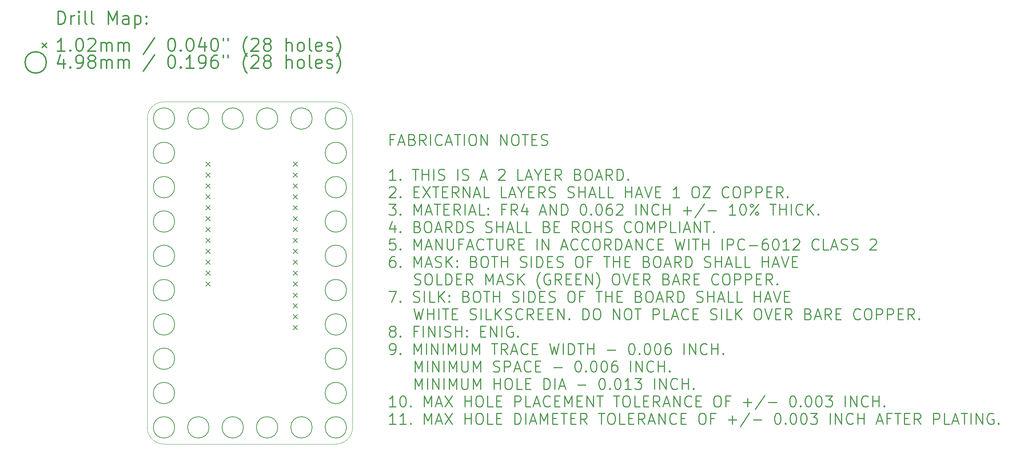
<source format=gbr>
G04 This is an RS-274x file exported by *
G04 gerbv version 2.6.0 *
G04 More information is available about gerbv at *
G04 http://gerbv.gpleda.org/ *
G04 --End of header info--*
%MOIN*%
%FSLAX34Y34*%
%IPPOS*%
G04 --Define apertures--*
%ADD10C,0.0050*%
%ADD11C,0.0079*%
%ADD12C,0.0118*%
%ADD13C,0.0138*%
%ADD14C,0.0016*%
%ADD15C,0.0100*%
G04 --Start main section--*
G54D11*
G01X0014598Y-014481D02*
G01X0014998Y-014881D01*
G01X0014998Y-014481D02*
G01X0014598Y-014881D01*
G01X0014598Y-015481D02*
G01X0014998Y-015881D01*
G01X0014998Y-015481D02*
G01X0014598Y-015881D01*
G01X0014598Y-016481D02*
G01X0014998Y-016881D01*
G01X0014998Y-016481D02*
G01X0014598Y-016881D01*
G01X0014598Y-017481D02*
G01X0014998Y-017881D01*
G01X0014998Y-017481D02*
G01X0014598Y-017881D01*
G01X0014598Y-018481D02*
G01X0014998Y-018881D01*
G01X0014998Y-018481D02*
G01X0014598Y-018881D01*
G01X0014598Y-019481D02*
G01X0014998Y-019881D01*
G01X0014998Y-019481D02*
G01X0014598Y-019881D01*
G01X0014598Y-020481D02*
G01X0014998Y-020881D01*
G01X0014998Y-020481D02*
G01X0014598Y-020881D01*
G01X0014598Y-021481D02*
G01X0014998Y-021881D01*
G01X0014998Y-021481D02*
G01X0014598Y-021881D01*
G01X0014598Y-022481D02*
G01X0014998Y-022881D01*
G01X0014998Y-022481D02*
G01X0014598Y-022881D01*
G01X0014598Y-023481D02*
G01X0014998Y-023881D01*
G01X0014998Y-023481D02*
G01X0014598Y-023881D01*
G01X0014598Y-024481D02*
G01X0014998Y-024881D01*
G01X0014998Y-024481D02*
G01X0014598Y-024881D01*
G01X0014598Y-025481D02*
G01X0014998Y-025881D01*
G01X0014998Y-025481D02*
G01X0014598Y-025881D01*
G01X0022598Y-014481D02*
G01X0022998Y-014881D01*
G01X0022998Y-014481D02*
G01X0022598Y-014881D01*
G01X0022598Y-015481D02*
G01X0022998Y-015881D01*
G01X0022998Y-015481D02*
G01X0022598Y-015881D01*
G01X0022598Y-016481D02*
G01X0022998Y-016881D01*
G01X0022998Y-016481D02*
G01X0022598Y-016881D01*
G01X0022598Y-017481D02*
G01X0022998Y-017881D01*
G01X0022998Y-017481D02*
G01X0022598Y-017881D01*
G01X0022598Y-018481D02*
G01X0022998Y-018881D01*
G01X0022998Y-018481D02*
G01X0022598Y-018881D01*
G01X0022598Y-019481D02*
G01X0022998Y-019881D01*
G01X0022998Y-019481D02*
G01X0022598Y-019881D01*
G01X0022598Y-020481D02*
G01X0022998Y-020881D01*
G01X0022998Y-020481D02*
G01X0022598Y-020881D01*
G01X0022598Y-021481D02*
G01X0022998Y-021881D01*
G01X0022998Y-021481D02*
G01X0022598Y-021881D01*
G01X0022598Y-022481D02*
G01X0022998Y-022881D01*
G01X0022998Y-022481D02*
G01X0022598Y-022881D01*
G01X0022598Y-023481D02*
G01X0022998Y-023881D01*
G01X0022998Y-023481D02*
G01X0022598Y-023881D01*
G01X0022598Y-024481D02*
G01X0022998Y-024881D01*
G01X0022998Y-024481D02*
G01X0022598Y-024881D01*
G01X0022598Y-025481D02*
G01X0022998Y-025881D01*
G01X0022998Y-025481D02*
G01X0022598Y-025881D01*
G01X0022598Y-026506D02*
G01X0022998Y-026906D01*
G01X0022998Y-026506D02*
G01X0022598Y-026906D01*
G01X0022598Y-027481D02*
G01X0022998Y-027881D01*
G01X0022998Y-027481D02*
G01X0022598Y-027881D01*
G01X0022598Y-028481D02*
G01X0022998Y-028881D01*
G01X0022998Y-028481D02*
G01X0022598Y-028881D01*
G01X0022598Y-029481D02*
G01X0022998Y-029881D01*
G01X0022998Y-029481D02*
G01X0022598Y-029881D01*
G01X0011752Y-013643D02*
G75*
G03X0011752Y-013643I-000980J0000000D01*
G01X0011752Y-016793D02*
G75*
G03X0011752Y-016793I-000980J0000000D01*
G01X0011752Y-019942D02*
G75*
G03X0011752Y-019942I-000980J0000000D01*
G01X0011752Y-026242D02*
G75*
G03X0011752Y-026242I-000980J0000000D01*
G01X0011752Y-010494D02*
G75*
G03X0011752Y-010494I-000980J0000000D01*
G01X0011752Y-023092D02*
G75*
G03X0011752Y-023092I-000980J0000000D01*
G01X0011752Y-029391D02*
G75*
G03X0011752Y-029391I-000980J0000000D01*
G01X0011752Y-032541D02*
G75*
G03X0011752Y-032541I-000980J0000000D01*
G01X0011752Y-035690D02*
G75*
G03X0011752Y-035690I-000980J0000000D01*
G01X0011752Y-038840D02*
G75*
G03X0011752Y-038840I-000980J0000000D01*
G01X0014901Y-010494D02*
G75*
G03X0014901Y-010494I-000980J0000000D01*
G01X0014901Y-038840D02*
G75*
G03X0014901Y-038840I-000980J0000000D01*
G01X0018051Y-010494D02*
G75*
G03X0018051Y-010494I-000980J0000000D01*
G01X0018051Y-038840D02*
G75*
G03X0018051Y-038840I-000980J0000000D01*
G01X0021201Y-010494D02*
G75*
G03X0021201Y-010494I-000980J0000000D01*
G01X0021201Y-038840D02*
G75*
G03X0021201Y-038840I-000980J0000000D01*
G01X0024350Y-010494D02*
G75*
G03X0024350Y-010494I-000980J0000000D01*
G01X0024350Y-038840D02*
G75*
G03X0024350Y-038840I-000980J0000000D01*
G01X0027500Y-010494D02*
G75*
G03X0027500Y-010494I-000980J0000000D01*
G01X0027500Y-013643D02*
G75*
G03X0027500Y-013643I-000980J0000000D01*
G01X0027500Y-016793D02*
G75*
G03X0027500Y-016793I-000980J0000000D01*
G01X0027500Y-019942D02*
G75*
G03X0027500Y-019942I-000980J0000000D01*
G01X0027500Y-023092D02*
G75*
G03X0027500Y-023092I-000980J0000000D01*
G01X0027500Y-026242D02*
G75*
G03X0027500Y-026242I-000980J0000000D01*
G01X0027500Y-029391D02*
G75*
G03X0027500Y-029391I-000980J0000000D01*
G01X0027500Y-032541D02*
G75*
G03X0027500Y-032541I-000980J0000000D01*
G01X0027500Y-035690D02*
G75*
G03X0027500Y-035690I-000980J0000000D01*
G01X0027500Y-038840D02*
G75*
G03X0027500Y-038840I-000980J0000000D01*
G54D12*
G01X0001069Y-001834D02*
G01X0001069Y-000652D01*
G01X0001069Y-000652D02*
G01X0001350Y-000652D01*
G01X0001350Y-000652D02*
G01X0001519Y-000709D01*
G01X0001519Y-000709D02*
G01X0001631Y-000821D01*
G01X0001631Y-000821D02*
G01X0001687Y-000934D01*
G01X0001687Y-000934D02*
G01X0001744Y-001159D01*
G01X0001744Y-001159D02*
G01X0001744Y-001327D01*
G01X0001744Y-001327D02*
G01X0001687Y-001552D01*
G01X0001687Y-001552D02*
G01X0001631Y-001665D01*
G01X0001631Y-001665D02*
G01X0001519Y-001777D01*
G01X0001519Y-001777D02*
G01X0001350Y-001834D01*
G01X0001350Y-001834D02*
G01X0001069Y-001834D01*
G01X0002250Y-001834D02*
G01X0002250Y-001046D01*
G01X0002250Y-001271D02*
G01X0002306Y-001159D01*
G01X0002306Y-001159D02*
G01X0002362Y-001102D01*
G01X0002362Y-001102D02*
G01X0002475Y-001046D01*
G01X0002475Y-001046D02*
G01X0002587Y-001046D01*
G01X0002981Y-001834D02*
G01X0002981Y-001046D01*
G01X0002981Y-000652D02*
G01X0002925Y-000709D01*
G01X0002925Y-000709D02*
G01X0002981Y-000765D01*
G01X0002981Y-000765D02*
G01X0003037Y-000709D01*
G01X0003037Y-000709D02*
G01X0002981Y-000652D01*
G01X0002981Y-000652D02*
G01X0002981Y-000765D01*
G01X0003712Y-001834D02*
G01X0003600Y-001777D01*
G01X0003600Y-001777D02*
G01X0003543Y-001665D01*
G01X0003543Y-001665D02*
G01X0003543Y-000652D01*
G01X0004331Y-001834D02*
G01X0004218Y-001777D01*
G01X0004218Y-001777D02*
G01X0004162Y-001665D01*
G01X0004162Y-001665D02*
G01X0004162Y-000652D01*
G01X0005681Y-001834D02*
G01X0005681Y-000652D01*
G01X0005681Y-000652D02*
G01X0006074Y-001496D01*
G01X0006074Y-001496D02*
G01X0006468Y-000652D01*
G01X0006468Y-000652D02*
G01X0006468Y-001834D01*
G01X0007537Y-001834D02*
G01X0007537Y-001215D01*
G01X0007537Y-001215D02*
G01X0007480Y-001102D01*
G01X0007480Y-001102D02*
G01X0007368Y-001046D01*
G01X0007368Y-001046D02*
G01X0007143Y-001046D01*
G01X0007143Y-001046D02*
G01X0007030Y-001102D01*
G01X0007537Y-001777D02*
G01X0007424Y-001834D01*
G01X0007424Y-001834D02*
G01X0007143Y-001834D01*
G01X0007143Y-001834D02*
G01X0007030Y-001777D01*
G01X0007030Y-001777D02*
G01X0006974Y-001665D01*
G01X0006974Y-001665D02*
G01X0006974Y-001552D01*
G01X0006974Y-001552D02*
G01X0007030Y-001440D01*
G01X0007030Y-001440D02*
G01X0007143Y-001384D01*
G01X0007143Y-001384D02*
G01X0007424Y-001384D01*
G01X0007424Y-001384D02*
G01X0007537Y-001327D01*
G01X0008099Y-001046D02*
G01X0008099Y-002227D01*
G01X0008099Y-001102D02*
G01X0008211Y-001046D01*
G01X0008211Y-001046D02*
G01X0008436Y-001046D01*
G01X0008436Y-001046D02*
G01X0008549Y-001102D01*
G01X0008549Y-001102D02*
G01X0008605Y-001159D01*
G01X0008605Y-001159D02*
G01X0008661Y-001271D01*
G01X0008661Y-001271D02*
G01X0008661Y-001609D01*
G01X0008661Y-001609D02*
G01X0008605Y-001721D01*
G01X0008605Y-001721D02*
G01X0008549Y-001777D01*
G01X0008549Y-001777D02*
G01X0008436Y-001834D01*
G01X0008436Y-001834D02*
G01X0008211Y-001834D01*
G01X0008211Y-001834D02*
G01X0008099Y-001777D01*
G01X0009168Y-001721D02*
G01X0009224Y-001777D01*
G01X0009224Y-001777D02*
G01X0009168Y-001834D01*
G01X0009168Y-001834D02*
G01X0009111Y-001777D01*
G01X0009111Y-001777D02*
G01X0009168Y-001721D01*
G01X0009168Y-001721D02*
G01X0009168Y-001834D01*
G01X0009168Y-001102D02*
G01X0009224Y-001159D01*
G01X0009224Y-001159D02*
G01X0009168Y-001215D01*
G01X0009168Y-001215D02*
G01X0009111Y-001159D01*
G01X0009111Y-001159D02*
G01X0009168Y-001102D01*
G01X0009168Y-001102D02*
G01X0009168Y-001215D01*
G01X-000400Y-003580D02*
G01X0000000Y-003980D01*
G01X0000000Y-003580D02*
G01X-000400Y-003980D01*
G01X0001687Y-004314D02*
G01X0001012Y-004314D01*
G01X0001350Y-004314D02*
G01X0001350Y-003133D01*
G01X0001350Y-003133D02*
G01X0001237Y-003301D01*
G01X0001237Y-003301D02*
G01X0001125Y-003414D01*
G01X0001125Y-003414D02*
G01X0001012Y-003470D01*
G01X0002193Y-004201D02*
G01X0002250Y-004258D01*
G01X0002250Y-004258D02*
G01X0002193Y-004314D01*
G01X0002193Y-004314D02*
G01X0002137Y-004258D01*
G01X0002137Y-004258D02*
G01X0002193Y-004201D01*
G01X0002193Y-004201D02*
G01X0002193Y-004314D01*
G01X0002981Y-003133D02*
G01X0003093Y-003133D01*
G01X0003093Y-003133D02*
G01X0003206Y-003189D01*
G01X0003206Y-003189D02*
G01X0003262Y-003245D01*
G01X0003262Y-003245D02*
G01X0003318Y-003358D01*
G01X0003318Y-003358D02*
G01X0003375Y-003583D01*
G01X0003375Y-003583D02*
G01X0003375Y-003864D01*
G01X0003375Y-003864D02*
G01X0003318Y-004089D01*
G01X0003318Y-004089D02*
G01X0003262Y-004201D01*
G01X0003262Y-004201D02*
G01X0003206Y-004258D01*
G01X0003206Y-004258D02*
G01X0003093Y-004314D01*
G01X0003093Y-004314D02*
G01X0002981Y-004314D01*
G01X0002981Y-004314D02*
G01X0002868Y-004258D01*
G01X0002868Y-004258D02*
G01X0002812Y-004201D01*
G01X0002812Y-004201D02*
G01X0002756Y-004089D01*
G01X0002756Y-004089D02*
G01X0002700Y-003864D01*
G01X0002700Y-003864D02*
G01X0002700Y-003583D01*
G01X0002700Y-003583D02*
G01X0002756Y-003358D01*
G01X0002756Y-003358D02*
G01X0002812Y-003245D01*
G01X0002812Y-003245D02*
G01X0002868Y-003189D01*
G01X0002868Y-003189D02*
G01X0002981Y-003133D01*
G01X0003825Y-003245D02*
G01X0003881Y-003189D01*
G01X0003881Y-003189D02*
G01X0003993Y-003133D01*
G01X0003993Y-003133D02*
G01X0004274Y-003133D01*
G01X0004274Y-003133D02*
G01X0004387Y-003189D01*
G01X0004387Y-003189D02*
G01X0004443Y-003245D01*
G01X0004443Y-003245D02*
G01X0004499Y-003358D01*
G01X0004499Y-003358D02*
G01X0004499Y-003470D01*
G01X0004499Y-003470D02*
G01X0004443Y-003639D01*
G01X0004443Y-003639D02*
G01X0003768Y-004314D01*
G01X0003768Y-004314D02*
G01X0004499Y-004314D01*
G01X0005006Y-004314D02*
G01X0005006Y-003526D01*
G01X0005006Y-003639D02*
G01X0005062Y-003583D01*
G01X0005062Y-003583D02*
G01X0005174Y-003526D01*
G01X0005174Y-003526D02*
G01X0005343Y-003526D01*
G01X0005343Y-003526D02*
G01X0005456Y-003583D01*
G01X0005456Y-003583D02*
G01X0005512Y-003695D01*
G01X0005512Y-003695D02*
G01X0005512Y-004314D01*
G01X0005512Y-003695D02*
G01X0005568Y-003583D01*
G01X0005568Y-003583D02*
G01X0005681Y-003526D01*
G01X0005681Y-003526D02*
G01X0005849Y-003526D01*
G01X0005849Y-003526D02*
G01X0005962Y-003583D01*
G01X0005962Y-003583D02*
G01X0006018Y-003695D01*
G01X0006018Y-003695D02*
G01X0006018Y-004314D01*
G01X0006580Y-004314D02*
G01X0006580Y-003526D01*
G01X0006580Y-003639D02*
G01X0006637Y-003583D01*
G01X0006637Y-003583D02*
G01X0006749Y-003526D01*
G01X0006749Y-003526D02*
G01X0006918Y-003526D01*
G01X0006918Y-003526D02*
G01X0007030Y-003583D01*
G01X0007030Y-003583D02*
G01X0007087Y-003695D01*
G01X0007087Y-003695D02*
G01X0007087Y-004314D01*
G01X0007087Y-003695D02*
G01X0007143Y-003583D01*
G01X0007143Y-003583D02*
G01X0007255Y-003526D01*
G01X0007255Y-003526D02*
G01X0007424Y-003526D01*
G01X0007424Y-003526D02*
G01X0007537Y-003583D01*
G01X0007537Y-003583D02*
G01X0007593Y-003695D01*
G01X0007593Y-003695D02*
G01X0007593Y-004314D01*
G01X0009899Y-003076D02*
G01X0008886Y-004595D01*
G01X0011417Y-003133D02*
G01X0011530Y-003133D01*
G01X0011530Y-003133D02*
G01X0011642Y-003189D01*
G01X0011642Y-003189D02*
G01X0011699Y-003245D01*
G01X0011699Y-003245D02*
G01X0011755Y-003358D01*
G01X0011755Y-003358D02*
G01X0011811Y-003583D01*
G01X0011811Y-003583D02*
G01X0011811Y-003864D01*
G01X0011811Y-003864D02*
G01X0011755Y-004089D01*
G01X0011755Y-004089D02*
G01X0011699Y-004201D01*
G01X0011699Y-004201D02*
G01X0011642Y-004258D01*
G01X0011642Y-004258D02*
G01X0011530Y-004314D01*
G01X0011530Y-004314D02*
G01X0011417Y-004314D01*
G01X0011417Y-004314D02*
G01X0011305Y-004258D01*
G01X0011305Y-004258D02*
G01X0011249Y-004201D01*
G01X0011249Y-004201D02*
G01X0011192Y-004089D01*
G01X0011192Y-004089D02*
G01X0011136Y-003864D01*
G01X0011136Y-003864D02*
G01X0011136Y-003583D01*
G01X0011136Y-003583D02*
G01X0011192Y-003358D01*
G01X0011192Y-003358D02*
G01X0011249Y-003245D01*
G01X0011249Y-003245D02*
G01X0011305Y-003189D01*
G01X0011305Y-003189D02*
G01X0011417Y-003133D01*
G01X0012317Y-004201D02*
G01X0012373Y-004258D01*
G01X0012373Y-004258D02*
G01X0012317Y-004314D01*
G01X0012317Y-004314D02*
G01X0012261Y-004258D01*
G01X0012261Y-004258D02*
G01X0012317Y-004201D01*
G01X0012317Y-004201D02*
G01X0012317Y-004314D01*
G01X0013105Y-003133D02*
G01X0013217Y-003133D01*
G01X0013217Y-003133D02*
G01X0013330Y-003189D01*
G01X0013330Y-003189D02*
G01X0013386Y-003245D01*
G01X0013386Y-003245D02*
G01X0013442Y-003358D01*
G01X0013442Y-003358D02*
G01X0013498Y-003583D01*
G01X0013498Y-003583D02*
G01X0013498Y-003864D01*
G01X0013498Y-003864D02*
G01X0013442Y-004089D01*
G01X0013442Y-004089D02*
G01X0013386Y-004201D01*
G01X0013386Y-004201D02*
G01X0013330Y-004258D01*
G01X0013330Y-004258D02*
G01X0013217Y-004314D01*
G01X0013217Y-004314D02*
G01X0013105Y-004314D01*
G01X0013105Y-004314D02*
G01X0012992Y-004258D01*
G01X0012992Y-004258D02*
G01X0012936Y-004201D01*
G01X0012936Y-004201D02*
G01X0012880Y-004089D01*
G01X0012880Y-004089D02*
G01X0012823Y-003864D01*
G01X0012823Y-003864D02*
G01X0012823Y-003583D01*
G01X0012823Y-003583D02*
G01X0012880Y-003358D01*
G01X0012880Y-003358D02*
G01X0012936Y-003245D01*
G01X0012936Y-003245D02*
G01X0012992Y-003189D01*
G01X0012992Y-003189D02*
G01X0013105Y-003133D01*
G01X0014511Y-003526D02*
G01X0014511Y-004314D01*
G01X0014229Y-003076D02*
G01X0013948Y-003920D01*
G01X0013948Y-003920D02*
G01X0014679Y-003920D01*
G01X0015354Y-003133D02*
G01X0015467Y-003133D01*
G01X0015467Y-003133D02*
G01X0015579Y-003189D01*
G01X0015579Y-003189D02*
G01X0015636Y-003245D01*
G01X0015636Y-003245D02*
G01X0015692Y-003358D01*
G01X0015692Y-003358D02*
G01X0015748Y-003583D01*
G01X0015748Y-003583D02*
G01X0015748Y-003864D01*
G01X0015748Y-003864D02*
G01X0015692Y-004089D01*
G01X0015692Y-004089D02*
G01X0015636Y-004201D01*
G01X0015636Y-004201D02*
G01X0015579Y-004258D01*
G01X0015579Y-004258D02*
G01X0015467Y-004314D01*
G01X0015467Y-004314D02*
G01X0015354Y-004314D01*
G01X0015354Y-004314D02*
G01X0015242Y-004258D01*
G01X0015242Y-004258D02*
G01X0015186Y-004201D01*
G01X0015186Y-004201D02*
G01X0015129Y-004089D01*
G01X0015129Y-004089D02*
G01X0015073Y-003864D01*
G01X0015073Y-003864D02*
G01X0015073Y-003583D01*
G01X0015073Y-003583D02*
G01X0015129Y-003358D01*
G01X0015129Y-003358D02*
G01X0015186Y-003245D01*
G01X0015186Y-003245D02*
G01X0015242Y-003189D01*
G01X0015242Y-003189D02*
G01X0015354Y-003133D01*
G01X0016198Y-003133D02*
G01X0016198Y-003358D01*
G01X0016648Y-003133D02*
G01X0016648Y-003358D01*
G01X0018391Y-004764D02*
G01X0018335Y-004708D01*
G01X0018335Y-004708D02*
G01X0018223Y-004539D01*
G01X0018223Y-004539D02*
G01X0018166Y-004426D01*
G01X0018166Y-004426D02*
G01X0018110Y-004258D01*
G01X0018110Y-004258D02*
G01X0018054Y-003976D01*
G01X0018054Y-003976D02*
G01X0018054Y-003751D01*
G01X0018054Y-003751D02*
G01X0018110Y-003470D01*
G01X0018110Y-003470D02*
G01X0018166Y-003301D01*
G01X0018166Y-003301D02*
G01X0018223Y-003189D01*
G01X0018223Y-003189D02*
G01X0018335Y-003020D01*
G01X0018335Y-003020D02*
G01X0018391Y-002964D01*
G01X0018785Y-003245D02*
G01X0018841Y-003189D01*
G01X0018841Y-003189D02*
G01X0018954Y-003133D01*
G01X0018954Y-003133D02*
G01X0019235Y-003133D01*
G01X0019235Y-003133D02*
G01X0019348Y-003189D01*
G01X0019348Y-003189D02*
G01X0019404Y-003245D01*
G01X0019404Y-003245D02*
G01X0019460Y-003358D01*
G01X0019460Y-003358D02*
G01X0019460Y-003470D01*
G01X0019460Y-003470D02*
G01X0019404Y-003639D01*
G01X0019404Y-003639D02*
G01X0018729Y-004314D01*
G01X0018729Y-004314D02*
G01X0019460Y-004314D01*
G01X0020135Y-003639D02*
G01X0020022Y-003583D01*
G01X0020022Y-003583D02*
G01X0019966Y-003526D01*
G01X0019966Y-003526D02*
G01X0019910Y-003414D01*
G01X0019910Y-003414D02*
G01X0019910Y-003358D01*
G01X0019910Y-003358D02*
G01X0019966Y-003245D01*
G01X0019966Y-003245D02*
G01X0020022Y-003189D01*
G01X0020022Y-003189D02*
G01X0020135Y-003133D01*
G01X0020135Y-003133D02*
G01X0020360Y-003133D01*
G01X0020360Y-003133D02*
G01X0020472Y-003189D01*
G01X0020472Y-003189D02*
G01X0020529Y-003245D01*
G01X0020529Y-003245D02*
G01X0020585Y-003358D01*
G01X0020585Y-003358D02*
G01X0020585Y-003414D01*
G01X0020585Y-003414D02*
G01X0020529Y-003526D01*
G01X0020529Y-003526D02*
G01X0020472Y-003583D01*
G01X0020472Y-003583D02*
G01X0020360Y-003639D01*
G01X0020360Y-003639D02*
G01X0020135Y-003639D01*
G01X0020135Y-003639D02*
G01X0020022Y-003695D01*
G01X0020022Y-003695D02*
G01X0019966Y-003751D01*
G01X0019966Y-003751D02*
G01X0019910Y-003864D01*
G01X0019910Y-003864D02*
G01X0019910Y-004089D01*
G01X0019910Y-004089D02*
G01X0019966Y-004201D01*
G01X0019966Y-004201D02*
G01X0020022Y-004258D01*
G01X0020022Y-004258D02*
G01X0020135Y-004314D01*
G01X0020135Y-004314D02*
G01X0020360Y-004314D01*
G01X0020360Y-004314D02*
G01X0020472Y-004258D01*
G01X0020472Y-004258D02*
G01X0020529Y-004201D01*
G01X0020529Y-004201D02*
G01X0020585Y-004089D01*
G01X0020585Y-004089D02*
G01X0020585Y-003864D01*
G01X0020585Y-003864D02*
G01X0020529Y-003751D01*
G01X0020529Y-003751D02*
G01X0020472Y-003695D01*
G01X0020472Y-003695D02*
G01X0020360Y-003639D01*
G01X0021991Y-004314D02*
G01X0021991Y-003133D01*
G01X0022497Y-004314D02*
G01X0022497Y-003695D01*
G01X0022497Y-003695D02*
G01X0022441Y-003583D01*
G01X0022441Y-003583D02*
G01X0022328Y-003526D01*
G01X0022328Y-003526D02*
G01X0022160Y-003526D01*
G01X0022160Y-003526D02*
G01X0022047Y-003583D01*
G01X0022047Y-003583D02*
G01X0021991Y-003639D01*
G01X0023228Y-004314D02*
G01X0023116Y-004258D01*
G01X0023116Y-004258D02*
G01X0023060Y-004201D01*
G01X0023060Y-004201D02*
G01X0023003Y-004089D01*
G01X0023003Y-004089D02*
G01X0023003Y-003751D01*
G01X0023003Y-003751D02*
G01X0023060Y-003639D01*
G01X0023060Y-003639D02*
G01X0023116Y-003583D01*
G01X0023116Y-003583D02*
G01X0023228Y-003526D01*
G01X0023228Y-003526D02*
G01X0023397Y-003526D01*
G01X0023397Y-003526D02*
G01X0023510Y-003583D01*
G01X0023510Y-003583D02*
G01X0023566Y-003639D01*
G01X0023566Y-003639D02*
G01X0023622Y-003751D01*
G01X0023622Y-003751D02*
G01X0023622Y-004089D01*
G01X0023622Y-004089D02*
G01X0023566Y-004201D01*
G01X0023566Y-004201D02*
G01X0023510Y-004258D01*
G01X0023510Y-004258D02*
G01X0023397Y-004314D01*
G01X0023397Y-004314D02*
G01X0023228Y-004314D01*
G01X0024297Y-004314D02*
G01X0024184Y-004258D01*
G01X0024184Y-004258D02*
G01X0024128Y-004145D01*
G01X0024128Y-004145D02*
G01X0024128Y-003133D01*
G01X0025197Y-004258D02*
G01X0025084Y-004314D01*
G01X0025084Y-004314D02*
G01X0024859Y-004314D01*
G01X0024859Y-004314D02*
G01X0024747Y-004258D01*
G01X0024747Y-004258D02*
G01X0024691Y-004145D01*
G01X0024691Y-004145D02*
G01X0024691Y-003695D01*
G01X0024691Y-003695D02*
G01X0024747Y-003583D01*
G01X0024747Y-003583D02*
G01X0024859Y-003526D01*
G01X0024859Y-003526D02*
G01X0025084Y-003526D01*
G01X0025084Y-003526D02*
G01X0025197Y-003583D01*
G01X0025197Y-003583D02*
G01X0025253Y-003695D01*
G01X0025253Y-003695D02*
G01X0025253Y-003808D01*
G01X0025253Y-003808D02*
G01X0024691Y-003920D01*
G01X0025703Y-004258D02*
G01X0025816Y-004314D01*
G01X0025816Y-004314D02*
G01X0026040Y-004314D01*
G01X0026040Y-004314D02*
G01X0026153Y-004258D01*
G01X0026153Y-004258D02*
G01X0026209Y-004145D01*
G01X0026209Y-004145D02*
G01X0026209Y-004089D01*
G01X0026209Y-004089D02*
G01X0026153Y-003976D01*
G01X0026153Y-003976D02*
G01X0026040Y-003920D01*
G01X0026040Y-003920D02*
G01X0025872Y-003920D01*
G01X0025872Y-003920D02*
G01X0025759Y-003864D01*
G01X0025759Y-003864D02*
G01X0025703Y-003751D01*
G01X0025703Y-003751D02*
G01X0025703Y-003695D01*
G01X0025703Y-003695D02*
G01X0025759Y-003583D01*
G01X0025759Y-003583D02*
G01X0025872Y-003526D01*
G01X0025872Y-003526D02*
G01X0026040Y-003526D01*
G01X0026040Y-003526D02*
G01X0026153Y-003583D01*
G01X0026603Y-004764D02*
G01X0026659Y-004708D01*
G01X0026659Y-004708D02*
G01X0026772Y-004539D01*
G01X0026772Y-004539D02*
G01X0026828Y-004426D01*
G01X0026828Y-004426D02*
G01X0026884Y-004258D01*
G01X0026884Y-004258D02*
G01X0026940Y-003976D01*
G01X0026940Y-003976D02*
G01X0026940Y-003751D01*
G01X0026940Y-003751D02*
G01X0026884Y-003470D01*
G01X0026884Y-003470D02*
G01X0026828Y-003301D01*
G01X0026828Y-003301D02*
G01X0026772Y-003189D01*
G01X0026772Y-003189D02*
G01X0026659Y-003020D01*
G01X0026659Y-003020D02*
G01X0026603Y-002964D01*
G01X0000000Y-005339D02*
G75*
G03X0000000Y-005339I-000980J0000000D01*
G01X0001575Y-005085D02*
G01X0001575Y-005873D01*
G01X0001294Y-004636D02*
G01X0001012Y-005479D01*
G01X0001012Y-005479D02*
G01X0001744Y-005479D01*
G01X0002193Y-005760D02*
G01X0002250Y-005817D01*
G01X0002250Y-005817D02*
G01X0002193Y-005873D01*
G01X0002193Y-005873D02*
G01X0002137Y-005817D01*
G01X0002137Y-005817D02*
G01X0002193Y-005760D01*
G01X0002193Y-005760D02*
G01X0002193Y-005873D01*
G01X0002812Y-005873D02*
G01X0003037Y-005873D01*
G01X0003037Y-005873D02*
G01X0003150Y-005817D01*
G01X0003150Y-005817D02*
G01X0003206Y-005760D01*
G01X0003206Y-005760D02*
G01X0003318Y-005592D01*
G01X0003318Y-005592D02*
G01X0003375Y-005367D01*
G01X0003375Y-005367D02*
G01X0003375Y-004917D01*
G01X0003375Y-004917D02*
G01X0003318Y-004804D01*
G01X0003318Y-004804D02*
G01X0003262Y-004748D01*
G01X0003262Y-004748D02*
G01X0003150Y-004692D01*
G01X0003150Y-004692D02*
G01X0002925Y-004692D01*
G01X0002925Y-004692D02*
G01X0002812Y-004748D01*
G01X0002812Y-004748D02*
G01X0002756Y-004804D01*
G01X0002756Y-004804D02*
G01X0002700Y-004917D01*
G01X0002700Y-004917D02*
G01X0002700Y-005198D01*
G01X0002700Y-005198D02*
G01X0002756Y-005310D01*
G01X0002756Y-005310D02*
G01X0002812Y-005367D01*
G01X0002812Y-005367D02*
G01X0002925Y-005423D01*
G01X0002925Y-005423D02*
G01X0003150Y-005423D01*
G01X0003150Y-005423D02*
G01X0003262Y-005367D01*
G01X0003262Y-005367D02*
G01X0003318Y-005310D01*
G01X0003318Y-005310D02*
G01X0003375Y-005198D01*
G01X0004049Y-005198D02*
G01X0003937Y-005142D01*
G01X0003937Y-005142D02*
G01X0003881Y-005085D01*
G01X0003881Y-005085D02*
G01X0003825Y-004973D01*
G01X0003825Y-004973D02*
G01X0003825Y-004917D01*
G01X0003825Y-004917D02*
G01X0003881Y-004804D01*
G01X0003881Y-004804D02*
G01X0003937Y-004748D01*
G01X0003937Y-004748D02*
G01X0004049Y-004692D01*
G01X0004049Y-004692D02*
G01X0004274Y-004692D01*
G01X0004274Y-004692D02*
G01X0004387Y-004748D01*
G01X0004387Y-004748D02*
G01X0004443Y-004804D01*
G01X0004443Y-004804D02*
G01X0004499Y-004917D01*
G01X0004499Y-004917D02*
G01X0004499Y-004973D01*
G01X0004499Y-004973D02*
G01X0004443Y-005085D01*
G01X0004443Y-005085D02*
G01X0004387Y-005142D01*
G01X0004387Y-005142D02*
G01X0004274Y-005198D01*
G01X0004274Y-005198D02*
G01X0004049Y-005198D01*
G01X0004049Y-005198D02*
G01X0003937Y-005254D01*
G01X0003937Y-005254D02*
G01X0003881Y-005310D01*
G01X0003881Y-005310D02*
G01X0003825Y-005423D01*
G01X0003825Y-005423D02*
G01X0003825Y-005648D01*
G01X0003825Y-005648D02*
G01X0003881Y-005760D01*
G01X0003881Y-005760D02*
G01X0003937Y-005817D01*
G01X0003937Y-005817D02*
G01X0004049Y-005873D01*
G01X0004049Y-005873D02*
G01X0004274Y-005873D01*
G01X0004274Y-005873D02*
G01X0004387Y-005817D01*
G01X0004387Y-005817D02*
G01X0004443Y-005760D01*
G01X0004443Y-005760D02*
G01X0004499Y-005648D01*
G01X0004499Y-005648D02*
G01X0004499Y-005423D01*
G01X0004499Y-005423D02*
G01X0004443Y-005310D01*
G01X0004443Y-005310D02*
G01X0004387Y-005254D01*
G01X0004387Y-005254D02*
G01X0004274Y-005198D01*
G01X0005006Y-005873D02*
G01X0005006Y-005085D01*
G01X0005006Y-005198D02*
G01X0005062Y-005142D01*
G01X0005062Y-005142D02*
G01X0005174Y-005085D01*
G01X0005174Y-005085D02*
G01X0005343Y-005085D01*
G01X0005343Y-005085D02*
G01X0005456Y-005142D01*
G01X0005456Y-005142D02*
G01X0005512Y-005254D01*
G01X0005512Y-005254D02*
G01X0005512Y-005873D01*
G01X0005512Y-005254D02*
G01X0005568Y-005142D01*
G01X0005568Y-005142D02*
G01X0005681Y-005085D01*
G01X0005681Y-005085D02*
G01X0005849Y-005085D01*
G01X0005849Y-005085D02*
G01X0005962Y-005142D01*
G01X0005962Y-005142D02*
G01X0006018Y-005254D01*
G01X0006018Y-005254D02*
G01X0006018Y-005873D01*
G01X0006580Y-005873D02*
G01X0006580Y-005085D01*
G01X0006580Y-005198D02*
G01X0006637Y-005142D01*
G01X0006637Y-005142D02*
G01X0006749Y-005085D01*
G01X0006749Y-005085D02*
G01X0006918Y-005085D01*
G01X0006918Y-005085D02*
G01X0007030Y-005142D01*
G01X0007030Y-005142D02*
G01X0007087Y-005254D01*
G01X0007087Y-005254D02*
G01X0007087Y-005873D01*
G01X0007087Y-005254D02*
G01X0007143Y-005142D01*
G01X0007143Y-005142D02*
G01X0007255Y-005085D01*
G01X0007255Y-005085D02*
G01X0007424Y-005085D01*
G01X0007424Y-005085D02*
G01X0007537Y-005142D01*
G01X0007537Y-005142D02*
G01X0007593Y-005254D01*
G01X0007593Y-005254D02*
G01X0007593Y-005873D01*
G01X0009899Y-004636D02*
G01X0008886Y-006154D01*
G01X0011417Y-004692D02*
G01X0011530Y-004692D01*
G01X0011530Y-004692D02*
G01X0011642Y-004748D01*
G01X0011642Y-004748D02*
G01X0011699Y-004804D01*
G01X0011699Y-004804D02*
G01X0011755Y-004917D01*
G01X0011755Y-004917D02*
G01X0011811Y-005142D01*
G01X0011811Y-005142D02*
G01X0011811Y-005423D01*
G01X0011811Y-005423D02*
G01X0011755Y-005648D01*
G01X0011755Y-005648D02*
G01X0011699Y-005760D01*
G01X0011699Y-005760D02*
G01X0011642Y-005817D01*
G01X0011642Y-005817D02*
G01X0011530Y-005873D01*
G01X0011530Y-005873D02*
G01X0011417Y-005873D01*
G01X0011417Y-005873D02*
G01X0011305Y-005817D01*
G01X0011305Y-005817D02*
G01X0011249Y-005760D01*
G01X0011249Y-005760D02*
G01X0011192Y-005648D01*
G01X0011192Y-005648D02*
G01X0011136Y-005423D01*
G01X0011136Y-005423D02*
G01X0011136Y-005142D01*
G01X0011136Y-005142D02*
G01X0011192Y-004917D01*
G01X0011192Y-004917D02*
G01X0011249Y-004804D01*
G01X0011249Y-004804D02*
G01X0011305Y-004748D01*
G01X0011305Y-004748D02*
G01X0011417Y-004692D01*
G01X0012317Y-005760D02*
G01X0012373Y-005817D01*
G01X0012373Y-005817D02*
G01X0012317Y-005873D01*
G01X0012317Y-005873D02*
G01X0012261Y-005817D01*
G01X0012261Y-005817D02*
G01X0012317Y-005760D01*
G01X0012317Y-005760D02*
G01X0012317Y-005873D01*
G01X0013498Y-005873D02*
G01X0012823Y-005873D01*
G01X0013161Y-005873D02*
G01X0013161Y-004692D01*
G01X0013161Y-004692D02*
G01X0013048Y-004861D01*
G01X0013048Y-004861D02*
G01X0012936Y-004973D01*
G01X0012936Y-004973D02*
G01X0012823Y-005029D01*
G01X0014061Y-005873D02*
G01X0014286Y-005873D01*
G01X0014286Y-005873D02*
G01X0014398Y-005817D01*
G01X0014398Y-005817D02*
G01X0014454Y-005760D01*
G01X0014454Y-005760D02*
G01X0014567Y-005592D01*
G01X0014567Y-005592D02*
G01X0014623Y-005367D01*
G01X0014623Y-005367D02*
G01X0014623Y-004917D01*
G01X0014623Y-004917D02*
G01X0014567Y-004804D01*
G01X0014567Y-004804D02*
G01X0014511Y-004748D01*
G01X0014511Y-004748D02*
G01X0014398Y-004692D01*
G01X0014398Y-004692D02*
G01X0014173Y-004692D01*
G01X0014173Y-004692D02*
G01X0014061Y-004748D01*
G01X0014061Y-004748D02*
G01X0014005Y-004804D01*
G01X0014005Y-004804D02*
G01X0013948Y-004917D01*
G01X0013948Y-004917D02*
G01X0013948Y-005198D01*
G01X0013948Y-005198D02*
G01X0014005Y-005310D01*
G01X0014005Y-005310D02*
G01X0014061Y-005367D01*
G01X0014061Y-005367D02*
G01X0014173Y-005423D01*
G01X0014173Y-005423D02*
G01X0014398Y-005423D01*
G01X0014398Y-005423D02*
G01X0014511Y-005367D01*
G01X0014511Y-005367D02*
G01X0014567Y-005310D01*
G01X0014567Y-005310D02*
G01X0014623Y-005198D01*
G01X0015636Y-004692D02*
G01X0015411Y-004692D01*
G01X0015411Y-004692D02*
G01X0015298Y-004748D01*
G01X0015298Y-004748D02*
G01X0015242Y-004804D01*
G01X0015242Y-004804D02*
G01X0015129Y-004973D01*
G01X0015129Y-004973D02*
G01X0015073Y-005198D01*
G01X0015073Y-005198D02*
G01X0015073Y-005648D01*
G01X0015073Y-005648D02*
G01X0015129Y-005760D01*
G01X0015129Y-005760D02*
G01X0015186Y-005817D01*
G01X0015186Y-005817D02*
G01X0015298Y-005873D01*
G01X0015298Y-005873D02*
G01X0015523Y-005873D01*
G01X0015523Y-005873D02*
G01X0015636Y-005817D01*
G01X0015636Y-005817D02*
G01X0015692Y-005760D01*
G01X0015692Y-005760D02*
G01X0015748Y-005648D01*
G01X0015748Y-005648D02*
G01X0015748Y-005367D01*
G01X0015748Y-005367D02*
G01X0015692Y-005254D01*
G01X0015692Y-005254D02*
G01X0015636Y-005198D01*
G01X0015636Y-005198D02*
G01X0015523Y-005142D01*
G01X0015523Y-005142D02*
G01X0015298Y-005142D01*
G01X0015298Y-005142D02*
G01X0015186Y-005198D01*
G01X0015186Y-005198D02*
G01X0015129Y-005254D01*
G01X0015129Y-005254D02*
G01X0015073Y-005367D01*
G01X0016198Y-004692D02*
G01X0016198Y-004917D01*
G01X0016648Y-004692D02*
G01X0016648Y-004917D01*
G01X0018391Y-006323D02*
G01X0018335Y-006267D01*
G01X0018335Y-006267D02*
G01X0018223Y-006098D01*
G01X0018223Y-006098D02*
G01X0018166Y-005985D01*
G01X0018166Y-005985D02*
G01X0018110Y-005817D01*
G01X0018110Y-005817D02*
G01X0018054Y-005535D01*
G01X0018054Y-005535D02*
G01X0018054Y-005310D01*
G01X0018054Y-005310D02*
G01X0018110Y-005029D01*
G01X0018110Y-005029D02*
G01X0018166Y-004861D01*
G01X0018166Y-004861D02*
G01X0018223Y-004748D01*
G01X0018223Y-004748D02*
G01X0018335Y-004579D01*
G01X0018335Y-004579D02*
G01X0018391Y-004523D01*
G01X0018785Y-004804D02*
G01X0018841Y-004748D01*
G01X0018841Y-004748D02*
G01X0018954Y-004692D01*
G01X0018954Y-004692D02*
G01X0019235Y-004692D01*
G01X0019235Y-004692D02*
G01X0019348Y-004748D01*
G01X0019348Y-004748D02*
G01X0019404Y-004804D01*
G01X0019404Y-004804D02*
G01X0019460Y-004917D01*
G01X0019460Y-004917D02*
G01X0019460Y-005029D01*
G01X0019460Y-005029D02*
G01X0019404Y-005198D01*
G01X0019404Y-005198D02*
G01X0018729Y-005873D01*
G01X0018729Y-005873D02*
G01X0019460Y-005873D01*
G01X0020135Y-005198D02*
G01X0020022Y-005142D01*
G01X0020022Y-005142D02*
G01X0019966Y-005085D01*
G01X0019966Y-005085D02*
G01X0019910Y-004973D01*
G01X0019910Y-004973D02*
G01X0019910Y-004917D01*
G01X0019910Y-004917D02*
G01X0019966Y-004804D01*
G01X0019966Y-004804D02*
G01X0020022Y-004748D01*
G01X0020022Y-004748D02*
G01X0020135Y-004692D01*
G01X0020135Y-004692D02*
G01X0020360Y-004692D01*
G01X0020360Y-004692D02*
G01X0020472Y-004748D01*
G01X0020472Y-004748D02*
G01X0020529Y-004804D01*
G01X0020529Y-004804D02*
G01X0020585Y-004917D01*
G01X0020585Y-004917D02*
G01X0020585Y-004973D01*
G01X0020585Y-004973D02*
G01X0020529Y-005085D01*
G01X0020529Y-005085D02*
G01X0020472Y-005142D01*
G01X0020472Y-005142D02*
G01X0020360Y-005198D01*
G01X0020360Y-005198D02*
G01X0020135Y-005198D01*
G01X0020135Y-005198D02*
G01X0020022Y-005254D01*
G01X0020022Y-005254D02*
G01X0019966Y-005310D01*
G01X0019966Y-005310D02*
G01X0019910Y-005423D01*
G01X0019910Y-005423D02*
G01X0019910Y-005648D01*
G01X0019910Y-005648D02*
G01X0019966Y-005760D01*
G01X0019966Y-005760D02*
G01X0020022Y-005817D01*
G01X0020022Y-005817D02*
G01X0020135Y-005873D01*
G01X0020135Y-005873D02*
G01X0020360Y-005873D01*
G01X0020360Y-005873D02*
G01X0020472Y-005817D01*
G01X0020472Y-005817D02*
G01X0020529Y-005760D01*
G01X0020529Y-005760D02*
G01X0020585Y-005648D01*
G01X0020585Y-005648D02*
G01X0020585Y-005423D01*
G01X0020585Y-005423D02*
G01X0020529Y-005310D01*
G01X0020529Y-005310D02*
G01X0020472Y-005254D01*
G01X0020472Y-005254D02*
G01X0020360Y-005198D01*
G01X0021991Y-005873D02*
G01X0021991Y-004692D01*
G01X0022497Y-005873D02*
G01X0022497Y-005254D01*
G01X0022497Y-005254D02*
G01X0022441Y-005142D01*
G01X0022441Y-005142D02*
G01X0022328Y-005085D01*
G01X0022328Y-005085D02*
G01X0022160Y-005085D01*
G01X0022160Y-005085D02*
G01X0022047Y-005142D01*
G01X0022047Y-005142D02*
G01X0021991Y-005198D01*
G01X0023228Y-005873D02*
G01X0023116Y-005817D01*
G01X0023116Y-005817D02*
G01X0023060Y-005760D01*
G01X0023060Y-005760D02*
G01X0023003Y-005648D01*
G01X0023003Y-005648D02*
G01X0023003Y-005310D01*
G01X0023003Y-005310D02*
G01X0023060Y-005198D01*
G01X0023060Y-005198D02*
G01X0023116Y-005142D01*
G01X0023116Y-005142D02*
G01X0023228Y-005085D01*
G01X0023228Y-005085D02*
G01X0023397Y-005085D01*
G01X0023397Y-005085D02*
G01X0023510Y-005142D01*
G01X0023510Y-005142D02*
G01X0023566Y-005198D01*
G01X0023566Y-005198D02*
G01X0023622Y-005310D01*
G01X0023622Y-005310D02*
G01X0023622Y-005648D01*
G01X0023622Y-005648D02*
G01X0023566Y-005760D01*
G01X0023566Y-005760D02*
G01X0023510Y-005817D01*
G01X0023510Y-005817D02*
G01X0023397Y-005873D01*
G01X0023397Y-005873D02*
G01X0023228Y-005873D01*
G01X0024297Y-005873D02*
G01X0024184Y-005817D01*
G01X0024184Y-005817D02*
G01X0024128Y-005704D01*
G01X0024128Y-005704D02*
G01X0024128Y-004692D01*
G01X0025197Y-005817D02*
G01X0025084Y-005873D01*
G01X0025084Y-005873D02*
G01X0024859Y-005873D01*
G01X0024859Y-005873D02*
G01X0024747Y-005817D01*
G01X0024747Y-005817D02*
G01X0024691Y-005704D01*
G01X0024691Y-005704D02*
G01X0024691Y-005254D01*
G01X0024691Y-005254D02*
G01X0024747Y-005142D01*
G01X0024747Y-005142D02*
G01X0024859Y-005085D01*
G01X0024859Y-005085D02*
G01X0025084Y-005085D01*
G01X0025084Y-005085D02*
G01X0025197Y-005142D01*
G01X0025197Y-005142D02*
G01X0025253Y-005254D01*
G01X0025253Y-005254D02*
G01X0025253Y-005367D01*
G01X0025253Y-005367D02*
G01X0024691Y-005479D01*
G01X0025703Y-005817D02*
G01X0025816Y-005873D01*
G01X0025816Y-005873D02*
G01X0026040Y-005873D01*
G01X0026040Y-005873D02*
G01X0026153Y-005817D01*
G01X0026153Y-005817D02*
G01X0026209Y-005704D01*
G01X0026209Y-005704D02*
G01X0026209Y-005648D01*
G01X0026209Y-005648D02*
G01X0026153Y-005535D01*
G01X0026153Y-005535D02*
G01X0026040Y-005479D01*
G01X0026040Y-005479D02*
G01X0025872Y-005479D01*
G01X0025872Y-005479D02*
G01X0025759Y-005423D01*
G01X0025759Y-005423D02*
G01X0025703Y-005310D01*
G01X0025703Y-005310D02*
G01X0025703Y-005254D01*
G01X0025703Y-005254D02*
G01X0025759Y-005142D01*
G01X0025759Y-005142D02*
G01X0025872Y-005085D01*
G01X0025872Y-005085D02*
G01X0026040Y-005085D01*
G01X0026040Y-005085D02*
G01X0026153Y-005142D01*
G01X0026603Y-006323D02*
G01X0026659Y-006267D01*
G01X0026659Y-006267D02*
G01X0026772Y-006098D01*
G01X0026772Y-006098D02*
G01X0026828Y-005985D01*
G01X0026828Y-005985D02*
G01X0026884Y-005817D01*
G01X0026884Y-005817D02*
G01X0026940Y-005535D01*
G01X0026940Y-005535D02*
G01X0026940Y-005310D01*
G01X0026940Y-005310D02*
G01X0026884Y-005029D01*
G01X0026884Y-005029D02*
G01X0026828Y-004861D01*
G01X0026828Y-004861D02*
G01X0026772Y-004748D01*
G01X0026772Y-004748D02*
G01X0026659Y-004579D01*
G01X0026659Y-004579D02*
G01X0026603Y-004523D01*
G01X0000000Y0000000D02*
G54D14*
G01X0010772Y-040375D02*
G01X0026520Y-040375D01*
G01X0026520Y-008958D02*
G01X0010772Y-008958D01*
G01X0009236Y-010454D02*
G01X0009236Y-038840D01*
G01X0009236Y-038843D02*
G75*
G03X0010772Y-040375I0001535J0000003D01*
G01X0010772Y-008958D02*
G75*
G03X0009236Y-010494I0000000J-001535D01*
G01X0028055Y-038840D02*
G01X0028055Y-010494D01*
G01X0028055Y-010491D02*
G75*
G03X0026520Y-008958I-001535J-000003D01*
G01X0026520Y-040375D02*
G75*
G03X0028055Y-038840I0000000J0001535D01*
G01X0000000Y0000000D02*
G54D15*
G01X0031811Y-012419D02*
G01X0031478Y-012419D01*
G01X0031478Y-012942D02*
G01X0031478Y-011942D01*
G01X0031478Y-011942D02*
G01X0031954Y-011942D01*
G01X0032288Y-012657D02*
G01X0032764Y-012657D01*
G01X0032192Y-012942D02*
G01X0032526Y-011942D01*
G01X0032526Y-011942D02*
G01X0032859Y-012942D01*
G01X0033526Y-012419D02*
G01X0033669Y-012466D01*
G01X0033669Y-012466D02*
G01X0033716Y-012514D01*
G01X0033716Y-012514D02*
G01X0033764Y-012609D01*
G01X0033764Y-012609D02*
G01X0033764Y-012752D01*
G01X0033764Y-012752D02*
G01X0033716Y-012847D01*
G01X0033716Y-012847D02*
G01X0033669Y-012895D01*
G01X0033669Y-012895D02*
G01X0033573Y-012942D01*
G01X0033573Y-012942D02*
G01X0033192Y-012942D01*
G01X0033192Y-012942D02*
G01X0033192Y-011942D01*
G01X0033192Y-011942D02*
G01X0033526Y-011942D01*
G01X0033526Y-011942D02*
G01X0033621Y-011990D01*
G01X0033621Y-011990D02*
G01X0033669Y-012038D01*
G01X0033669Y-012038D02*
G01X0033716Y-012133D01*
G01X0033716Y-012133D02*
G01X0033716Y-012228D01*
G01X0033716Y-012228D02*
G01X0033669Y-012323D01*
G01X0033669Y-012323D02*
G01X0033621Y-012371D01*
G01X0033621Y-012371D02*
G01X0033526Y-012419D01*
G01X0033526Y-012419D02*
G01X0033192Y-012419D01*
G01X0034764Y-012942D02*
G01X0034430Y-012466D01*
G01X0034192Y-012942D02*
G01X0034192Y-011942D01*
G01X0034192Y-011942D02*
G01X0034573Y-011942D01*
G01X0034573Y-011942D02*
G01X0034669Y-011990D01*
G01X0034669Y-011990D02*
G01X0034716Y-012038D01*
G01X0034716Y-012038D02*
G01X0034764Y-012133D01*
G01X0034764Y-012133D02*
G01X0034764Y-012276D01*
G01X0034764Y-012276D02*
G01X0034716Y-012371D01*
G01X0034716Y-012371D02*
G01X0034669Y-012419D01*
G01X0034669Y-012419D02*
G01X0034573Y-012466D01*
G01X0034573Y-012466D02*
G01X0034192Y-012466D01*
G01X0035192Y-012942D02*
G01X0035192Y-011942D01*
G01X0036240Y-012847D02*
G01X0036192Y-012895D01*
G01X0036192Y-012895D02*
G01X0036050Y-012942D01*
G01X0036050Y-012942D02*
G01X0035954Y-012942D01*
G01X0035954Y-012942D02*
G01X0035811Y-012895D01*
G01X0035811Y-012895D02*
G01X0035716Y-012800D01*
G01X0035716Y-012800D02*
G01X0035669Y-012704D01*
G01X0035669Y-012704D02*
G01X0035621Y-012514D01*
G01X0035621Y-012514D02*
G01X0035621Y-012371D01*
G01X0035621Y-012371D02*
G01X0035669Y-012180D01*
G01X0035669Y-012180D02*
G01X0035716Y-012085D01*
G01X0035716Y-012085D02*
G01X0035811Y-011990D01*
G01X0035811Y-011990D02*
G01X0035954Y-011942D01*
G01X0035954Y-011942D02*
G01X0036050Y-011942D01*
G01X0036050Y-011942D02*
G01X0036192Y-011990D01*
G01X0036192Y-011990D02*
G01X0036240Y-012038D01*
G01X0036621Y-012657D02*
G01X0037097Y-012657D01*
G01X0036526Y-012942D02*
G01X0036859Y-011942D01*
G01X0036859Y-011942D02*
G01X0037192Y-012942D01*
G01X0037383Y-011942D02*
G01X0037954Y-011942D01*
G01X0037669Y-012942D02*
G01X0037669Y-011942D01*
G01X0038288Y-012942D02*
G01X0038288Y-011942D01*
G01X0038954Y-011942D02*
G01X0039145Y-011942D01*
G01X0039145Y-011942D02*
G01X0039240Y-011990D01*
G01X0039240Y-011990D02*
G01X0039335Y-012085D01*
G01X0039335Y-012085D02*
G01X0039383Y-012276D01*
G01X0039383Y-012276D02*
G01X0039383Y-012609D01*
G01X0039383Y-012609D02*
G01X0039335Y-012800D01*
G01X0039335Y-012800D02*
G01X0039240Y-012895D01*
G01X0039240Y-012895D02*
G01X0039145Y-012942D01*
G01X0039145Y-012942D02*
G01X0038954Y-012942D01*
G01X0038954Y-012942D02*
G01X0038859Y-012895D01*
G01X0038859Y-012895D02*
G01X0038764Y-012800D01*
G01X0038764Y-012800D02*
G01X0038716Y-012609D01*
G01X0038716Y-012609D02*
G01X0038716Y-012276D01*
G01X0038716Y-012276D02*
G01X0038764Y-012085D01*
G01X0038764Y-012085D02*
G01X0038859Y-011990D01*
G01X0038859Y-011990D02*
G01X0038954Y-011942D01*
G01X0039811Y-012942D02*
G01X0039811Y-011942D01*
G01X0039811Y-011942D02*
G01X0040383Y-012942D01*
G01X0040383Y-012942D02*
G01X0040383Y-011942D01*
G01X0041621Y-012942D02*
G01X0041621Y-011942D01*
G01X0041621Y-011942D02*
G01X0042192Y-012942D01*
G01X0042192Y-012942D02*
G01X0042192Y-011942D01*
G01X0042859Y-011942D02*
G01X0043050Y-011942D01*
G01X0043050Y-011942D02*
G01X0043145Y-011990D01*
G01X0043145Y-011990D02*
G01X0043240Y-012085D01*
G01X0043240Y-012085D02*
G01X0043288Y-012276D01*
G01X0043288Y-012276D02*
G01X0043288Y-012609D01*
G01X0043288Y-012609D02*
G01X0043240Y-012800D01*
G01X0043240Y-012800D02*
G01X0043145Y-012895D01*
G01X0043145Y-012895D02*
G01X0043050Y-012942D01*
G01X0043050Y-012942D02*
G01X0042859Y-012942D01*
G01X0042859Y-012942D02*
G01X0042764Y-012895D01*
G01X0042764Y-012895D02*
G01X0042669Y-012800D01*
G01X0042669Y-012800D02*
G01X0042621Y-012609D01*
G01X0042621Y-012609D02*
G01X0042621Y-012276D01*
G01X0042621Y-012276D02*
G01X0042669Y-012085D01*
G01X0042669Y-012085D02*
G01X0042764Y-011990D01*
G01X0042764Y-011990D02*
G01X0042859Y-011942D01*
G01X0043573Y-011942D02*
G01X0044145Y-011942D01*
G01X0043859Y-012942D02*
G01X0043859Y-011942D01*
G01X0044478Y-012419D02*
G01X0044811Y-012419D01*
G01X0044954Y-012942D02*
G01X0044478Y-012942D01*
G01X0044478Y-012942D02*
G01X0044478Y-011942D01*
G01X0044478Y-011942D02*
G01X0044954Y-011942D01*
G01X0045335Y-012895D02*
G01X0045478Y-012942D01*
G01X0045478Y-012942D02*
G01X0045716Y-012942D01*
G01X0045716Y-012942D02*
G01X0045811Y-012895D01*
G01X0045811Y-012895D02*
G01X0045859Y-012847D01*
G01X0045859Y-012847D02*
G01X0045907Y-012752D01*
G01X0045907Y-012752D02*
G01X0045907Y-012657D01*
G01X0045907Y-012657D02*
G01X0045859Y-012561D01*
G01X0045859Y-012561D02*
G01X0045811Y-012514D01*
G01X0045811Y-012514D02*
G01X0045716Y-012466D01*
G01X0045716Y-012466D02*
G01X0045526Y-012419D01*
G01X0045526Y-012419D02*
G01X0045430Y-012371D01*
G01X0045430Y-012371D02*
G01X0045383Y-012323D01*
G01X0045383Y-012323D02*
G01X0045335Y-012228D01*
G01X0045335Y-012228D02*
G01X0045335Y-012133D01*
G01X0045335Y-012133D02*
G01X0045383Y-012038D01*
G01X0045383Y-012038D02*
G01X0045430Y-011990D01*
G01X0045430Y-011990D02*
G01X0045526Y-011942D01*
G01X0045526Y-011942D02*
G01X0045764Y-011942D01*
G01X0045764Y-011942D02*
G01X0045907Y-011990D01*
G01X0032002Y-016142D02*
G01X0031430Y-016142D01*
G01X0031716Y-016142D02*
G01X0031716Y-015142D01*
G01X0031716Y-015142D02*
G01X0031621Y-015285D01*
G01X0031621Y-015285D02*
G01X0031526Y-015380D01*
G01X0031526Y-015380D02*
G01X0031430Y-015428D01*
G01X0032430Y-016047D02*
G01X0032478Y-016095D01*
G01X0032478Y-016095D02*
G01X0032430Y-016142D01*
G01X0032430Y-016142D02*
G01X0032383Y-016095D01*
G01X0032383Y-016095D02*
G01X0032430Y-016047D01*
G01X0032430Y-016047D02*
G01X0032430Y-016142D01*
G01X0033526Y-015142D02*
G01X0034097Y-015142D01*
G01X0033811Y-016142D02*
G01X0033811Y-015142D01*
G01X0034430Y-016142D02*
G01X0034430Y-015142D01*
G01X0034430Y-015619D02*
G01X0035002Y-015619D01*
G01X0035002Y-016142D02*
G01X0035002Y-015142D01*
G01X0035478Y-016142D02*
G01X0035478Y-015142D01*
G01X0035907Y-016095D02*
G01X0036050Y-016142D01*
G01X0036050Y-016142D02*
G01X0036288Y-016142D01*
G01X0036288Y-016142D02*
G01X0036383Y-016095D01*
G01X0036383Y-016095D02*
G01X0036430Y-016047D01*
G01X0036430Y-016047D02*
G01X0036478Y-015952D01*
G01X0036478Y-015952D02*
G01X0036478Y-015857D01*
G01X0036478Y-015857D02*
G01X0036430Y-015761D01*
G01X0036430Y-015761D02*
G01X0036383Y-015714D01*
G01X0036383Y-015714D02*
G01X0036288Y-015666D01*
G01X0036288Y-015666D02*
G01X0036097Y-015619D01*
G01X0036097Y-015619D02*
G01X0036002Y-015571D01*
G01X0036002Y-015571D02*
G01X0035954Y-015523D01*
G01X0035954Y-015523D02*
G01X0035907Y-015428D01*
G01X0035907Y-015428D02*
G01X0035907Y-015333D01*
G01X0035907Y-015333D02*
G01X0035954Y-015238D01*
G01X0035954Y-015238D02*
G01X0036002Y-015190D01*
G01X0036002Y-015190D02*
G01X0036097Y-015142D01*
G01X0036097Y-015142D02*
G01X0036335Y-015142D01*
G01X0036335Y-015142D02*
G01X0036478Y-015190D01*
G01X0037669Y-016142D02*
G01X0037669Y-015142D01*
G01X0038097Y-016095D02*
G01X0038240Y-016142D01*
G01X0038240Y-016142D02*
G01X0038478Y-016142D01*
G01X0038478Y-016142D02*
G01X0038573Y-016095D01*
G01X0038573Y-016095D02*
G01X0038621Y-016047D01*
G01X0038621Y-016047D02*
G01X0038669Y-015952D01*
G01X0038669Y-015952D02*
G01X0038669Y-015857D01*
G01X0038669Y-015857D02*
G01X0038621Y-015761D01*
G01X0038621Y-015761D02*
G01X0038573Y-015714D01*
G01X0038573Y-015714D02*
G01X0038478Y-015666D01*
G01X0038478Y-015666D02*
G01X0038288Y-015619D01*
G01X0038288Y-015619D02*
G01X0038192Y-015571D01*
G01X0038192Y-015571D02*
G01X0038145Y-015523D01*
G01X0038145Y-015523D02*
G01X0038097Y-015428D01*
G01X0038097Y-015428D02*
G01X0038097Y-015333D01*
G01X0038097Y-015333D02*
G01X0038145Y-015238D01*
G01X0038145Y-015238D02*
G01X0038192Y-015190D01*
G01X0038192Y-015190D02*
G01X0038288Y-015142D01*
G01X0038288Y-015142D02*
G01X0038526Y-015142D01*
G01X0038526Y-015142D02*
G01X0038669Y-015190D01*
G01X0039811Y-015857D02*
G01X0040288Y-015857D01*
G01X0039716Y-016142D02*
G01X0040050Y-015142D01*
G01X0040050Y-015142D02*
G01X0040383Y-016142D01*
G01X0041430Y-015238D02*
G01X0041478Y-015190D01*
G01X0041478Y-015190D02*
G01X0041573Y-015142D01*
G01X0041573Y-015142D02*
G01X0041811Y-015142D01*
G01X0041811Y-015142D02*
G01X0041907Y-015190D01*
G01X0041907Y-015190D02*
G01X0041954Y-015238D01*
G01X0041954Y-015238D02*
G01X0042002Y-015333D01*
G01X0042002Y-015333D02*
G01X0042002Y-015428D01*
G01X0042002Y-015428D02*
G01X0041954Y-015571D01*
G01X0041954Y-015571D02*
G01X0041383Y-016142D01*
G01X0041383Y-016142D02*
G01X0042002Y-016142D01*
G01X0043669Y-016142D02*
G01X0043192Y-016142D01*
G01X0043192Y-016142D02*
G01X0043192Y-015142D01*
G01X0043954Y-015857D02*
G01X0044430Y-015857D01*
G01X0043859Y-016142D02*
G01X0044192Y-015142D01*
G01X0044192Y-015142D02*
G01X0044526Y-016142D01*
G01X0045050Y-015666D02*
G01X0045050Y-016142D01*
G01X0044716Y-015142D02*
G01X0045050Y-015666D01*
G01X0045050Y-015666D02*
G01X0045383Y-015142D01*
G01X0045716Y-015619D02*
G01X0046050Y-015619D01*
G01X0046192Y-016142D02*
G01X0045716Y-016142D01*
G01X0045716Y-016142D02*
G01X0045716Y-015142D01*
G01X0045716Y-015142D02*
G01X0046192Y-015142D01*
G01X0047192Y-016142D02*
G01X0046859Y-015666D01*
G01X0046621Y-016142D02*
G01X0046621Y-015142D01*
G01X0046621Y-015142D02*
G01X0047002Y-015142D01*
G01X0047002Y-015142D02*
G01X0047097Y-015190D01*
G01X0047097Y-015190D02*
G01X0047145Y-015238D01*
G01X0047145Y-015238D02*
G01X0047192Y-015333D01*
G01X0047192Y-015333D02*
G01X0047192Y-015476D01*
G01X0047192Y-015476D02*
G01X0047145Y-015571D01*
G01X0047145Y-015571D02*
G01X0047097Y-015619D01*
G01X0047097Y-015619D02*
G01X0047002Y-015666D01*
G01X0047002Y-015666D02*
G01X0046621Y-015666D01*
G01X0048716Y-015619D02*
G01X0048859Y-015666D01*
G01X0048859Y-015666D02*
G01X0048907Y-015714D01*
G01X0048907Y-015714D02*
G01X0048954Y-015809D01*
G01X0048954Y-015809D02*
G01X0048954Y-015952D01*
G01X0048954Y-015952D02*
G01X0048907Y-016047D01*
G01X0048907Y-016047D02*
G01X0048859Y-016095D01*
G01X0048859Y-016095D02*
G01X0048764Y-016142D01*
G01X0048764Y-016142D02*
G01X0048383Y-016142D01*
G01X0048383Y-016142D02*
G01X0048383Y-015142D01*
G01X0048383Y-015142D02*
G01X0048716Y-015142D01*
G01X0048716Y-015142D02*
G01X0048811Y-015190D01*
G01X0048811Y-015190D02*
G01X0048859Y-015238D01*
G01X0048859Y-015238D02*
G01X0048907Y-015333D01*
G01X0048907Y-015333D02*
G01X0048907Y-015428D01*
G01X0048907Y-015428D02*
G01X0048859Y-015523D01*
G01X0048859Y-015523D02*
G01X0048811Y-015571D01*
G01X0048811Y-015571D02*
G01X0048716Y-015619D01*
G01X0048716Y-015619D02*
G01X0048383Y-015619D01*
G01X0049573Y-015142D02*
G01X0049764Y-015142D01*
G01X0049764Y-015142D02*
G01X0049859Y-015190D01*
G01X0049859Y-015190D02*
G01X0049954Y-015285D01*
G01X0049954Y-015285D02*
G01X0050002Y-015476D01*
G01X0050002Y-015476D02*
G01X0050002Y-015809D01*
G01X0050002Y-015809D02*
G01X0049954Y-016000D01*
G01X0049954Y-016000D02*
G01X0049859Y-016095D01*
G01X0049859Y-016095D02*
G01X0049764Y-016142D01*
G01X0049764Y-016142D02*
G01X0049573Y-016142D01*
G01X0049573Y-016142D02*
G01X0049478Y-016095D01*
G01X0049478Y-016095D02*
G01X0049383Y-016000D01*
G01X0049383Y-016000D02*
G01X0049335Y-015809D01*
G01X0049335Y-015809D02*
G01X0049335Y-015476D01*
G01X0049335Y-015476D02*
G01X0049383Y-015285D01*
G01X0049383Y-015285D02*
G01X0049478Y-015190D01*
G01X0049478Y-015190D02*
G01X0049573Y-015142D01*
G01X0050383Y-015857D02*
G01X0050859Y-015857D01*
G01X0050288Y-016142D02*
G01X0050621Y-015142D01*
G01X0050621Y-015142D02*
G01X0050954Y-016142D01*
G01X0051859Y-016142D02*
G01X0051526Y-015666D01*
G01X0051288Y-016142D02*
G01X0051288Y-015142D01*
G01X0051288Y-015142D02*
G01X0051669Y-015142D01*
G01X0051669Y-015142D02*
G01X0051764Y-015190D01*
G01X0051764Y-015190D02*
G01X0051811Y-015238D01*
G01X0051811Y-015238D02*
G01X0051859Y-015333D01*
G01X0051859Y-015333D02*
G01X0051859Y-015476D01*
G01X0051859Y-015476D02*
G01X0051811Y-015571D01*
G01X0051811Y-015571D02*
G01X0051764Y-015619D01*
G01X0051764Y-015619D02*
G01X0051669Y-015666D01*
G01X0051669Y-015666D02*
G01X0051288Y-015666D01*
G01X0052288Y-016142D02*
G01X0052288Y-015142D01*
G01X0052288Y-015142D02*
G01X0052526Y-015142D01*
G01X0052526Y-015142D02*
G01X0052669Y-015190D01*
G01X0052669Y-015190D02*
G01X0052764Y-015285D01*
G01X0052764Y-015285D02*
G01X0052811Y-015380D01*
G01X0052811Y-015380D02*
G01X0052859Y-015571D01*
G01X0052859Y-015571D02*
G01X0052859Y-015714D01*
G01X0052859Y-015714D02*
G01X0052811Y-015904D01*
G01X0052811Y-015904D02*
G01X0052764Y-016000D01*
G01X0052764Y-016000D02*
G01X0052669Y-016095D01*
G01X0052669Y-016095D02*
G01X0052526Y-016142D01*
G01X0052526Y-016142D02*
G01X0052288Y-016142D01*
G01X0053288Y-016047D02*
G01X0053335Y-016095D01*
G01X0053335Y-016095D02*
G01X0053288Y-016142D01*
G01X0053288Y-016142D02*
G01X0053240Y-016095D01*
G01X0053240Y-016095D02*
G01X0053288Y-016047D01*
G01X0053288Y-016047D02*
G01X0053288Y-016142D01*
G01X0031430Y-016838D02*
G01X0031478Y-016790D01*
G01X0031478Y-016790D02*
G01X0031573Y-016742D01*
G01X0031573Y-016742D02*
G01X0031811Y-016742D01*
G01X0031811Y-016742D02*
G01X0031907Y-016790D01*
G01X0031907Y-016790D02*
G01X0031954Y-016838D01*
G01X0031954Y-016838D02*
G01X0032002Y-016933D01*
G01X0032002Y-016933D02*
G01X0032002Y-017028D01*
G01X0032002Y-017028D02*
G01X0031954Y-017171D01*
G01X0031954Y-017171D02*
G01X0031383Y-017742D01*
G01X0031383Y-017742D02*
G01X0032002Y-017742D01*
G01X0032430Y-017647D02*
G01X0032478Y-017695D01*
G01X0032478Y-017695D02*
G01X0032430Y-017742D01*
G01X0032430Y-017742D02*
G01X0032383Y-017695D01*
G01X0032383Y-017695D02*
G01X0032430Y-017647D01*
G01X0032430Y-017647D02*
G01X0032430Y-017742D01*
G01X0033669Y-017219D02*
G01X0034002Y-017219D01*
G01X0034145Y-017742D02*
G01X0033669Y-017742D01*
G01X0033669Y-017742D02*
G01X0033669Y-016742D01*
G01X0033669Y-016742D02*
G01X0034145Y-016742D01*
G01X0034478Y-016742D02*
G01X0035145Y-017742D01*
G01X0035145Y-016742D02*
G01X0034478Y-017742D01*
G01X0035383Y-016742D02*
G01X0035954Y-016742D01*
G01X0035669Y-017742D02*
G01X0035669Y-016742D01*
G01X0036288Y-017219D02*
G01X0036621Y-017219D01*
G01X0036764Y-017742D02*
G01X0036288Y-017742D01*
G01X0036288Y-017742D02*
G01X0036288Y-016742D01*
G01X0036288Y-016742D02*
G01X0036764Y-016742D01*
G01X0037764Y-017742D02*
G01X0037430Y-017266D01*
G01X0037192Y-017742D02*
G01X0037192Y-016742D01*
G01X0037192Y-016742D02*
G01X0037573Y-016742D01*
G01X0037573Y-016742D02*
G01X0037669Y-016790D01*
G01X0037669Y-016790D02*
G01X0037716Y-016838D01*
G01X0037716Y-016838D02*
G01X0037764Y-016933D01*
G01X0037764Y-016933D02*
G01X0037764Y-017076D01*
G01X0037764Y-017076D02*
G01X0037716Y-017171D01*
G01X0037716Y-017171D02*
G01X0037669Y-017219D01*
G01X0037669Y-017219D02*
G01X0037573Y-017266D01*
G01X0037573Y-017266D02*
G01X0037192Y-017266D01*
G01X0038192Y-017742D02*
G01X0038192Y-016742D01*
G01X0038192Y-016742D02*
G01X0038764Y-017742D01*
G01X0038764Y-017742D02*
G01X0038764Y-016742D01*
G01X0039192Y-017457D02*
G01X0039669Y-017457D01*
G01X0039097Y-017742D02*
G01X0039430Y-016742D01*
G01X0039430Y-016742D02*
G01X0039764Y-017742D01*
G01X0040573Y-017742D02*
G01X0040097Y-017742D01*
G01X0040097Y-017742D02*
G01X0040097Y-016742D01*
G01X0042145Y-017742D02*
G01X0041669Y-017742D01*
G01X0041669Y-017742D02*
G01X0041669Y-016742D01*
G01X0042430Y-017457D02*
G01X0042907Y-017457D01*
G01X0042335Y-017742D02*
G01X0042669Y-016742D01*
G01X0042669Y-016742D02*
G01X0043002Y-017742D01*
G01X0043526Y-017266D02*
G01X0043526Y-017742D01*
G01X0043192Y-016742D02*
G01X0043526Y-017266D01*
G01X0043526Y-017266D02*
G01X0043859Y-016742D01*
G01X0044192Y-017219D02*
G01X0044526Y-017219D01*
G01X0044669Y-017742D02*
G01X0044192Y-017742D01*
G01X0044192Y-017742D02*
G01X0044192Y-016742D01*
G01X0044192Y-016742D02*
G01X0044669Y-016742D01*
G01X0045669Y-017742D02*
G01X0045335Y-017266D01*
G01X0045097Y-017742D02*
G01X0045097Y-016742D01*
G01X0045097Y-016742D02*
G01X0045478Y-016742D01*
G01X0045478Y-016742D02*
G01X0045573Y-016790D01*
G01X0045573Y-016790D02*
G01X0045621Y-016838D01*
G01X0045621Y-016838D02*
G01X0045669Y-016933D01*
G01X0045669Y-016933D02*
G01X0045669Y-017076D01*
G01X0045669Y-017076D02*
G01X0045621Y-017171D01*
G01X0045621Y-017171D02*
G01X0045573Y-017219D01*
G01X0045573Y-017219D02*
G01X0045478Y-017266D01*
G01X0045478Y-017266D02*
G01X0045097Y-017266D01*
G01X0046050Y-017695D02*
G01X0046192Y-017742D01*
G01X0046192Y-017742D02*
G01X0046430Y-017742D01*
G01X0046430Y-017742D02*
G01X0046526Y-017695D01*
G01X0046526Y-017695D02*
G01X0046573Y-017647D01*
G01X0046573Y-017647D02*
G01X0046621Y-017552D01*
G01X0046621Y-017552D02*
G01X0046621Y-017457D01*
G01X0046621Y-017457D02*
G01X0046573Y-017361D01*
G01X0046573Y-017361D02*
G01X0046526Y-017314D01*
G01X0046526Y-017314D02*
G01X0046430Y-017266D01*
G01X0046430Y-017266D02*
G01X0046240Y-017219D01*
G01X0046240Y-017219D02*
G01X0046145Y-017171D01*
G01X0046145Y-017171D02*
G01X0046097Y-017123D01*
G01X0046097Y-017123D02*
G01X0046050Y-017028D01*
G01X0046050Y-017028D02*
G01X0046050Y-016933D01*
G01X0046050Y-016933D02*
G01X0046097Y-016838D01*
G01X0046097Y-016838D02*
G01X0046145Y-016790D01*
G01X0046145Y-016790D02*
G01X0046240Y-016742D01*
G01X0046240Y-016742D02*
G01X0046478Y-016742D01*
G01X0046478Y-016742D02*
G01X0046621Y-016790D01*
G01X0047764Y-017695D02*
G01X0047907Y-017742D01*
G01X0047907Y-017742D02*
G01X0048145Y-017742D01*
G01X0048145Y-017742D02*
G01X0048240Y-017695D01*
G01X0048240Y-017695D02*
G01X0048288Y-017647D01*
G01X0048288Y-017647D02*
G01X0048335Y-017552D01*
G01X0048335Y-017552D02*
G01X0048335Y-017457D01*
G01X0048335Y-017457D02*
G01X0048288Y-017361D01*
G01X0048288Y-017361D02*
G01X0048240Y-017314D01*
G01X0048240Y-017314D02*
G01X0048145Y-017266D01*
G01X0048145Y-017266D02*
G01X0047954Y-017219D01*
G01X0047954Y-017219D02*
G01X0047859Y-017171D01*
G01X0047859Y-017171D02*
G01X0047811Y-017123D01*
G01X0047811Y-017123D02*
G01X0047764Y-017028D01*
G01X0047764Y-017028D02*
G01X0047764Y-016933D01*
G01X0047764Y-016933D02*
G01X0047811Y-016838D01*
G01X0047811Y-016838D02*
G01X0047859Y-016790D01*
G01X0047859Y-016790D02*
G01X0047954Y-016742D01*
G01X0047954Y-016742D02*
G01X0048192Y-016742D01*
G01X0048192Y-016742D02*
G01X0048335Y-016790D01*
G01X0048764Y-017742D02*
G01X0048764Y-016742D01*
G01X0048764Y-017219D02*
G01X0049335Y-017219D01*
G01X0049335Y-017742D02*
G01X0049335Y-016742D01*
G01X0049764Y-017457D02*
G01X0050240Y-017457D01*
G01X0049669Y-017742D02*
G01X0050002Y-016742D01*
G01X0050002Y-016742D02*
G01X0050335Y-017742D01*
G01X0051145Y-017742D02*
G01X0050669Y-017742D01*
G01X0050669Y-017742D02*
G01X0050669Y-016742D01*
G01X0051954Y-017742D02*
G01X0051478Y-017742D01*
G01X0051478Y-017742D02*
G01X0051478Y-016742D01*
G01X0053050Y-017742D02*
G01X0053050Y-016742D01*
G01X0053050Y-017219D02*
G01X0053621Y-017219D01*
G01X0053621Y-017742D02*
G01X0053621Y-016742D01*
G01X0054050Y-017457D02*
G01X0054526Y-017457D01*
G01X0053954Y-017742D02*
G01X0054288Y-016742D01*
G01X0054288Y-016742D02*
G01X0054621Y-017742D01*
G01X0054811Y-016742D02*
G01X0055145Y-017742D01*
G01X0055145Y-017742D02*
G01X0055478Y-016742D01*
G01X0055811Y-017219D02*
G01X0056145Y-017219D01*
G01X0056288Y-017742D02*
G01X0055811Y-017742D01*
G01X0055811Y-017742D02*
G01X0055811Y-016742D01*
G01X0055811Y-016742D02*
G01X0056288Y-016742D01*
G01X0058002Y-017742D02*
G01X0057430Y-017742D01*
G01X0057716Y-017742D02*
G01X0057716Y-016742D01*
G01X0057716Y-016742D02*
G01X0057621Y-016885D01*
G01X0057621Y-016885D02*
G01X0057526Y-016980D01*
G01X0057526Y-016980D02*
G01X0057430Y-017028D01*
G01X0059383Y-016742D02*
G01X0059573Y-016742D01*
G01X0059573Y-016742D02*
G01X0059669Y-016790D01*
G01X0059669Y-016790D02*
G01X0059764Y-016885D01*
G01X0059764Y-016885D02*
G01X0059811Y-017076D01*
G01X0059811Y-017076D02*
G01X0059811Y-017409D01*
G01X0059811Y-017409D02*
G01X0059764Y-017600D01*
G01X0059764Y-017600D02*
G01X0059669Y-017695D01*
G01X0059669Y-017695D02*
G01X0059573Y-017742D01*
G01X0059573Y-017742D02*
G01X0059383Y-017742D01*
G01X0059383Y-017742D02*
G01X0059288Y-017695D01*
G01X0059288Y-017695D02*
G01X0059192Y-017600D01*
G01X0059192Y-017600D02*
G01X0059145Y-017409D01*
G01X0059145Y-017409D02*
G01X0059145Y-017076D01*
G01X0059145Y-017076D02*
G01X0059192Y-016885D01*
G01X0059192Y-016885D02*
G01X0059288Y-016790D01*
G01X0059288Y-016790D02*
G01X0059383Y-016742D01*
G01X0060145Y-016742D02*
G01X0060811Y-016742D01*
G01X0060811Y-016742D02*
G01X0060145Y-017742D01*
G01X0060145Y-017742D02*
G01X0060811Y-017742D01*
G01X0062526Y-017647D02*
G01X0062478Y-017695D01*
G01X0062478Y-017695D02*
G01X0062335Y-017742D01*
G01X0062335Y-017742D02*
G01X0062240Y-017742D01*
G01X0062240Y-017742D02*
G01X0062097Y-017695D01*
G01X0062097Y-017695D02*
G01X0062002Y-017600D01*
G01X0062002Y-017600D02*
G01X0061954Y-017504D01*
G01X0061954Y-017504D02*
G01X0061907Y-017314D01*
G01X0061907Y-017314D02*
G01X0061907Y-017171D01*
G01X0061907Y-017171D02*
G01X0061954Y-016980D01*
G01X0061954Y-016980D02*
G01X0062002Y-016885D01*
G01X0062002Y-016885D02*
G01X0062097Y-016790D01*
G01X0062097Y-016790D02*
G01X0062240Y-016742D01*
G01X0062240Y-016742D02*
G01X0062335Y-016742D01*
G01X0062335Y-016742D02*
G01X0062478Y-016790D01*
G01X0062478Y-016790D02*
G01X0062526Y-016838D01*
G01X0063145Y-016742D02*
G01X0063335Y-016742D01*
G01X0063335Y-016742D02*
G01X0063430Y-016790D01*
G01X0063430Y-016790D02*
G01X0063526Y-016885D01*
G01X0063526Y-016885D02*
G01X0063573Y-017076D01*
G01X0063573Y-017076D02*
G01X0063573Y-017409D01*
G01X0063573Y-017409D02*
G01X0063526Y-017600D01*
G01X0063526Y-017600D02*
G01X0063430Y-017695D01*
G01X0063430Y-017695D02*
G01X0063335Y-017742D01*
G01X0063335Y-017742D02*
G01X0063145Y-017742D01*
G01X0063145Y-017742D02*
G01X0063050Y-017695D01*
G01X0063050Y-017695D02*
G01X0062954Y-017600D01*
G01X0062954Y-017600D02*
G01X0062907Y-017409D01*
G01X0062907Y-017409D02*
G01X0062907Y-017076D01*
G01X0062907Y-017076D02*
G01X0062954Y-016885D01*
G01X0062954Y-016885D02*
G01X0063050Y-016790D01*
G01X0063050Y-016790D02*
G01X0063145Y-016742D01*
G01X0064002Y-017742D02*
G01X0064002Y-016742D01*
G01X0064002Y-016742D02*
G01X0064383Y-016742D01*
G01X0064383Y-016742D02*
G01X0064478Y-016790D01*
G01X0064478Y-016790D02*
G01X0064526Y-016838D01*
G01X0064526Y-016838D02*
G01X0064573Y-016933D01*
G01X0064573Y-016933D02*
G01X0064573Y-017076D01*
G01X0064573Y-017076D02*
G01X0064526Y-017171D01*
G01X0064526Y-017171D02*
G01X0064478Y-017219D01*
G01X0064478Y-017219D02*
G01X0064383Y-017266D01*
G01X0064383Y-017266D02*
G01X0064002Y-017266D01*
G01X0065002Y-017742D02*
G01X0065002Y-016742D01*
G01X0065002Y-016742D02*
G01X0065383Y-016742D01*
G01X0065383Y-016742D02*
G01X0065478Y-016790D01*
G01X0065478Y-016790D02*
G01X0065526Y-016838D01*
G01X0065526Y-016838D02*
G01X0065573Y-016933D01*
G01X0065573Y-016933D02*
G01X0065573Y-017076D01*
G01X0065573Y-017076D02*
G01X0065526Y-017171D01*
G01X0065526Y-017171D02*
G01X0065478Y-017219D01*
G01X0065478Y-017219D02*
G01X0065383Y-017266D01*
G01X0065383Y-017266D02*
G01X0065002Y-017266D01*
G01X0066002Y-017219D02*
G01X0066335Y-017219D01*
G01X0066478Y-017742D02*
G01X0066002Y-017742D01*
G01X0066002Y-017742D02*
G01X0066002Y-016742D01*
G01X0066002Y-016742D02*
G01X0066478Y-016742D01*
G01X0067478Y-017742D02*
G01X0067145Y-017266D01*
G01X0066907Y-017742D02*
G01X0066907Y-016742D01*
G01X0066907Y-016742D02*
G01X0067288Y-016742D01*
G01X0067288Y-016742D02*
G01X0067383Y-016790D01*
G01X0067383Y-016790D02*
G01X0067430Y-016838D01*
G01X0067430Y-016838D02*
G01X0067478Y-016933D01*
G01X0067478Y-016933D02*
G01X0067478Y-017076D01*
G01X0067478Y-017076D02*
G01X0067430Y-017171D01*
G01X0067430Y-017171D02*
G01X0067383Y-017219D01*
G01X0067383Y-017219D02*
G01X0067288Y-017266D01*
G01X0067288Y-017266D02*
G01X0066907Y-017266D01*
G01X0067907Y-017647D02*
G01X0067954Y-017695D01*
G01X0067954Y-017695D02*
G01X0067907Y-017742D01*
G01X0067907Y-017742D02*
G01X0067859Y-017695D01*
G01X0067859Y-017695D02*
G01X0067907Y-017647D01*
G01X0067907Y-017647D02*
G01X0067907Y-017742D01*
G01X0031383Y-018342D02*
G01X0032002Y-018342D01*
G01X0032002Y-018342D02*
G01X0031669Y-018723D01*
G01X0031669Y-018723D02*
G01X0031811Y-018723D01*
G01X0031811Y-018723D02*
G01X0031907Y-018771D01*
G01X0031907Y-018771D02*
G01X0031954Y-018819D01*
G01X0031954Y-018819D02*
G01X0032002Y-018914D01*
G01X0032002Y-018914D02*
G01X0032002Y-019152D01*
G01X0032002Y-019152D02*
G01X0031954Y-019247D01*
G01X0031954Y-019247D02*
G01X0031907Y-019295D01*
G01X0031907Y-019295D02*
G01X0031811Y-019342D01*
G01X0031811Y-019342D02*
G01X0031526Y-019342D01*
G01X0031526Y-019342D02*
G01X0031430Y-019295D01*
G01X0031430Y-019295D02*
G01X0031383Y-019247D01*
G01X0032430Y-019247D02*
G01X0032478Y-019295D01*
G01X0032478Y-019295D02*
G01X0032430Y-019342D01*
G01X0032430Y-019342D02*
G01X0032383Y-019295D01*
G01X0032383Y-019295D02*
G01X0032430Y-019247D01*
G01X0032430Y-019247D02*
G01X0032430Y-019342D01*
G01X0033669Y-019342D02*
G01X0033669Y-018342D01*
G01X0033669Y-018342D02*
G01X0034002Y-019057D01*
G01X0034002Y-019057D02*
G01X0034335Y-018342D01*
G01X0034335Y-018342D02*
G01X0034335Y-019342D01*
G01X0034764Y-019057D02*
G01X0035240Y-019057D01*
G01X0034669Y-019342D02*
G01X0035002Y-018342D01*
G01X0035002Y-018342D02*
G01X0035335Y-019342D01*
G01X0035526Y-018342D02*
G01X0036097Y-018342D01*
G01X0035811Y-019342D02*
G01X0035811Y-018342D01*
G01X0036430Y-018819D02*
G01X0036764Y-018819D01*
G01X0036907Y-019342D02*
G01X0036430Y-019342D01*
G01X0036430Y-019342D02*
G01X0036430Y-018342D01*
G01X0036430Y-018342D02*
G01X0036907Y-018342D01*
G01X0037907Y-019342D02*
G01X0037573Y-018866D01*
G01X0037335Y-019342D02*
G01X0037335Y-018342D01*
G01X0037335Y-018342D02*
G01X0037716Y-018342D01*
G01X0037716Y-018342D02*
G01X0037811Y-018390D01*
G01X0037811Y-018390D02*
G01X0037859Y-018438D01*
G01X0037859Y-018438D02*
G01X0037907Y-018533D01*
G01X0037907Y-018533D02*
G01X0037907Y-018676D01*
G01X0037907Y-018676D02*
G01X0037859Y-018771D01*
G01X0037859Y-018771D02*
G01X0037811Y-018819D01*
G01X0037811Y-018819D02*
G01X0037716Y-018866D01*
G01X0037716Y-018866D02*
G01X0037335Y-018866D01*
G01X0038335Y-019342D02*
G01X0038335Y-018342D01*
G01X0038764Y-019057D02*
G01X0039240Y-019057D01*
G01X0038669Y-019342D02*
G01X0039002Y-018342D01*
G01X0039002Y-018342D02*
G01X0039335Y-019342D01*
G01X0040145Y-019342D02*
G01X0039669Y-019342D01*
G01X0039669Y-019342D02*
G01X0039669Y-018342D01*
G01X0040478Y-019247D02*
G01X0040526Y-019295D01*
G01X0040526Y-019295D02*
G01X0040478Y-019342D01*
G01X0040478Y-019342D02*
G01X0040430Y-019295D01*
G01X0040430Y-019295D02*
G01X0040478Y-019247D01*
G01X0040478Y-019247D02*
G01X0040478Y-019342D01*
G01X0040478Y-018723D02*
G01X0040526Y-018771D01*
G01X0040526Y-018771D02*
G01X0040478Y-018819D01*
G01X0040478Y-018819D02*
G01X0040430Y-018771D01*
G01X0040430Y-018771D02*
G01X0040478Y-018723D01*
G01X0040478Y-018723D02*
G01X0040478Y-018819D01*
G01X0042050Y-018819D02*
G01X0041716Y-018819D01*
G01X0041716Y-019342D02*
G01X0041716Y-018342D01*
G01X0041716Y-018342D02*
G01X0042192Y-018342D01*
G01X0043145Y-019342D02*
G01X0042811Y-018866D01*
G01X0042573Y-019342D02*
G01X0042573Y-018342D01*
G01X0042573Y-018342D02*
G01X0042954Y-018342D01*
G01X0042954Y-018342D02*
G01X0043050Y-018390D01*
G01X0043050Y-018390D02*
G01X0043097Y-018438D01*
G01X0043097Y-018438D02*
G01X0043145Y-018533D01*
G01X0043145Y-018533D02*
G01X0043145Y-018676D01*
G01X0043145Y-018676D02*
G01X0043097Y-018771D01*
G01X0043097Y-018771D02*
G01X0043050Y-018819D01*
G01X0043050Y-018819D02*
G01X0042954Y-018866D01*
G01X0042954Y-018866D02*
G01X0042573Y-018866D01*
G01X0044002Y-018676D02*
G01X0044002Y-019342D01*
G01X0043764Y-018295D02*
G01X0043526Y-019009D01*
G01X0043526Y-019009D02*
G01X0044145Y-019009D01*
G01X0045240Y-019057D02*
G01X0045716Y-019057D01*
G01X0045145Y-019342D02*
G01X0045478Y-018342D01*
G01X0045478Y-018342D02*
G01X0045811Y-019342D01*
G01X0046145Y-019342D02*
G01X0046145Y-018342D01*
G01X0046145Y-018342D02*
G01X0046716Y-019342D01*
G01X0046716Y-019342D02*
G01X0046716Y-018342D01*
G01X0047192Y-019342D02*
G01X0047192Y-018342D01*
G01X0047192Y-018342D02*
G01X0047430Y-018342D01*
G01X0047430Y-018342D02*
G01X0047573Y-018390D01*
G01X0047573Y-018390D02*
G01X0047669Y-018485D01*
G01X0047669Y-018485D02*
G01X0047716Y-018580D01*
G01X0047716Y-018580D02*
G01X0047764Y-018771D01*
G01X0047764Y-018771D02*
G01X0047764Y-018914D01*
G01X0047764Y-018914D02*
G01X0047716Y-019104D01*
G01X0047716Y-019104D02*
G01X0047669Y-019200D01*
G01X0047669Y-019200D02*
G01X0047573Y-019295D01*
G01X0047573Y-019295D02*
G01X0047430Y-019342D01*
G01X0047430Y-019342D02*
G01X0047192Y-019342D01*
G01X0049145Y-018342D02*
G01X0049240Y-018342D01*
G01X0049240Y-018342D02*
G01X0049335Y-018390D01*
G01X0049335Y-018390D02*
G01X0049383Y-018438D01*
G01X0049383Y-018438D02*
G01X0049430Y-018533D01*
G01X0049430Y-018533D02*
G01X0049478Y-018723D01*
G01X0049478Y-018723D02*
G01X0049478Y-018961D01*
G01X0049478Y-018961D02*
G01X0049430Y-019152D01*
G01X0049430Y-019152D02*
G01X0049383Y-019247D01*
G01X0049383Y-019247D02*
G01X0049335Y-019295D01*
G01X0049335Y-019295D02*
G01X0049240Y-019342D01*
G01X0049240Y-019342D02*
G01X0049145Y-019342D01*
G01X0049145Y-019342D02*
G01X0049050Y-019295D01*
G01X0049050Y-019295D02*
G01X0049002Y-019247D01*
G01X0049002Y-019247D02*
G01X0048954Y-019152D01*
G01X0048954Y-019152D02*
G01X0048907Y-018961D01*
G01X0048907Y-018961D02*
G01X0048907Y-018723D01*
G01X0048907Y-018723D02*
G01X0048954Y-018533D01*
G01X0048954Y-018533D02*
G01X0049002Y-018438D01*
G01X0049002Y-018438D02*
G01X0049050Y-018390D01*
G01X0049050Y-018390D02*
G01X0049145Y-018342D01*
G01X0049907Y-019247D02*
G01X0049954Y-019295D01*
G01X0049954Y-019295D02*
G01X0049907Y-019342D01*
G01X0049907Y-019342D02*
G01X0049859Y-019295D01*
G01X0049859Y-019295D02*
G01X0049907Y-019247D01*
G01X0049907Y-019247D02*
G01X0049907Y-019342D01*
G01X0050573Y-018342D02*
G01X0050669Y-018342D01*
G01X0050669Y-018342D02*
G01X0050764Y-018390D01*
G01X0050764Y-018390D02*
G01X0050811Y-018438D01*
G01X0050811Y-018438D02*
G01X0050859Y-018533D01*
G01X0050859Y-018533D02*
G01X0050907Y-018723D01*
G01X0050907Y-018723D02*
G01X0050907Y-018961D01*
G01X0050907Y-018961D02*
G01X0050859Y-019152D01*
G01X0050859Y-019152D02*
G01X0050811Y-019247D01*
G01X0050811Y-019247D02*
G01X0050764Y-019295D01*
G01X0050764Y-019295D02*
G01X0050669Y-019342D01*
G01X0050669Y-019342D02*
G01X0050573Y-019342D01*
G01X0050573Y-019342D02*
G01X0050478Y-019295D01*
G01X0050478Y-019295D02*
G01X0050430Y-019247D01*
G01X0050430Y-019247D02*
G01X0050383Y-019152D01*
G01X0050383Y-019152D02*
G01X0050335Y-018961D01*
G01X0050335Y-018961D02*
G01X0050335Y-018723D01*
G01X0050335Y-018723D02*
G01X0050383Y-018533D01*
G01X0050383Y-018533D02*
G01X0050430Y-018438D01*
G01X0050430Y-018438D02*
G01X0050478Y-018390D01*
G01X0050478Y-018390D02*
G01X0050573Y-018342D01*
G01X0051764Y-018342D02*
G01X0051573Y-018342D01*
G01X0051573Y-018342D02*
G01X0051478Y-018390D01*
G01X0051478Y-018390D02*
G01X0051430Y-018438D01*
G01X0051430Y-018438D02*
G01X0051335Y-018580D01*
G01X0051335Y-018580D02*
G01X0051288Y-018771D01*
G01X0051288Y-018771D02*
G01X0051288Y-019152D01*
G01X0051288Y-019152D02*
G01X0051335Y-019247D01*
G01X0051335Y-019247D02*
G01X0051383Y-019295D01*
G01X0051383Y-019295D02*
G01X0051478Y-019342D01*
G01X0051478Y-019342D02*
G01X0051669Y-019342D01*
G01X0051669Y-019342D02*
G01X0051764Y-019295D01*
G01X0051764Y-019295D02*
G01X0051811Y-019247D01*
G01X0051811Y-019247D02*
G01X0051859Y-019152D01*
G01X0051859Y-019152D02*
G01X0051859Y-018914D01*
G01X0051859Y-018914D02*
G01X0051811Y-018819D01*
G01X0051811Y-018819D02*
G01X0051764Y-018771D01*
G01X0051764Y-018771D02*
G01X0051669Y-018723D01*
G01X0051669Y-018723D02*
G01X0051478Y-018723D01*
G01X0051478Y-018723D02*
G01X0051383Y-018771D01*
G01X0051383Y-018771D02*
G01X0051335Y-018819D01*
G01X0051335Y-018819D02*
G01X0051288Y-018914D01*
G01X0052240Y-018438D02*
G01X0052288Y-018390D01*
G01X0052288Y-018390D02*
G01X0052383Y-018342D01*
G01X0052383Y-018342D02*
G01X0052621Y-018342D01*
G01X0052621Y-018342D02*
G01X0052716Y-018390D01*
G01X0052716Y-018390D02*
G01X0052764Y-018438D01*
G01X0052764Y-018438D02*
G01X0052811Y-018533D01*
G01X0052811Y-018533D02*
G01X0052811Y-018628D01*
G01X0052811Y-018628D02*
G01X0052764Y-018771D01*
G01X0052764Y-018771D02*
G01X0052192Y-019342D01*
G01X0052192Y-019342D02*
G01X0052811Y-019342D01*
G01X0054002Y-019342D02*
G01X0054002Y-018342D01*
G01X0054478Y-019342D02*
G01X0054478Y-018342D01*
G01X0054478Y-018342D02*
G01X0055050Y-019342D01*
G01X0055050Y-019342D02*
G01X0055050Y-018342D01*
G01X0056097Y-019247D02*
G01X0056050Y-019295D01*
G01X0056050Y-019295D02*
G01X0055907Y-019342D01*
G01X0055907Y-019342D02*
G01X0055811Y-019342D01*
G01X0055811Y-019342D02*
G01X0055669Y-019295D01*
G01X0055669Y-019295D02*
G01X0055573Y-019200D01*
G01X0055573Y-019200D02*
G01X0055526Y-019104D01*
G01X0055526Y-019104D02*
G01X0055478Y-018914D01*
G01X0055478Y-018914D02*
G01X0055478Y-018771D01*
G01X0055478Y-018771D02*
G01X0055526Y-018580D01*
G01X0055526Y-018580D02*
G01X0055573Y-018485D01*
G01X0055573Y-018485D02*
G01X0055669Y-018390D01*
G01X0055669Y-018390D02*
G01X0055811Y-018342D01*
G01X0055811Y-018342D02*
G01X0055907Y-018342D01*
G01X0055907Y-018342D02*
G01X0056050Y-018390D01*
G01X0056050Y-018390D02*
G01X0056097Y-018438D01*
G01X0056526Y-019342D02*
G01X0056526Y-018342D01*
G01X0056526Y-018819D02*
G01X0057097Y-018819D01*
G01X0057097Y-019342D02*
G01X0057097Y-018342D01*
G01X0058335Y-018961D02*
G01X0059097Y-018961D01*
G01X0058716Y-019342D02*
G01X0058716Y-018580D01*
G01X0060288Y-018295D02*
G01X0059430Y-019580D01*
G01X0060621Y-018961D02*
G01X0061383Y-018961D01*
G01X0063145Y-019342D02*
G01X0062573Y-019342D01*
G01X0062859Y-019342D02*
G01X0062859Y-018342D01*
G01X0062859Y-018342D02*
G01X0062764Y-018485D01*
G01X0062764Y-018485D02*
G01X0062669Y-018580D01*
G01X0062669Y-018580D02*
G01X0062573Y-018628D01*
G01X0063764Y-018342D02*
G01X0063859Y-018342D01*
G01X0063859Y-018342D02*
G01X0063954Y-018390D01*
G01X0063954Y-018390D02*
G01X0064002Y-018438D01*
G01X0064002Y-018438D02*
G01X0064050Y-018533D01*
G01X0064050Y-018533D02*
G01X0064097Y-018723D01*
G01X0064097Y-018723D02*
G01X0064097Y-018961D01*
G01X0064097Y-018961D02*
G01X0064050Y-019152D01*
G01X0064050Y-019152D02*
G01X0064002Y-019247D01*
G01X0064002Y-019247D02*
G01X0063954Y-019295D01*
G01X0063954Y-019295D02*
G01X0063859Y-019342D01*
G01X0063859Y-019342D02*
G01X0063764Y-019342D01*
G01X0063764Y-019342D02*
G01X0063669Y-019295D01*
G01X0063669Y-019295D02*
G01X0063621Y-019247D01*
G01X0063621Y-019247D02*
G01X0063573Y-019152D01*
G01X0063573Y-019152D02*
G01X0063526Y-018961D01*
G01X0063526Y-018961D02*
G01X0063526Y-018723D01*
G01X0063526Y-018723D02*
G01X0063573Y-018533D01*
G01X0063573Y-018533D02*
G01X0063621Y-018438D01*
G01X0063621Y-018438D02*
G01X0063669Y-018390D01*
G01X0063669Y-018390D02*
G01X0063764Y-018342D01*
G01X0064478Y-019342D02*
G01X0065240Y-018342D01*
G01X0064621Y-018342D02*
G01X0064716Y-018390D01*
G01X0064716Y-018390D02*
G01X0064764Y-018485D01*
G01X0064764Y-018485D02*
G01X0064716Y-018580D01*
G01X0064716Y-018580D02*
G01X0064621Y-018628D01*
G01X0064621Y-018628D02*
G01X0064526Y-018580D01*
G01X0064526Y-018580D02*
G01X0064478Y-018485D01*
G01X0064478Y-018485D02*
G01X0064526Y-018390D01*
G01X0064526Y-018390D02*
G01X0064621Y-018342D01*
G01X0065192Y-019295D02*
G01X0065240Y-019200D01*
G01X0065240Y-019200D02*
G01X0065192Y-019104D01*
G01X0065192Y-019104D02*
G01X0065097Y-019057D01*
G01X0065097Y-019057D02*
G01X0065002Y-019104D01*
G01X0065002Y-019104D02*
G01X0064954Y-019200D01*
G01X0064954Y-019200D02*
G01X0065002Y-019295D01*
G01X0065002Y-019295D02*
G01X0065097Y-019342D01*
G01X0065097Y-019342D02*
G01X0065192Y-019295D01*
G01X0066288Y-018342D02*
G01X0066859Y-018342D01*
G01X0066573Y-019342D02*
G01X0066573Y-018342D01*
G01X0067192Y-019342D02*
G01X0067192Y-018342D01*
G01X0067192Y-018819D02*
G01X0067764Y-018819D01*
G01X0067764Y-019342D02*
G01X0067764Y-018342D01*
G01X0068240Y-019342D02*
G01X0068240Y-018342D01*
G01X0069288Y-019247D02*
G01X0069240Y-019295D01*
G01X0069240Y-019295D02*
G01X0069097Y-019342D01*
G01X0069097Y-019342D02*
G01X0069002Y-019342D01*
G01X0069002Y-019342D02*
G01X0068859Y-019295D01*
G01X0068859Y-019295D02*
G01X0068764Y-019200D01*
G01X0068764Y-019200D02*
G01X0068716Y-019104D01*
G01X0068716Y-019104D02*
G01X0068669Y-018914D01*
G01X0068669Y-018914D02*
G01X0068669Y-018771D01*
G01X0068669Y-018771D02*
G01X0068716Y-018580D01*
G01X0068716Y-018580D02*
G01X0068764Y-018485D01*
G01X0068764Y-018485D02*
G01X0068859Y-018390D01*
G01X0068859Y-018390D02*
G01X0069002Y-018342D01*
G01X0069002Y-018342D02*
G01X0069097Y-018342D01*
G01X0069097Y-018342D02*
G01X0069240Y-018390D01*
G01X0069240Y-018390D02*
G01X0069288Y-018438D01*
G01X0069716Y-019342D02*
G01X0069716Y-018342D01*
G01X0070288Y-019342D02*
G01X0069859Y-018771D01*
G01X0070288Y-018342D02*
G01X0069716Y-018914D01*
G01X0070716Y-019247D02*
G01X0070764Y-019295D01*
G01X0070764Y-019295D02*
G01X0070716Y-019342D01*
G01X0070716Y-019342D02*
G01X0070669Y-019295D01*
G01X0070669Y-019295D02*
G01X0070716Y-019247D01*
G01X0070716Y-019247D02*
G01X0070716Y-019342D01*
G01X0031907Y-020276D02*
G01X0031907Y-020942D01*
G01X0031669Y-019895D02*
G01X0031430Y-020609D01*
G01X0031430Y-020609D02*
G01X0032050Y-020609D01*
G01X0032430Y-020847D02*
G01X0032478Y-020895D01*
G01X0032478Y-020895D02*
G01X0032430Y-020942D01*
G01X0032430Y-020942D02*
G01X0032383Y-020895D01*
G01X0032383Y-020895D02*
G01X0032430Y-020847D01*
G01X0032430Y-020847D02*
G01X0032430Y-020942D01*
G01X0034002Y-020419D02*
G01X0034145Y-020466D01*
G01X0034145Y-020466D02*
G01X0034192Y-020514D01*
G01X0034192Y-020514D02*
G01X0034240Y-020609D01*
G01X0034240Y-020609D02*
G01X0034240Y-020752D01*
G01X0034240Y-020752D02*
G01X0034192Y-020847D01*
G01X0034192Y-020847D02*
G01X0034145Y-020895D01*
G01X0034145Y-020895D02*
G01X0034050Y-020942D01*
G01X0034050Y-020942D02*
G01X0033669Y-020942D01*
G01X0033669Y-020942D02*
G01X0033669Y-019942D01*
G01X0033669Y-019942D02*
G01X0034002Y-019942D01*
G01X0034002Y-019942D02*
G01X0034097Y-019990D01*
G01X0034097Y-019990D02*
G01X0034145Y-020038D01*
G01X0034145Y-020038D02*
G01X0034192Y-020133D01*
G01X0034192Y-020133D02*
G01X0034192Y-020228D01*
G01X0034192Y-020228D02*
G01X0034145Y-020323D01*
G01X0034145Y-020323D02*
G01X0034097Y-020371D01*
G01X0034097Y-020371D02*
G01X0034002Y-020419D01*
G01X0034002Y-020419D02*
G01X0033669Y-020419D01*
G01X0034859Y-019942D02*
G01X0035050Y-019942D01*
G01X0035050Y-019942D02*
G01X0035145Y-019990D01*
G01X0035145Y-019990D02*
G01X0035240Y-020085D01*
G01X0035240Y-020085D02*
G01X0035288Y-020276D01*
G01X0035288Y-020276D02*
G01X0035288Y-020609D01*
G01X0035288Y-020609D02*
G01X0035240Y-020800D01*
G01X0035240Y-020800D02*
G01X0035145Y-020895D01*
G01X0035145Y-020895D02*
G01X0035050Y-020942D01*
G01X0035050Y-020942D02*
G01X0034859Y-020942D01*
G01X0034859Y-020942D02*
G01X0034764Y-020895D01*
G01X0034764Y-020895D02*
G01X0034669Y-020800D01*
G01X0034669Y-020800D02*
G01X0034621Y-020609D01*
G01X0034621Y-020609D02*
G01X0034621Y-020276D01*
G01X0034621Y-020276D02*
G01X0034669Y-020085D01*
G01X0034669Y-020085D02*
G01X0034764Y-019990D01*
G01X0034764Y-019990D02*
G01X0034859Y-019942D01*
G01X0035669Y-020657D02*
G01X0036145Y-020657D01*
G01X0035573Y-020942D02*
G01X0035907Y-019942D01*
G01X0035907Y-019942D02*
G01X0036240Y-020942D01*
G01X0037145Y-020942D02*
G01X0036811Y-020466D01*
G01X0036573Y-020942D02*
G01X0036573Y-019942D01*
G01X0036573Y-019942D02*
G01X0036954Y-019942D01*
G01X0036954Y-019942D02*
G01X0037050Y-019990D01*
G01X0037050Y-019990D02*
G01X0037097Y-020038D01*
G01X0037097Y-020038D02*
G01X0037145Y-020133D01*
G01X0037145Y-020133D02*
G01X0037145Y-020276D01*
G01X0037145Y-020276D02*
G01X0037097Y-020371D01*
G01X0037097Y-020371D02*
G01X0037050Y-020419D01*
G01X0037050Y-020419D02*
G01X0036954Y-020466D01*
G01X0036954Y-020466D02*
G01X0036573Y-020466D01*
G01X0037573Y-020942D02*
G01X0037573Y-019942D01*
G01X0037573Y-019942D02*
G01X0037811Y-019942D01*
G01X0037811Y-019942D02*
G01X0037954Y-019990D01*
G01X0037954Y-019990D02*
G01X0038050Y-020085D01*
G01X0038050Y-020085D02*
G01X0038097Y-020180D01*
G01X0038097Y-020180D02*
G01X0038145Y-020371D01*
G01X0038145Y-020371D02*
G01X0038145Y-020514D01*
G01X0038145Y-020514D02*
G01X0038097Y-020704D01*
G01X0038097Y-020704D02*
G01X0038050Y-020800D01*
G01X0038050Y-020800D02*
G01X0037954Y-020895D01*
G01X0037954Y-020895D02*
G01X0037811Y-020942D01*
G01X0037811Y-020942D02*
G01X0037573Y-020942D01*
G01X0038526Y-020895D02*
G01X0038669Y-020942D01*
G01X0038669Y-020942D02*
G01X0038907Y-020942D01*
G01X0038907Y-020942D02*
G01X0039002Y-020895D01*
G01X0039002Y-020895D02*
G01X0039050Y-020847D01*
G01X0039050Y-020847D02*
G01X0039097Y-020752D01*
G01X0039097Y-020752D02*
G01X0039097Y-020657D01*
G01X0039097Y-020657D02*
G01X0039050Y-020561D01*
G01X0039050Y-020561D02*
G01X0039002Y-020514D01*
G01X0039002Y-020514D02*
G01X0038907Y-020466D01*
G01X0038907Y-020466D02*
G01X0038716Y-020419D01*
G01X0038716Y-020419D02*
G01X0038621Y-020371D01*
G01X0038621Y-020371D02*
G01X0038573Y-020323D01*
G01X0038573Y-020323D02*
G01X0038526Y-020228D01*
G01X0038526Y-020228D02*
G01X0038526Y-020133D01*
G01X0038526Y-020133D02*
G01X0038573Y-020038D01*
G01X0038573Y-020038D02*
G01X0038621Y-019990D01*
G01X0038621Y-019990D02*
G01X0038716Y-019942D01*
G01X0038716Y-019942D02*
G01X0038954Y-019942D01*
G01X0038954Y-019942D02*
G01X0039097Y-019990D01*
G01X0040240Y-020895D02*
G01X0040383Y-020942D01*
G01X0040383Y-020942D02*
G01X0040621Y-020942D01*
G01X0040621Y-020942D02*
G01X0040716Y-020895D01*
G01X0040716Y-020895D02*
G01X0040764Y-020847D01*
G01X0040764Y-020847D02*
G01X0040811Y-020752D01*
G01X0040811Y-020752D02*
G01X0040811Y-020657D01*
G01X0040811Y-020657D02*
G01X0040764Y-020561D01*
G01X0040764Y-020561D02*
G01X0040716Y-020514D01*
G01X0040716Y-020514D02*
G01X0040621Y-020466D01*
G01X0040621Y-020466D02*
G01X0040430Y-020419D01*
G01X0040430Y-020419D02*
G01X0040335Y-020371D01*
G01X0040335Y-020371D02*
G01X0040288Y-020323D01*
G01X0040288Y-020323D02*
G01X0040240Y-020228D01*
G01X0040240Y-020228D02*
G01X0040240Y-020133D01*
G01X0040240Y-020133D02*
G01X0040288Y-020038D01*
G01X0040288Y-020038D02*
G01X0040335Y-019990D01*
G01X0040335Y-019990D02*
G01X0040430Y-019942D01*
G01X0040430Y-019942D02*
G01X0040669Y-019942D01*
G01X0040669Y-019942D02*
G01X0040811Y-019990D01*
G01X0041240Y-020942D02*
G01X0041240Y-019942D01*
G01X0041240Y-020419D02*
G01X0041811Y-020419D01*
G01X0041811Y-020942D02*
G01X0041811Y-019942D01*
G01X0042240Y-020657D02*
G01X0042716Y-020657D01*
G01X0042145Y-020942D02*
G01X0042478Y-019942D01*
G01X0042478Y-019942D02*
G01X0042811Y-020942D01*
G01X0043621Y-020942D02*
G01X0043145Y-020942D01*
G01X0043145Y-020942D02*
G01X0043145Y-019942D01*
G01X0044430Y-020942D02*
G01X0043954Y-020942D01*
G01X0043954Y-020942D02*
G01X0043954Y-019942D01*
G01X0045859Y-020419D02*
G01X0046002Y-020466D01*
G01X0046002Y-020466D02*
G01X0046050Y-020514D01*
G01X0046050Y-020514D02*
G01X0046097Y-020609D01*
G01X0046097Y-020609D02*
G01X0046097Y-020752D01*
G01X0046097Y-020752D02*
G01X0046050Y-020847D01*
G01X0046050Y-020847D02*
G01X0046002Y-020895D01*
G01X0046002Y-020895D02*
G01X0045907Y-020942D01*
G01X0045907Y-020942D02*
G01X0045526Y-020942D01*
G01X0045526Y-020942D02*
G01X0045526Y-019942D01*
G01X0045526Y-019942D02*
G01X0045859Y-019942D01*
G01X0045859Y-019942D02*
G01X0045954Y-019990D01*
G01X0045954Y-019990D02*
G01X0046002Y-020038D01*
G01X0046002Y-020038D02*
G01X0046050Y-020133D01*
G01X0046050Y-020133D02*
G01X0046050Y-020228D01*
G01X0046050Y-020228D02*
G01X0046002Y-020323D01*
G01X0046002Y-020323D02*
G01X0045954Y-020371D01*
G01X0045954Y-020371D02*
G01X0045859Y-020419D01*
G01X0045859Y-020419D02*
G01X0045526Y-020419D01*
G01X0046526Y-020419D02*
G01X0046859Y-020419D01*
G01X0047002Y-020942D02*
G01X0046526Y-020942D01*
G01X0046526Y-020942D02*
G01X0046526Y-019942D01*
G01X0046526Y-019942D02*
G01X0047002Y-019942D01*
G01X0048764Y-020942D02*
G01X0048430Y-020466D01*
G01X0048192Y-020942D02*
G01X0048192Y-019942D01*
G01X0048192Y-019942D02*
G01X0048573Y-019942D01*
G01X0048573Y-019942D02*
G01X0048669Y-019990D01*
G01X0048669Y-019990D02*
G01X0048716Y-020038D01*
G01X0048716Y-020038D02*
G01X0048764Y-020133D01*
G01X0048764Y-020133D02*
G01X0048764Y-020276D01*
G01X0048764Y-020276D02*
G01X0048716Y-020371D01*
G01X0048716Y-020371D02*
G01X0048669Y-020419D01*
G01X0048669Y-020419D02*
G01X0048573Y-020466D01*
G01X0048573Y-020466D02*
G01X0048192Y-020466D01*
G01X0049383Y-019942D02*
G01X0049573Y-019942D01*
G01X0049573Y-019942D02*
G01X0049669Y-019990D01*
G01X0049669Y-019990D02*
G01X0049764Y-020085D01*
G01X0049764Y-020085D02*
G01X0049811Y-020276D01*
G01X0049811Y-020276D02*
G01X0049811Y-020609D01*
G01X0049811Y-020609D02*
G01X0049764Y-020800D01*
G01X0049764Y-020800D02*
G01X0049669Y-020895D01*
G01X0049669Y-020895D02*
G01X0049573Y-020942D01*
G01X0049573Y-020942D02*
G01X0049383Y-020942D01*
G01X0049383Y-020942D02*
G01X0049288Y-020895D01*
G01X0049288Y-020895D02*
G01X0049192Y-020800D01*
G01X0049192Y-020800D02*
G01X0049145Y-020609D01*
G01X0049145Y-020609D02*
G01X0049145Y-020276D01*
G01X0049145Y-020276D02*
G01X0049192Y-020085D01*
G01X0049192Y-020085D02*
G01X0049288Y-019990D01*
G01X0049288Y-019990D02*
G01X0049383Y-019942D01*
G01X0050240Y-020942D02*
G01X0050240Y-019942D01*
G01X0050240Y-020419D02*
G01X0050811Y-020419D01*
G01X0050811Y-020942D02*
G01X0050811Y-019942D01*
G01X0051240Y-020895D02*
G01X0051383Y-020942D01*
G01X0051383Y-020942D02*
G01X0051621Y-020942D01*
G01X0051621Y-020942D02*
G01X0051716Y-020895D01*
G01X0051716Y-020895D02*
G01X0051764Y-020847D01*
G01X0051764Y-020847D02*
G01X0051811Y-020752D01*
G01X0051811Y-020752D02*
G01X0051811Y-020657D01*
G01X0051811Y-020657D02*
G01X0051764Y-020561D01*
G01X0051764Y-020561D02*
G01X0051716Y-020514D01*
G01X0051716Y-020514D02*
G01X0051621Y-020466D01*
G01X0051621Y-020466D02*
G01X0051430Y-020419D01*
G01X0051430Y-020419D02*
G01X0051335Y-020371D01*
G01X0051335Y-020371D02*
G01X0051288Y-020323D01*
G01X0051288Y-020323D02*
G01X0051240Y-020228D01*
G01X0051240Y-020228D02*
G01X0051240Y-020133D01*
G01X0051240Y-020133D02*
G01X0051288Y-020038D01*
G01X0051288Y-020038D02*
G01X0051335Y-019990D01*
G01X0051335Y-019990D02*
G01X0051430Y-019942D01*
G01X0051430Y-019942D02*
G01X0051669Y-019942D01*
G01X0051669Y-019942D02*
G01X0051811Y-019990D01*
G01X0053573Y-020847D02*
G01X0053526Y-020895D01*
G01X0053526Y-020895D02*
G01X0053383Y-020942D01*
G01X0053383Y-020942D02*
G01X0053288Y-020942D01*
G01X0053288Y-020942D02*
G01X0053145Y-020895D01*
G01X0053145Y-020895D02*
G01X0053050Y-020800D01*
G01X0053050Y-020800D02*
G01X0053002Y-020704D01*
G01X0053002Y-020704D02*
G01X0052954Y-020514D01*
G01X0052954Y-020514D02*
G01X0052954Y-020371D01*
G01X0052954Y-020371D02*
G01X0053002Y-020180D01*
G01X0053002Y-020180D02*
G01X0053050Y-020085D01*
G01X0053050Y-020085D02*
G01X0053145Y-019990D01*
G01X0053145Y-019990D02*
G01X0053288Y-019942D01*
G01X0053288Y-019942D02*
G01X0053383Y-019942D01*
G01X0053383Y-019942D02*
G01X0053526Y-019990D01*
G01X0053526Y-019990D02*
G01X0053573Y-020038D01*
G01X0054192Y-019942D02*
G01X0054383Y-019942D01*
G01X0054383Y-019942D02*
G01X0054478Y-019990D01*
G01X0054478Y-019990D02*
G01X0054573Y-020085D01*
G01X0054573Y-020085D02*
G01X0054621Y-020276D01*
G01X0054621Y-020276D02*
G01X0054621Y-020609D01*
G01X0054621Y-020609D02*
G01X0054573Y-020800D01*
G01X0054573Y-020800D02*
G01X0054478Y-020895D01*
G01X0054478Y-020895D02*
G01X0054383Y-020942D01*
G01X0054383Y-020942D02*
G01X0054192Y-020942D01*
G01X0054192Y-020942D02*
G01X0054097Y-020895D01*
G01X0054097Y-020895D02*
G01X0054002Y-020800D01*
G01X0054002Y-020800D02*
G01X0053954Y-020609D01*
G01X0053954Y-020609D02*
G01X0053954Y-020276D01*
G01X0053954Y-020276D02*
G01X0054002Y-020085D01*
G01X0054002Y-020085D02*
G01X0054097Y-019990D01*
G01X0054097Y-019990D02*
G01X0054192Y-019942D01*
G01X0055050Y-020942D02*
G01X0055050Y-019942D01*
G01X0055050Y-019942D02*
G01X0055383Y-020657D01*
G01X0055383Y-020657D02*
G01X0055716Y-019942D01*
G01X0055716Y-019942D02*
G01X0055716Y-020942D01*
G01X0056192Y-020942D02*
G01X0056192Y-019942D01*
G01X0056192Y-019942D02*
G01X0056573Y-019942D01*
G01X0056573Y-019942D02*
G01X0056669Y-019990D01*
G01X0056669Y-019990D02*
G01X0056716Y-020038D01*
G01X0056716Y-020038D02*
G01X0056764Y-020133D01*
G01X0056764Y-020133D02*
G01X0056764Y-020276D01*
G01X0056764Y-020276D02*
G01X0056716Y-020371D01*
G01X0056716Y-020371D02*
G01X0056669Y-020419D01*
G01X0056669Y-020419D02*
G01X0056573Y-020466D01*
G01X0056573Y-020466D02*
G01X0056192Y-020466D01*
G01X0057669Y-020942D02*
G01X0057192Y-020942D01*
G01X0057192Y-020942D02*
G01X0057192Y-019942D01*
G01X0058002Y-020942D02*
G01X0058002Y-019942D01*
G01X0058430Y-020657D02*
G01X0058907Y-020657D01*
G01X0058335Y-020942D02*
G01X0058669Y-019942D01*
G01X0058669Y-019942D02*
G01X0059002Y-020942D01*
G01X0059335Y-020942D02*
G01X0059335Y-019942D01*
G01X0059335Y-019942D02*
G01X0059907Y-020942D01*
G01X0059907Y-020942D02*
G01X0059907Y-019942D01*
G01X0060240Y-019942D02*
G01X0060811Y-019942D01*
G01X0060526Y-020942D02*
G01X0060526Y-019942D01*
G01X0061145Y-020847D02*
G01X0061192Y-020895D01*
G01X0061192Y-020895D02*
G01X0061145Y-020942D01*
G01X0061145Y-020942D02*
G01X0061097Y-020895D01*
G01X0061097Y-020895D02*
G01X0061145Y-020847D01*
G01X0061145Y-020847D02*
G01X0061145Y-020942D01*
G01X0031954Y-021542D02*
G01X0031478Y-021542D01*
G01X0031478Y-021542D02*
G01X0031430Y-022019D01*
G01X0031430Y-022019D02*
G01X0031478Y-021971D01*
G01X0031478Y-021971D02*
G01X0031573Y-021923D01*
G01X0031573Y-021923D02*
G01X0031811Y-021923D01*
G01X0031811Y-021923D02*
G01X0031907Y-021971D01*
G01X0031907Y-021971D02*
G01X0031954Y-022019D01*
G01X0031954Y-022019D02*
G01X0032002Y-022114D01*
G01X0032002Y-022114D02*
G01X0032002Y-022352D01*
G01X0032002Y-022352D02*
G01X0031954Y-022447D01*
G01X0031954Y-022447D02*
G01X0031907Y-022495D01*
G01X0031907Y-022495D02*
G01X0031811Y-022542D01*
G01X0031811Y-022542D02*
G01X0031573Y-022542D01*
G01X0031573Y-022542D02*
G01X0031478Y-022495D01*
G01X0031478Y-022495D02*
G01X0031430Y-022447D01*
G01X0032430Y-022447D02*
G01X0032478Y-022495D01*
G01X0032478Y-022495D02*
G01X0032430Y-022542D01*
G01X0032430Y-022542D02*
G01X0032383Y-022495D01*
G01X0032383Y-022495D02*
G01X0032430Y-022447D01*
G01X0032430Y-022447D02*
G01X0032430Y-022542D01*
G01X0033669Y-022542D02*
G01X0033669Y-021542D01*
G01X0033669Y-021542D02*
G01X0034002Y-022257D01*
G01X0034002Y-022257D02*
G01X0034335Y-021542D01*
G01X0034335Y-021542D02*
G01X0034335Y-022542D01*
G01X0034764Y-022257D02*
G01X0035240Y-022257D01*
G01X0034669Y-022542D02*
G01X0035002Y-021542D01*
G01X0035002Y-021542D02*
G01X0035335Y-022542D01*
G01X0035669Y-022542D02*
G01X0035669Y-021542D01*
G01X0035669Y-021542D02*
G01X0036240Y-022542D01*
G01X0036240Y-022542D02*
G01X0036240Y-021542D01*
G01X0036716Y-021542D02*
G01X0036716Y-022352D01*
G01X0036716Y-022352D02*
G01X0036764Y-022447D01*
G01X0036764Y-022447D02*
G01X0036811Y-022495D01*
G01X0036811Y-022495D02*
G01X0036907Y-022542D01*
G01X0036907Y-022542D02*
G01X0037097Y-022542D01*
G01X0037097Y-022542D02*
G01X0037192Y-022495D01*
G01X0037192Y-022495D02*
G01X0037240Y-022447D01*
G01X0037240Y-022447D02*
G01X0037288Y-022352D01*
G01X0037288Y-022352D02*
G01X0037288Y-021542D01*
G01X0038097Y-022019D02*
G01X0037764Y-022019D01*
G01X0037764Y-022542D02*
G01X0037764Y-021542D01*
G01X0037764Y-021542D02*
G01X0038240Y-021542D01*
G01X0038573Y-022257D02*
G01X0039050Y-022257D01*
G01X0038478Y-022542D02*
G01X0038811Y-021542D01*
G01X0038811Y-021542D02*
G01X0039145Y-022542D01*
G01X0040050Y-022447D02*
G01X0040002Y-022495D01*
G01X0040002Y-022495D02*
G01X0039859Y-022542D01*
G01X0039859Y-022542D02*
G01X0039764Y-022542D01*
G01X0039764Y-022542D02*
G01X0039621Y-022495D01*
G01X0039621Y-022495D02*
G01X0039526Y-022400D01*
G01X0039526Y-022400D02*
G01X0039478Y-022304D01*
G01X0039478Y-022304D02*
G01X0039430Y-022114D01*
G01X0039430Y-022114D02*
G01X0039430Y-021971D01*
G01X0039430Y-021971D02*
G01X0039478Y-021780D01*
G01X0039478Y-021780D02*
G01X0039526Y-021685D01*
G01X0039526Y-021685D02*
G01X0039621Y-021590D01*
G01X0039621Y-021590D02*
G01X0039764Y-021542D01*
G01X0039764Y-021542D02*
G01X0039859Y-021542D01*
G01X0039859Y-021542D02*
G01X0040002Y-021590D01*
G01X0040002Y-021590D02*
G01X0040050Y-021638D01*
G01X0040335Y-021542D02*
G01X0040907Y-021542D01*
G01X0040621Y-022542D02*
G01X0040621Y-021542D01*
G01X0041240Y-021542D02*
G01X0041240Y-022352D01*
G01X0041240Y-022352D02*
G01X0041288Y-022447D01*
G01X0041288Y-022447D02*
G01X0041335Y-022495D01*
G01X0041335Y-022495D02*
G01X0041430Y-022542D01*
G01X0041430Y-022542D02*
G01X0041621Y-022542D01*
G01X0041621Y-022542D02*
G01X0041716Y-022495D01*
G01X0041716Y-022495D02*
G01X0041764Y-022447D01*
G01X0041764Y-022447D02*
G01X0041811Y-022352D01*
G01X0041811Y-022352D02*
G01X0041811Y-021542D01*
G01X0042859Y-022542D02*
G01X0042526Y-022066D01*
G01X0042288Y-022542D02*
G01X0042288Y-021542D01*
G01X0042288Y-021542D02*
G01X0042669Y-021542D01*
G01X0042669Y-021542D02*
G01X0042764Y-021590D01*
G01X0042764Y-021590D02*
G01X0042811Y-021638D01*
G01X0042811Y-021638D02*
G01X0042859Y-021733D01*
G01X0042859Y-021733D02*
G01X0042859Y-021876D01*
G01X0042859Y-021876D02*
G01X0042811Y-021971D01*
G01X0042811Y-021971D02*
G01X0042764Y-022019D01*
G01X0042764Y-022019D02*
G01X0042669Y-022066D01*
G01X0042669Y-022066D02*
G01X0042288Y-022066D01*
G01X0043288Y-022019D02*
G01X0043621Y-022019D01*
G01X0043764Y-022542D02*
G01X0043288Y-022542D01*
G01X0043288Y-022542D02*
G01X0043288Y-021542D01*
G01X0043288Y-021542D02*
G01X0043764Y-021542D01*
G01X0044954Y-022542D02*
G01X0044954Y-021542D01*
G01X0045430Y-022542D02*
G01X0045430Y-021542D01*
G01X0045430Y-021542D02*
G01X0046002Y-022542D01*
G01X0046002Y-022542D02*
G01X0046002Y-021542D01*
G01X0047192Y-022257D02*
G01X0047669Y-022257D01*
G01X0047097Y-022542D02*
G01X0047430Y-021542D01*
G01X0047430Y-021542D02*
G01X0047764Y-022542D01*
G01X0048669Y-022447D02*
G01X0048621Y-022495D01*
G01X0048621Y-022495D02*
G01X0048478Y-022542D01*
G01X0048478Y-022542D02*
G01X0048383Y-022542D01*
G01X0048383Y-022542D02*
G01X0048240Y-022495D01*
G01X0048240Y-022495D02*
G01X0048145Y-022400D01*
G01X0048145Y-022400D02*
G01X0048097Y-022304D01*
G01X0048097Y-022304D02*
G01X0048050Y-022114D01*
G01X0048050Y-022114D02*
G01X0048050Y-021971D01*
G01X0048050Y-021971D02*
G01X0048097Y-021780D01*
G01X0048097Y-021780D02*
G01X0048145Y-021685D01*
G01X0048145Y-021685D02*
G01X0048240Y-021590D01*
G01X0048240Y-021590D02*
G01X0048383Y-021542D01*
G01X0048383Y-021542D02*
G01X0048478Y-021542D01*
G01X0048478Y-021542D02*
G01X0048621Y-021590D01*
G01X0048621Y-021590D02*
G01X0048669Y-021638D01*
G01X0049669Y-022447D02*
G01X0049621Y-022495D01*
G01X0049621Y-022495D02*
G01X0049478Y-022542D01*
G01X0049478Y-022542D02*
G01X0049383Y-022542D01*
G01X0049383Y-022542D02*
G01X0049240Y-022495D01*
G01X0049240Y-022495D02*
G01X0049145Y-022400D01*
G01X0049145Y-022400D02*
G01X0049097Y-022304D01*
G01X0049097Y-022304D02*
G01X0049050Y-022114D01*
G01X0049050Y-022114D02*
G01X0049050Y-021971D01*
G01X0049050Y-021971D02*
G01X0049097Y-021780D01*
G01X0049097Y-021780D02*
G01X0049145Y-021685D01*
G01X0049145Y-021685D02*
G01X0049240Y-021590D01*
G01X0049240Y-021590D02*
G01X0049383Y-021542D01*
G01X0049383Y-021542D02*
G01X0049478Y-021542D01*
G01X0049478Y-021542D02*
G01X0049621Y-021590D01*
G01X0049621Y-021590D02*
G01X0049669Y-021638D01*
G01X0050288Y-021542D02*
G01X0050478Y-021542D01*
G01X0050478Y-021542D02*
G01X0050573Y-021590D01*
G01X0050573Y-021590D02*
G01X0050669Y-021685D01*
G01X0050669Y-021685D02*
G01X0050716Y-021876D01*
G01X0050716Y-021876D02*
G01X0050716Y-022209D01*
G01X0050716Y-022209D02*
G01X0050669Y-022400D01*
G01X0050669Y-022400D02*
G01X0050573Y-022495D01*
G01X0050573Y-022495D02*
G01X0050478Y-022542D01*
G01X0050478Y-022542D02*
G01X0050288Y-022542D01*
G01X0050288Y-022542D02*
G01X0050192Y-022495D01*
G01X0050192Y-022495D02*
G01X0050097Y-022400D01*
G01X0050097Y-022400D02*
G01X0050050Y-022209D01*
G01X0050050Y-022209D02*
G01X0050050Y-021876D01*
G01X0050050Y-021876D02*
G01X0050097Y-021685D01*
G01X0050097Y-021685D02*
G01X0050192Y-021590D01*
G01X0050192Y-021590D02*
G01X0050288Y-021542D01*
G01X0051716Y-022542D02*
G01X0051383Y-022066D01*
G01X0051145Y-022542D02*
G01X0051145Y-021542D01*
G01X0051145Y-021542D02*
G01X0051526Y-021542D01*
G01X0051526Y-021542D02*
G01X0051621Y-021590D01*
G01X0051621Y-021590D02*
G01X0051669Y-021638D01*
G01X0051669Y-021638D02*
G01X0051716Y-021733D01*
G01X0051716Y-021733D02*
G01X0051716Y-021876D01*
G01X0051716Y-021876D02*
G01X0051669Y-021971D01*
G01X0051669Y-021971D02*
G01X0051621Y-022019D01*
G01X0051621Y-022019D02*
G01X0051526Y-022066D01*
G01X0051526Y-022066D02*
G01X0051145Y-022066D01*
G01X0052145Y-022542D02*
G01X0052145Y-021542D01*
G01X0052145Y-021542D02*
G01X0052383Y-021542D01*
G01X0052383Y-021542D02*
G01X0052526Y-021590D01*
G01X0052526Y-021590D02*
G01X0052621Y-021685D01*
G01X0052621Y-021685D02*
G01X0052669Y-021780D01*
G01X0052669Y-021780D02*
G01X0052716Y-021971D01*
G01X0052716Y-021971D02*
G01X0052716Y-022114D01*
G01X0052716Y-022114D02*
G01X0052669Y-022304D01*
G01X0052669Y-022304D02*
G01X0052621Y-022400D01*
G01X0052621Y-022400D02*
G01X0052526Y-022495D01*
G01X0052526Y-022495D02*
G01X0052383Y-022542D01*
G01X0052383Y-022542D02*
G01X0052145Y-022542D01*
G01X0053097Y-022257D02*
G01X0053573Y-022257D01*
G01X0053002Y-022542D02*
G01X0053335Y-021542D01*
G01X0053335Y-021542D02*
G01X0053669Y-022542D01*
G01X0054002Y-022542D02*
G01X0054002Y-021542D01*
G01X0054002Y-021542D02*
G01X0054573Y-022542D01*
G01X0054573Y-022542D02*
G01X0054573Y-021542D01*
G01X0055621Y-022447D02*
G01X0055573Y-022495D01*
G01X0055573Y-022495D02*
G01X0055430Y-022542D01*
G01X0055430Y-022542D02*
G01X0055335Y-022542D01*
G01X0055335Y-022542D02*
G01X0055192Y-022495D01*
G01X0055192Y-022495D02*
G01X0055097Y-022400D01*
G01X0055097Y-022400D02*
G01X0055050Y-022304D01*
G01X0055050Y-022304D02*
G01X0055002Y-022114D01*
G01X0055002Y-022114D02*
G01X0055002Y-021971D01*
G01X0055002Y-021971D02*
G01X0055050Y-021780D01*
G01X0055050Y-021780D02*
G01X0055097Y-021685D01*
G01X0055097Y-021685D02*
G01X0055192Y-021590D01*
G01X0055192Y-021590D02*
G01X0055335Y-021542D01*
G01X0055335Y-021542D02*
G01X0055430Y-021542D01*
G01X0055430Y-021542D02*
G01X0055573Y-021590D01*
G01X0055573Y-021590D02*
G01X0055621Y-021638D01*
G01X0056050Y-022019D02*
G01X0056383Y-022019D01*
G01X0056526Y-022542D02*
G01X0056050Y-022542D01*
G01X0056050Y-022542D02*
G01X0056050Y-021542D01*
G01X0056050Y-021542D02*
G01X0056526Y-021542D01*
G01X0057621Y-021542D02*
G01X0057859Y-022542D01*
G01X0057859Y-022542D02*
G01X0058050Y-021828D01*
G01X0058050Y-021828D02*
G01X0058240Y-022542D01*
G01X0058240Y-022542D02*
G01X0058478Y-021542D01*
G01X0058859Y-022542D02*
G01X0058859Y-021542D01*
G01X0059192Y-021542D02*
G01X0059764Y-021542D01*
G01X0059478Y-022542D02*
G01X0059478Y-021542D01*
G01X0060097Y-022542D02*
G01X0060097Y-021542D01*
G01X0060097Y-022019D02*
G01X0060669Y-022019D01*
G01X0060669Y-022542D02*
G01X0060669Y-021542D01*
G01X0061907Y-022542D02*
G01X0061907Y-021542D01*
G01X0062383Y-022542D02*
G01X0062383Y-021542D01*
G01X0062383Y-021542D02*
G01X0062764Y-021542D01*
G01X0062764Y-021542D02*
G01X0062859Y-021590D01*
G01X0062859Y-021590D02*
G01X0062907Y-021638D01*
G01X0062907Y-021638D02*
G01X0062954Y-021733D01*
G01X0062954Y-021733D02*
G01X0062954Y-021876D01*
G01X0062954Y-021876D02*
G01X0062907Y-021971D01*
G01X0062907Y-021971D02*
G01X0062859Y-022019D01*
G01X0062859Y-022019D02*
G01X0062764Y-022066D01*
G01X0062764Y-022066D02*
G01X0062383Y-022066D01*
G01X0063954Y-022447D02*
G01X0063907Y-022495D01*
G01X0063907Y-022495D02*
G01X0063764Y-022542D01*
G01X0063764Y-022542D02*
G01X0063669Y-022542D01*
G01X0063669Y-022542D02*
G01X0063526Y-022495D01*
G01X0063526Y-022495D02*
G01X0063430Y-022400D01*
G01X0063430Y-022400D02*
G01X0063383Y-022304D01*
G01X0063383Y-022304D02*
G01X0063335Y-022114D01*
G01X0063335Y-022114D02*
G01X0063335Y-021971D01*
G01X0063335Y-021971D02*
G01X0063383Y-021780D01*
G01X0063383Y-021780D02*
G01X0063430Y-021685D01*
G01X0063430Y-021685D02*
G01X0063526Y-021590D01*
G01X0063526Y-021590D02*
G01X0063669Y-021542D01*
G01X0063669Y-021542D02*
G01X0063764Y-021542D01*
G01X0063764Y-021542D02*
G01X0063907Y-021590D01*
G01X0063907Y-021590D02*
G01X0063954Y-021638D01*
G01X0064383Y-022161D02*
G01X0065145Y-022161D01*
G01X0066050Y-021542D02*
G01X0065859Y-021542D01*
G01X0065859Y-021542D02*
G01X0065764Y-021590D01*
G01X0065764Y-021590D02*
G01X0065716Y-021638D01*
G01X0065716Y-021638D02*
G01X0065621Y-021780D01*
G01X0065621Y-021780D02*
G01X0065573Y-021971D01*
G01X0065573Y-021971D02*
G01X0065573Y-022352D01*
G01X0065573Y-022352D02*
G01X0065621Y-022447D01*
G01X0065621Y-022447D02*
G01X0065669Y-022495D01*
G01X0065669Y-022495D02*
G01X0065764Y-022542D01*
G01X0065764Y-022542D02*
G01X0065954Y-022542D01*
G01X0065954Y-022542D02*
G01X0066050Y-022495D01*
G01X0066050Y-022495D02*
G01X0066097Y-022447D01*
G01X0066097Y-022447D02*
G01X0066145Y-022352D01*
G01X0066145Y-022352D02*
G01X0066145Y-022114D01*
G01X0066145Y-022114D02*
G01X0066097Y-022019D01*
G01X0066097Y-022019D02*
G01X0066050Y-021971D01*
G01X0066050Y-021971D02*
G01X0065954Y-021923D01*
G01X0065954Y-021923D02*
G01X0065764Y-021923D01*
G01X0065764Y-021923D02*
G01X0065669Y-021971D01*
G01X0065669Y-021971D02*
G01X0065621Y-022019D01*
G01X0065621Y-022019D02*
G01X0065573Y-022114D01*
G01X0066764Y-021542D02*
G01X0066859Y-021542D01*
G01X0066859Y-021542D02*
G01X0066954Y-021590D01*
G01X0066954Y-021590D02*
G01X0067002Y-021638D01*
G01X0067002Y-021638D02*
G01X0067050Y-021733D01*
G01X0067050Y-021733D02*
G01X0067097Y-021923D01*
G01X0067097Y-021923D02*
G01X0067097Y-022161D01*
G01X0067097Y-022161D02*
G01X0067050Y-022352D01*
G01X0067050Y-022352D02*
G01X0067002Y-022447D01*
G01X0067002Y-022447D02*
G01X0066954Y-022495D01*
G01X0066954Y-022495D02*
G01X0066859Y-022542D01*
G01X0066859Y-022542D02*
G01X0066764Y-022542D01*
G01X0066764Y-022542D02*
G01X0066669Y-022495D01*
G01X0066669Y-022495D02*
G01X0066621Y-022447D01*
G01X0066621Y-022447D02*
G01X0066573Y-022352D01*
G01X0066573Y-022352D02*
G01X0066526Y-022161D01*
G01X0066526Y-022161D02*
G01X0066526Y-021923D01*
G01X0066526Y-021923D02*
G01X0066573Y-021733D01*
G01X0066573Y-021733D02*
G01X0066621Y-021638D01*
G01X0066621Y-021638D02*
G01X0066669Y-021590D01*
G01X0066669Y-021590D02*
G01X0066764Y-021542D01*
G01X0068050Y-022542D02*
G01X0067478Y-022542D01*
G01X0067764Y-022542D02*
G01X0067764Y-021542D01*
G01X0067764Y-021542D02*
G01X0067669Y-021685D01*
G01X0067669Y-021685D02*
G01X0067573Y-021780D01*
G01X0067573Y-021780D02*
G01X0067478Y-021828D01*
G01X0068430Y-021638D02*
G01X0068478Y-021590D01*
G01X0068478Y-021590D02*
G01X0068573Y-021542D01*
G01X0068573Y-021542D02*
G01X0068811Y-021542D01*
G01X0068811Y-021542D02*
G01X0068907Y-021590D01*
G01X0068907Y-021590D02*
G01X0068954Y-021638D01*
G01X0068954Y-021638D02*
G01X0069002Y-021733D01*
G01X0069002Y-021733D02*
G01X0069002Y-021828D01*
G01X0069002Y-021828D02*
G01X0068954Y-021971D01*
G01X0068954Y-021971D02*
G01X0068383Y-022542D01*
G01X0068383Y-022542D02*
G01X0069002Y-022542D01*
G01X0070764Y-022447D02*
G01X0070716Y-022495D01*
G01X0070716Y-022495D02*
G01X0070573Y-022542D01*
G01X0070573Y-022542D02*
G01X0070478Y-022542D01*
G01X0070478Y-022542D02*
G01X0070335Y-022495D01*
G01X0070335Y-022495D02*
G01X0070240Y-022400D01*
G01X0070240Y-022400D02*
G01X0070192Y-022304D01*
G01X0070192Y-022304D02*
G01X0070145Y-022114D01*
G01X0070145Y-022114D02*
G01X0070145Y-021971D01*
G01X0070145Y-021971D02*
G01X0070192Y-021780D01*
G01X0070192Y-021780D02*
G01X0070240Y-021685D01*
G01X0070240Y-021685D02*
G01X0070335Y-021590D01*
G01X0070335Y-021590D02*
G01X0070478Y-021542D01*
G01X0070478Y-021542D02*
G01X0070573Y-021542D01*
G01X0070573Y-021542D02*
G01X0070716Y-021590D01*
G01X0070716Y-021590D02*
G01X0070764Y-021638D01*
G01X0071669Y-022542D02*
G01X0071192Y-022542D01*
G01X0071192Y-022542D02*
G01X0071192Y-021542D01*
G01X0071954Y-022257D02*
G01X0072430Y-022257D01*
G01X0071859Y-022542D02*
G01X0072192Y-021542D01*
G01X0072192Y-021542D02*
G01X0072526Y-022542D01*
G01X0072811Y-022495D02*
G01X0072954Y-022542D01*
G01X0072954Y-022542D02*
G01X0073192Y-022542D01*
G01X0073192Y-022542D02*
G01X0073288Y-022495D01*
G01X0073288Y-022495D02*
G01X0073335Y-022447D01*
G01X0073335Y-022447D02*
G01X0073383Y-022352D01*
G01X0073383Y-022352D02*
G01X0073383Y-022257D01*
G01X0073383Y-022257D02*
G01X0073335Y-022161D01*
G01X0073335Y-022161D02*
G01X0073288Y-022114D01*
G01X0073288Y-022114D02*
G01X0073192Y-022066D01*
G01X0073192Y-022066D02*
G01X0073002Y-022019D01*
G01X0073002Y-022019D02*
G01X0072907Y-021971D01*
G01X0072907Y-021971D02*
G01X0072859Y-021923D01*
G01X0072859Y-021923D02*
G01X0072811Y-021828D01*
G01X0072811Y-021828D02*
G01X0072811Y-021733D01*
G01X0072811Y-021733D02*
G01X0072859Y-021638D01*
G01X0072859Y-021638D02*
G01X0072907Y-021590D01*
G01X0072907Y-021590D02*
G01X0073002Y-021542D01*
G01X0073002Y-021542D02*
G01X0073240Y-021542D01*
G01X0073240Y-021542D02*
G01X0073383Y-021590D01*
G01X0073764Y-022495D02*
G01X0073907Y-022542D01*
G01X0073907Y-022542D02*
G01X0074145Y-022542D01*
G01X0074145Y-022542D02*
G01X0074240Y-022495D01*
G01X0074240Y-022495D02*
G01X0074288Y-022447D01*
G01X0074288Y-022447D02*
G01X0074335Y-022352D01*
G01X0074335Y-022352D02*
G01X0074335Y-022257D01*
G01X0074335Y-022257D02*
G01X0074288Y-022161D01*
G01X0074288Y-022161D02*
G01X0074240Y-022114D01*
G01X0074240Y-022114D02*
G01X0074145Y-022066D01*
G01X0074145Y-022066D02*
G01X0073954Y-022019D01*
G01X0073954Y-022019D02*
G01X0073859Y-021971D01*
G01X0073859Y-021971D02*
G01X0073811Y-021923D01*
G01X0073811Y-021923D02*
G01X0073764Y-021828D01*
G01X0073764Y-021828D02*
G01X0073764Y-021733D01*
G01X0073764Y-021733D02*
G01X0073811Y-021638D01*
G01X0073811Y-021638D02*
G01X0073859Y-021590D01*
G01X0073859Y-021590D02*
G01X0073954Y-021542D01*
G01X0073954Y-021542D02*
G01X0074192Y-021542D01*
G01X0074192Y-021542D02*
G01X0074335Y-021590D01*
G01X0075478Y-021638D02*
G01X0075526Y-021590D01*
G01X0075526Y-021590D02*
G01X0075621Y-021542D01*
G01X0075621Y-021542D02*
G01X0075859Y-021542D01*
G01X0075859Y-021542D02*
G01X0075954Y-021590D01*
G01X0075954Y-021590D02*
G01X0076002Y-021638D01*
G01X0076002Y-021638D02*
G01X0076050Y-021733D01*
G01X0076050Y-021733D02*
G01X0076050Y-021828D01*
G01X0076050Y-021828D02*
G01X0076002Y-021971D01*
G01X0076002Y-021971D02*
G01X0075430Y-022542D01*
G01X0075430Y-022542D02*
G01X0076050Y-022542D01*
G01X0031907Y-023142D02*
G01X0031716Y-023142D01*
G01X0031716Y-023142D02*
G01X0031621Y-023190D01*
G01X0031621Y-023190D02*
G01X0031573Y-023238D01*
G01X0031573Y-023238D02*
G01X0031478Y-023380D01*
G01X0031478Y-023380D02*
G01X0031430Y-023571D01*
G01X0031430Y-023571D02*
G01X0031430Y-023952D01*
G01X0031430Y-023952D02*
G01X0031478Y-024047D01*
G01X0031478Y-024047D02*
G01X0031526Y-024095D01*
G01X0031526Y-024095D02*
G01X0031621Y-024142D01*
G01X0031621Y-024142D02*
G01X0031811Y-024142D01*
G01X0031811Y-024142D02*
G01X0031907Y-024095D01*
G01X0031907Y-024095D02*
G01X0031954Y-024047D01*
G01X0031954Y-024047D02*
G01X0032002Y-023952D01*
G01X0032002Y-023952D02*
G01X0032002Y-023714D01*
G01X0032002Y-023714D02*
G01X0031954Y-023619D01*
G01X0031954Y-023619D02*
G01X0031907Y-023571D01*
G01X0031907Y-023571D02*
G01X0031811Y-023523D01*
G01X0031811Y-023523D02*
G01X0031621Y-023523D01*
G01X0031621Y-023523D02*
G01X0031526Y-023571D01*
G01X0031526Y-023571D02*
G01X0031478Y-023619D01*
G01X0031478Y-023619D02*
G01X0031430Y-023714D01*
G01X0032430Y-024047D02*
G01X0032478Y-024095D01*
G01X0032478Y-024095D02*
G01X0032430Y-024142D01*
G01X0032430Y-024142D02*
G01X0032383Y-024095D01*
G01X0032383Y-024095D02*
G01X0032430Y-024047D01*
G01X0032430Y-024047D02*
G01X0032430Y-024142D01*
G01X0033669Y-024142D02*
G01X0033669Y-023142D01*
G01X0033669Y-023142D02*
G01X0034002Y-023857D01*
G01X0034002Y-023857D02*
G01X0034335Y-023142D01*
G01X0034335Y-023142D02*
G01X0034335Y-024142D01*
G01X0034764Y-023857D02*
G01X0035240Y-023857D01*
G01X0034669Y-024142D02*
G01X0035002Y-023142D01*
G01X0035002Y-023142D02*
G01X0035335Y-024142D01*
G01X0035621Y-024095D02*
G01X0035764Y-024142D01*
G01X0035764Y-024142D02*
G01X0036002Y-024142D01*
G01X0036002Y-024142D02*
G01X0036097Y-024095D01*
G01X0036097Y-024095D02*
G01X0036145Y-024047D01*
G01X0036145Y-024047D02*
G01X0036192Y-023952D01*
G01X0036192Y-023952D02*
G01X0036192Y-023857D01*
G01X0036192Y-023857D02*
G01X0036145Y-023761D01*
G01X0036145Y-023761D02*
G01X0036097Y-023714D01*
G01X0036097Y-023714D02*
G01X0036002Y-023666D01*
G01X0036002Y-023666D02*
G01X0035811Y-023619D01*
G01X0035811Y-023619D02*
G01X0035716Y-023571D01*
G01X0035716Y-023571D02*
G01X0035669Y-023523D01*
G01X0035669Y-023523D02*
G01X0035621Y-023428D01*
G01X0035621Y-023428D02*
G01X0035621Y-023333D01*
G01X0035621Y-023333D02*
G01X0035669Y-023238D01*
G01X0035669Y-023238D02*
G01X0035716Y-023190D01*
G01X0035716Y-023190D02*
G01X0035811Y-023142D01*
G01X0035811Y-023142D02*
G01X0036050Y-023142D01*
G01X0036050Y-023142D02*
G01X0036192Y-023190D01*
G01X0036621Y-024142D02*
G01X0036621Y-023142D01*
G01X0037192Y-024142D02*
G01X0036764Y-023571D01*
G01X0037192Y-023142D02*
G01X0036621Y-023714D01*
G01X0037621Y-024047D02*
G01X0037669Y-024095D01*
G01X0037669Y-024095D02*
G01X0037621Y-024142D01*
G01X0037621Y-024142D02*
G01X0037573Y-024095D01*
G01X0037573Y-024095D02*
G01X0037621Y-024047D01*
G01X0037621Y-024047D02*
G01X0037621Y-024142D01*
G01X0037621Y-023523D02*
G01X0037669Y-023571D01*
G01X0037669Y-023571D02*
G01X0037621Y-023619D01*
G01X0037621Y-023619D02*
G01X0037573Y-023571D01*
G01X0037573Y-023571D02*
G01X0037621Y-023523D01*
G01X0037621Y-023523D02*
G01X0037621Y-023619D01*
G01X0039192Y-023619D02*
G01X0039335Y-023666D01*
G01X0039335Y-023666D02*
G01X0039383Y-023714D01*
G01X0039383Y-023714D02*
G01X0039430Y-023809D01*
G01X0039430Y-023809D02*
G01X0039430Y-023952D01*
G01X0039430Y-023952D02*
G01X0039383Y-024047D01*
G01X0039383Y-024047D02*
G01X0039335Y-024095D01*
G01X0039335Y-024095D02*
G01X0039240Y-024142D01*
G01X0039240Y-024142D02*
G01X0038859Y-024142D01*
G01X0038859Y-024142D02*
G01X0038859Y-023142D01*
G01X0038859Y-023142D02*
G01X0039192Y-023142D01*
G01X0039192Y-023142D02*
G01X0039288Y-023190D01*
G01X0039288Y-023190D02*
G01X0039335Y-023238D01*
G01X0039335Y-023238D02*
G01X0039383Y-023333D01*
G01X0039383Y-023333D02*
G01X0039383Y-023428D01*
G01X0039383Y-023428D02*
G01X0039335Y-023523D01*
G01X0039335Y-023523D02*
G01X0039288Y-023571D01*
G01X0039288Y-023571D02*
G01X0039192Y-023619D01*
G01X0039192Y-023619D02*
G01X0038859Y-023619D01*
G01X0040050Y-023142D02*
G01X0040240Y-023142D01*
G01X0040240Y-023142D02*
G01X0040335Y-023190D01*
G01X0040335Y-023190D02*
G01X0040430Y-023285D01*
G01X0040430Y-023285D02*
G01X0040478Y-023476D01*
G01X0040478Y-023476D02*
G01X0040478Y-023809D01*
G01X0040478Y-023809D02*
G01X0040430Y-024000D01*
G01X0040430Y-024000D02*
G01X0040335Y-024095D01*
G01X0040335Y-024095D02*
G01X0040240Y-024142D01*
G01X0040240Y-024142D02*
G01X0040050Y-024142D01*
G01X0040050Y-024142D02*
G01X0039954Y-024095D01*
G01X0039954Y-024095D02*
G01X0039859Y-024000D01*
G01X0039859Y-024000D02*
G01X0039811Y-023809D01*
G01X0039811Y-023809D02*
G01X0039811Y-023476D01*
G01X0039811Y-023476D02*
G01X0039859Y-023285D01*
G01X0039859Y-023285D02*
G01X0039954Y-023190D01*
G01X0039954Y-023190D02*
G01X0040050Y-023142D01*
G01X0040764Y-023142D02*
G01X0041335Y-023142D01*
G01X0041050Y-024142D02*
G01X0041050Y-023142D01*
G01X0041669Y-024142D02*
G01X0041669Y-023142D01*
G01X0041669Y-023619D02*
G01X0042240Y-023619D01*
G01X0042240Y-024142D02*
G01X0042240Y-023142D01*
G01X0043430Y-024095D02*
G01X0043573Y-024142D01*
G01X0043573Y-024142D02*
G01X0043811Y-024142D01*
G01X0043811Y-024142D02*
G01X0043907Y-024095D01*
G01X0043907Y-024095D02*
G01X0043954Y-024047D01*
G01X0043954Y-024047D02*
G01X0044002Y-023952D01*
G01X0044002Y-023952D02*
G01X0044002Y-023857D01*
G01X0044002Y-023857D02*
G01X0043954Y-023761D01*
G01X0043954Y-023761D02*
G01X0043907Y-023714D01*
G01X0043907Y-023714D02*
G01X0043811Y-023666D01*
G01X0043811Y-023666D02*
G01X0043621Y-023619D01*
G01X0043621Y-023619D02*
G01X0043526Y-023571D01*
G01X0043526Y-023571D02*
G01X0043478Y-023523D01*
G01X0043478Y-023523D02*
G01X0043430Y-023428D01*
G01X0043430Y-023428D02*
G01X0043430Y-023333D01*
G01X0043430Y-023333D02*
G01X0043478Y-023238D01*
G01X0043478Y-023238D02*
G01X0043526Y-023190D01*
G01X0043526Y-023190D02*
G01X0043621Y-023142D01*
G01X0043621Y-023142D02*
G01X0043859Y-023142D01*
G01X0043859Y-023142D02*
G01X0044002Y-023190D01*
G01X0044430Y-024142D02*
G01X0044430Y-023142D01*
G01X0044907Y-024142D02*
G01X0044907Y-023142D01*
G01X0044907Y-023142D02*
G01X0045145Y-023142D01*
G01X0045145Y-023142D02*
G01X0045288Y-023190D01*
G01X0045288Y-023190D02*
G01X0045383Y-023285D01*
G01X0045383Y-023285D02*
G01X0045430Y-023380D01*
G01X0045430Y-023380D02*
G01X0045478Y-023571D01*
G01X0045478Y-023571D02*
G01X0045478Y-023714D01*
G01X0045478Y-023714D02*
G01X0045430Y-023904D01*
G01X0045430Y-023904D02*
G01X0045383Y-024000D01*
G01X0045383Y-024000D02*
G01X0045288Y-024095D01*
G01X0045288Y-024095D02*
G01X0045145Y-024142D01*
G01X0045145Y-024142D02*
G01X0044907Y-024142D01*
G01X0045907Y-023619D02*
G01X0046240Y-023619D01*
G01X0046383Y-024142D02*
G01X0045907Y-024142D01*
G01X0045907Y-024142D02*
G01X0045907Y-023142D01*
G01X0045907Y-023142D02*
G01X0046383Y-023142D01*
G01X0046764Y-024095D02*
G01X0046907Y-024142D01*
G01X0046907Y-024142D02*
G01X0047145Y-024142D01*
G01X0047145Y-024142D02*
G01X0047240Y-024095D01*
G01X0047240Y-024095D02*
G01X0047288Y-024047D01*
G01X0047288Y-024047D02*
G01X0047335Y-023952D01*
G01X0047335Y-023952D02*
G01X0047335Y-023857D01*
G01X0047335Y-023857D02*
G01X0047288Y-023761D01*
G01X0047288Y-023761D02*
G01X0047240Y-023714D01*
G01X0047240Y-023714D02*
G01X0047145Y-023666D01*
G01X0047145Y-023666D02*
G01X0046954Y-023619D01*
G01X0046954Y-023619D02*
G01X0046859Y-023571D01*
G01X0046859Y-023571D02*
G01X0046811Y-023523D01*
G01X0046811Y-023523D02*
G01X0046764Y-023428D01*
G01X0046764Y-023428D02*
G01X0046764Y-023333D01*
G01X0046764Y-023333D02*
G01X0046811Y-023238D01*
G01X0046811Y-023238D02*
G01X0046859Y-023190D01*
G01X0046859Y-023190D02*
G01X0046954Y-023142D01*
G01X0046954Y-023142D02*
G01X0047192Y-023142D01*
G01X0047192Y-023142D02*
G01X0047335Y-023190D01*
G01X0048716Y-023142D02*
G01X0048907Y-023142D01*
G01X0048907Y-023142D02*
G01X0049002Y-023190D01*
G01X0049002Y-023190D02*
G01X0049097Y-023285D01*
G01X0049097Y-023285D02*
G01X0049145Y-023476D01*
G01X0049145Y-023476D02*
G01X0049145Y-023809D01*
G01X0049145Y-023809D02*
G01X0049097Y-024000D01*
G01X0049097Y-024000D02*
G01X0049002Y-024095D01*
G01X0049002Y-024095D02*
G01X0048907Y-024142D01*
G01X0048907Y-024142D02*
G01X0048716Y-024142D01*
G01X0048716Y-024142D02*
G01X0048621Y-024095D01*
G01X0048621Y-024095D02*
G01X0048526Y-024000D01*
G01X0048526Y-024000D02*
G01X0048478Y-023809D01*
G01X0048478Y-023809D02*
G01X0048478Y-023476D01*
G01X0048478Y-023476D02*
G01X0048526Y-023285D01*
G01X0048526Y-023285D02*
G01X0048621Y-023190D01*
G01X0048621Y-023190D02*
G01X0048716Y-023142D01*
G01X0049907Y-023619D02*
G01X0049573Y-023619D01*
G01X0049573Y-024142D02*
G01X0049573Y-023142D01*
G01X0049573Y-023142D02*
G01X0050050Y-023142D01*
G01X0051050Y-023142D02*
G01X0051621Y-023142D01*
G01X0051335Y-024142D02*
G01X0051335Y-023142D01*
G01X0051954Y-024142D02*
G01X0051954Y-023142D01*
G01X0051954Y-023619D02*
G01X0052526Y-023619D01*
G01X0052526Y-024142D02*
G01X0052526Y-023142D01*
G01X0053002Y-023619D02*
G01X0053335Y-023619D01*
G01X0053478Y-024142D02*
G01X0053002Y-024142D01*
G01X0053002Y-024142D02*
G01X0053002Y-023142D01*
G01X0053002Y-023142D02*
G01X0053478Y-023142D01*
G01X0055002Y-023619D02*
G01X0055145Y-023666D01*
G01X0055145Y-023666D02*
G01X0055192Y-023714D01*
G01X0055192Y-023714D02*
G01X0055240Y-023809D01*
G01X0055240Y-023809D02*
G01X0055240Y-023952D01*
G01X0055240Y-023952D02*
G01X0055192Y-024047D01*
G01X0055192Y-024047D02*
G01X0055145Y-024095D01*
G01X0055145Y-024095D02*
G01X0055050Y-024142D01*
G01X0055050Y-024142D02*
G01X0054669Y-024142D01*
G01X0054669Y-024142D02*
G01X0054669Y-023142D01*
G01X0054669Y-023142D02*
G01X0055002Y-023142D01*
G01X0055002Y-023142D02*
G01X0055097Y-023190D01*
G01X0055097Y-023190D02*
G01X0055145Y-023238D01*
G01X0055145Y-023238D02*
G01X0055192Y-023333D01*
G01X0055192Y-023333D02*
G01X0055192Y-023428D01*
G01X0055192Y-023428D02*
G01X0055145Y-023523D01*
G01X0055145Y-023523D02*
G01X0055097Y-023571D01*
G01X0055097Y-023571D02*
G01X0055002Y-023619D01*
G01X0055002Y-023619D02*
G01X0054669Y-023619D01*
G01X0055859Y-023142D02*
G01X0056050Y-023142D01*
G01X0056050Y-023142D02*
G01X0056145Y-023190D01*
G01X0056145Y-023190D02*
G01X0056240Y-023285D01*
G01X0056240Y-023285D02*
G01X0056288Y-023476D01*
G01X0056288Y-023476D02*
G01X0056288Y-023809D01*
G01X0056288Y-023809D02*
G01X0056240Y-024000D01*
G01X0056240Y-024000D02*
G01X0056145Y-024095D01*
G01X0056145Y-024095D02*
G01X0056050Y-024142D01*
G01X0056050Y-024142D02*
G01X0055859Y-024142D01*
G01X0055859Y-024142D02*
G01X0055764Y-024095D01*
G01X0055764Y-024095D02*
G01X0055669Y-024000D01*
G01X0055669Y-024000D02*
G01X0055621Y-023809D01*
G01X0055621Y-023809D02*
G01X0055621Y-023476D01*
G01X0055621Y-023476D02*
G01X0055669Y-023285D01*
G01X0055669Y-023285D02*
G01X0055764Y-023190D01*
G01X0055764Y-023190D02*
G01X0055859Y-023142D01*
G01X0056669Y-023857D02*
G01X0057145Y-023857D01*
G01X0056573Y-024142D02*
G01X0056907Y-023142D01*
G01X0056907Y-023142D02*
G01X0057240Y-024142D01*
G01X0058145Y-024142D02*
G01X0057811Y-023666D01*
G01X0057573Y-024142D02*
G01X0057573Y-023142D01*
G01X0057573Y-023142D02*
G01X0057954Y-023142D01*
G01X0057954Y-023142D02*
G01X0058050Y-023190D01*
G01X0058050Y-023190D02*
G01X0058097Y-023238D01*
G01X0058097Y-023238D02*
G01X0058145Y-023333D01*
G01X0058145Y-023333D02*
G01X0058145Y-023476D01*
G01X0058145Y-023476D02*
G01X0058097Y-023571D01*
G01X0058097Y-023571D02*
G01X0058050Y-023619D01*
G01X0058050Y-023619D02*
G01X0057954Y-023666D01*
G01X0057954Y-023666D02*
G01X0057573Y-023666D01*
G01X0058573Y-024142D02*
G01X0058573Y-023142D01*
G01X0058573Y-023142D02*
G01X0058811Y-023142D01*
G01X0058811Y-023142D02*
G01X0058954Y-023190D01*
G01X0058954Y-023190D02*
G01X0059050Y-023285D01*
G01X0059050Y-023285D02*
G01X0059097Y-023380D01*
G01X0059097Y-023380D02*
G01X0059145Y-023571D01*
G01X0059145Y-023571D02*
G01X0059145Y-023714D01*
G01X0059145Y-023714D02*
G01X0059097Y-023904D01*
G01X0059097Y-023904D02*
G01X0059050Y-024000D01*
G01X0059050Y-024000D02*
G01X0058954Y-024095D01*
G01X0058954Y-024095D02*
G01X0058811Y-024142D01*
G01X0058811Y-024142D02*
G01X0058573Y-024142D01*
G01X0060288Y-024095D02*
G01X0060430Y-024142D01*
G01X0060430Y-024142D02*
G01X0060669Y-024142D01*
G01X0060669Y-024142D02*
G01X0060764Y-024095D01*
G01X0060764Y-024095D02*
G01X0060811Y-024047D01*
G01X0060811Y-024047D02*
G01X0060859Y-023952D01*
G01X0060859Y-023952D02*
G01X0060859Y-023857D01*
G01X0060859Y-023857D02*
G01X0060811Y-023761D01*
G01X0060811Y-023761D02*
G01X0060764Y-023714D01*
G01X0060764Y-023714D02*
G01X0060669Y-023666D01*
G01X0060669Y-023666D02*
G01X0060478Y-023619D01*
G01X0060478Y-023619D02*
G01X0060383Y-023571D01*
G01X0060383Y-023571D02*
G01X0060335Y-023523D01*
G01X0060335Y-023523D02*
G01X0060288Y-023428D01*
G01X0060288Y-023428D02*
G01X0060288Y-023333D01*
G01X0060288Y-023333D02*
G01X0060335Y-023238D01*
G01X0060335Y-023238D02*
G01X0060383Y-023190D01*
G01X0060383Y-023190D02*
G01X0060478Y-023142D01*
G01X0060478Y-023142D02*
G01X0060716Y-023142D01*
G01X0060716Y-023142D02*
G01X0060859Y-023190D01*
G01X0061288Y-024142D02*
G01X0061288Y-023142D01*
G01X0061288Y-023619D02*
G01X0061859Y-023619D01*
G01X0061859Y-024142D02*
G01X0061859Y-023142D01*
G01X0062288Y-023857D02*
G01X0062764Y-023857D01*
G01X0062192Y-024142D02*
G01X0062526Y-023142D01*
G01X0062526Y-023142D02*
G01X0062859Y-024142D01*
G01X0063669Y-024142D02*
G01X0063192Y-024142D01*
G01X0063192Y-024142D02*
G01X0063192Y-023142D01*
G01X0064478Y-024142D02*
G01X0064002Y-024142D01*
G01X0064002Y-024142D02*
G01X0064002Y-023142D01*
G01X0065573Y-024142D02*
G01X0065573Y-023142D01*
G01X0065573Y-023619D02*
G01X0066145Y-023619D01*
G01X0066145Y-024142D02*
G01X0066145Y-023142D01*
G01X0066573Y-023857D02*
G01X0067050Y-023857D01*
G01X0066478Y-024142D02*
G01X0066811Y-023142D01*
G01X0066811Y-023142D02*
G01X0067145Y-024142D01*
G01X0067335Y-023142D02*
G01X0067669Y-024142D01*
G01X0067669Y-024142D02*
G01X0068002Y-023142D01*
G01X0068335Y-023619D02*
G01X0068669Y-023619D01*
G01X0068811Y-024142D02*
G01X0068335Y-024142D01*
G01X0068335Y-024142D02*
G01X0068335Y-023142D01*
G01X0068335Y-023142D02*
G01X0068811Y-023142D01*
G01X0033716Y-025695D02*
G01X0033859Y-025742D01*
G01X0033859Y-025742D02*
G01X0034097Y-025742D01*
G01X0034097Y-025742D02*
G01X0034192Y-025695D01*
G01X0034192Y-025695D02*
G01X0034240Y-025647D01*
G01X0034240Y-025647D02*
G01X0034288Y-025552D01*
G01X0034288Y-025552D02*
G01X0034288Y-025457D01*
G01X0034288Y-025457D02*
G01X0034240Y-025361D01*
G01X0034240Y-025361D02*
G01X0034192Y-025314D01*
G01X0034192Y-025314D02*
G01X0034097Y-025266D01*
G01X0034097Y-025266D02*
G01X0033907Y-025219D01*
G01X0033907Y-025219D02*
G01X0033811Y-025171D01*
G01X0033811Y-025171D02*
G01X0033764Y-025123D01*
G01X0033764Y-025123D02*
G01X0033716Y-025028D01*
G01X0033716Y-025028D02*
G01X0033716Y-024933D01*
G01X0033716Y-024933D02*
G01X0033764Y-024838D01*
G01X0033764Y-024838D02*
G01X0033811Y-024790D01*
G01X0033811Y-024790D02*
G01X0033907Y-024742D01*
G01X0033907Y-024742D02*
G01X0034145Y-024742D01*
G01X0034145Y-024742D02*
G01X0034288Y-024790D01*
G01X0034907Y-024742D02*
G01X0035097Y-024742D01*
G01X0035097Y-024742D02*
G01X0035192Y-024790D01*
G01X0035192Y-024790D02*
G01X0035288Y-024885D01*
G01X0035288Y-024885D02*
G01X0035335Y-025076D01*
G01X0035335Y-025076D02*
G01X0035335Y-025409D01*
G01X0035335Y-025409D02*
G01X0035288Y-025600D01*
G01X0035288Y-025600D02*
G01X0035192Y-025695D01*
G01X0035192Y-025695D02*
G01X0035097Y-025742D01*
G01X0035097Y-025742D02*
G01X0034907Y-025742D01*
G01X0034907Y-025742D02*
G01X0034811Y-025695D01*
G01X0034811Y-025695D02*
G01X0034716Y-025600D01*
G01X0034716Y-025600D02*
G01X0034669Y-025409D01*
G01X0034669Y-025409D02*
G01X0034669Y-025076D01*
G01X0034669Y-025076D02*
G01X0034716Y-024885D01*
G01X0034716Y-024885D02*
G01X0034811Y-024790D01*
G01X0034811Y-024790D02*
G01X0034907Y-024742D01*
G01X0036240Y-025742D02*
G01X0035764Y-025742D01*
G01X0035764Y-025742D02*
G01X0035764Y-024742D01*
G01X0036573Y-025742D02*
G01X0036573Y-024742D01*
G01X0036573Y-024742D02*
G01X0036811Y-024742D01*
G01X0036811Y-024742D02*
G01X0036954Y-024790D01*
G01X0036954Y-024790D02*
G01X0037050Y-024885D01*
G01X0037050Y-024885D02*
G01X0037097Y-024980D01*
G01X0037097Y-024980D02*
G01X0037145Y-025171D01*
G01X0037145Y-025171D02*
G01X0037145Y-025314D01*
G01X0037145Y-025314D02*
G01X0037097Y-025504D01*
G01X0037097Y-025504D02*
G01X0037050Y-025600D01*
G01X0037050Y-025600D02*
G01X0036954Y-025695D01*
G01X0036954Y-025695D02*
G01X0036811Y-025742D01*
G01X0036811Y-025742D02*
G01X0036573Y-025742D01*
G01X0037573Y-025219D02*
G01X0037907Y-025219D01*
G01X0038050Y-025742D02*
G01X0037573Y-025742D01*
G01X0037573Y-025742D02*
G01X0037573Y-024742D01*
G01X0037573Y-024742D02*
G01X0038050Y-024742D01*
G01X0039050Y-025742D02*
G01X0038716Y-025266D01*
G01X0038478Y-025742D02*
G01X0038478Y-024742D01*
G01X0038478Y-024742D02*
G01X0038859Y-024742D01*
G01X0038859Y-024742D02*
G01X0038954Y-024790D01*
G01X0038954Y-024790D02*
G01X0039002Y-024838D01*
G01X0039002Y-024838D02*
G01X0039050Y-024933D01*
G01X0039050Y-024933D02*
G01X0039050Y-025076D01*
G01X0039050Y-025076D02*
G01X0039002Y-025171D01*
G01X0039002Y-025171D02*
G01X0038954Y-025219D01*
G01X0038954Y-025219D02*
G01X0038859Y-025266D01*
G01X0038859Y-025266D02*
G01X0038478Y-025266D01*
G01X0040240Y-025742D02*
G01X0040240Y-024742D01*
G01X0040240Y-024742D02*
G01X0040573Y-025457D01*
G01X0040573Y-025457D02*
G01X0040907Y-024742D01*
G01X0040907Y-024742D02*
G01X0040907Y-025742D01*
G01X0041335Y-025457D02*
G01X0041811Y-025457D01*
G01X0041240Y-025742D02*
G01X0041573Y-024742D01*
G01X0041573Y-024742D02*
G01X0041907Y-025742D01*
G01X0042192Y-025695D02*
G01X0042335Y-025742D01*
G01X0042335Y-025742D02*
G01X0042573Y-025742D01*
G01X0042573Y-025742D02*
G01X0042669Y-025695D01*
G01X0042669Y-025695D02*
G01X0042716Y-025647D01*
G01X0042716Y-025647D02*
G01X0042764Y-025552D01*
G01X0042764Y-025552D02*
G01X0042764Y-025457D01*
G01X0042764Y-025457D02*
G01X0042716Y-025361D01*
G01X0042716Y-025361D02*
G01X0042669Y-025314D01*
G01X0042669Y-025314D02*
G01X0042573Y-025266D01*
G01X0042573Y-025266D02*
G01X0042383Y-025219D01*
G01X0042383Y-025219D02*
G01X0042288Y-025171D01*
G01X0042288Y-025171D02*
G01X0042240Y-025123D01*
G01X0042240Y-025123D02*
G01X0042192Y-025028D01*
G01X0042192Y-025028D02*
G01X0042192Y-024933D01*
G01X0042192Y-024933D02*
G01X0042240Y-024838D01*
G01X0042240Y-024838D02*
G01X0042288Y-024790D01*
G01X0042288Y-024790D02*
G01X0042383Y-024742D01*
G01X0042383Y-024742D02*
G01X0042621Y-024742D01*
G01X0042621Y-024742D02*
G01X0042764Y-024790D01*
G01X0043192Y-025742D02*
G01X0043192Y-024742D01*
G01X0043764Y-025742D02*
G01X0043335Y-025171D01*
G01X0043764Y-024742D02*
G01X0043192Y-025314D01*
G01X0045240Y-026123D02*
G01X0045192Y-026076D01*
G01X0045192Y-026076D02*
G01X0045097Y-025933D01*
G01X0045097Y-025933D02*
G01X0045050Y-025838D01*
G01X0045050Y-025838D02*
G01X0045002Y-025695D01*
G01X0045002Y-025695D02*
G01X0044954Y-025457D01*
G01X0044954Y-025457D02*
G01X0044954Y-025266D01*
G01X0044954Y-025266D02*
G01X0045002Y-025028D01*
G01X0045002Y-025028D02*
G01X0045050Y-024885D01*
G01X0045050Y-024885D02*
G01X0045097Y-024790D01*
G01X0045097Y-024790D02*
G01X0045192Y-024647D01*
G01X0045192Y-024647D02*
G01X0045240Y-024600D01*
G01X0046145Y-024790D02*
G01X0046050Y-024742D01*
G01X0046050Y-024742D02*
G01X0045907Y-024742D01*
G01X0045907Y-024742D02*
G01X0045764Y-024790D01*
G01X0045764Y-024790D02*
G01X0045669Y-024885D01*
G01X0045669Y-024885D02*
G01X0045621Y-024980D01*
G01X0045621Y-024980D02*
G01X0045573Y-025171D01*
G01X0045573Y-025171D02*
G01X0045573Y-025314D01*
G01X0045573Y-025314D02*
G01X0045621Y-025504D01*
G01X0045621Y-025504D02*
G01X0045669Y-025600D01*
G01X0045669Y-025600D02*
G01X0045764Y-025695D01*
G01X0045764Y-025695D02*
G01X0045907Y-025742D01*
G01X0045907Y-025742D02*
G01X0046002Y-025742D01*
G01X0046002Y-025742D02*
G01X0046145Y-025695D01*
G01X0046145Y-025695D02*
G01X0046192Y-025647D01*
G01X0046192Y-025647D02*
G01X0046192Y-025314D01*
G01X0046192Y-025314D02*
G01X0046002Y-025314D01*
G01X0047192Y-025742D02*
G01X0046859Y-025266D01*
G01X0046621Y-025742D02*
G01X0046621Y-024742D01*
G01X0046621Y-024742D02*
G01X0047002Y-024742D01*
G01X0047002Y-024742D02*
G01X0047097Y-024790D01*
G01X0047097Y-024790D02*
G01X0047145Y-024838D01*
G01X0047145Y-024838D02*
G01X0047192Y-024933D01*
G01X0047192Y-024933D02*
G01X0047192Y-025076D01*
G01X0047192Y-025076D02*
G01X0047145Y-025171D01*
G01X0047145Y-025171D02*
G01X0047097Y-025219D01*
G01X0047097Y-025219D02*
G01X0047002Y-025266D01*
G01X0047002Y-025266D02*
G01X0046621Y-025266D01*
G01X0047621Y-025219D02*
G01X0047954Y-025219D01*
G01X0048097Y-025742D02*
G01X0047621Y-025742D01*
G01X0047621Y-025742D02*
G01X0047621Y-024742D01*
G01X0047621Y-024742D02*
G01X0048097Y-024742D01*
G01X0048526Y-025219D02*
G01X0048859Y-025219D01*
G01X0049002Y-025742D02*
G01X0048526Y-025742D01*
G01X0048526Y-025742D02*
G01X0048526Y-024742D01*
G01X0048526Y-024742D02*
G01X0049002Y-024742D01*
G01X0049430Y-025742D02*
G01X0049430Y-024742D01*
G01X0049430Y-024742D02*
G01X0050002Y-025742D01*
G01X0050002Y-025742D02*
G01X0050002Y-024742D01*
G01X0050383Y-026123D02*
G01X0050430Y-026076D01*
G01X0050430Y-026076D02*
G01X0050526Y-025933D01*
G01X0050526Y-025933D02*
G01X0050573Y-025838D01*
G01X0050573Y-025838D02*
G01X0050621Y-025695D01*
G01X0050621Y-025695D02*
G01X0050669Y-025457D01*
G01X0050669Y-025457D02*
G01X0050669Y-025266D01*
G01X0050669Y-025266D02*
G01X0050621Y-025028D01*
G01X0050621Y-025028D02*
G01X0050573Y-024885D01*
G01X0050573Y-024885D02*
G01X0050526Y-024790D01*
G01X0050526Y-024790D02*
G01X0050430Y-024647D01*
G01X0050430Y-024647D02*
G01X0050383Y-024600D01*
G01X0052097Y-024742D02*
G01X0052288Y-024742D01*
G01X0052288Y-024742D02*
G01X0052383Y-024790D01*
G01X0052383Y-024790D02*
G01X0052478Y-024885D01*
G01X0052478Y-024885D02*
G01X0052526Y-025076D01*
G01X0052526Y-025076D02*
G01X0052526Y-025409D01*
G01X0052526Y-025409D02*
G01X0052478Y-025600D01*
G01X0052478Y-025600D02*
G01X0052383Y-025695D01*
G01X0052383Y-025695D02*
G01X0052288Y-025742D01*
G01X0052288Y-025742D02*
G01X0052097Y-025742D01*
G01X0052097Y-025742D02*
G01X0052002Y-025695D01*
G01X0052002Y-025695D02*
G01X0051907Y-025600D01*
G01X0051907Y-025600D02*
G01X0051859Y-025409D01*
G01X0051859Y-025409D02*
G01X0051859Y-025076D01*
G01X0051859Y-025076D02*
G01X0051907Y-024885D01*
G01X0051907Y-024885D02*
G01X0052002Y-024790D01*
G01X0052002Y-024790D02*
G01X0052097Y-024742D01*
G01X0052811Y-024742D02*
G01X0053145Y-025742D01*
G01X0053145Y-025742D02*
G01X0053478Y-024742D01*
G01X0053811Y-025219D02*
G01X0054145Y-025219D01*
G01X0054288Y-025742D02*
G01X0053811Y-025742D01*
G01X0053811Y-025742D02*
G01X0053811Y-024742D01*
G01X0053811Y-024742D02*
G01X0054288Y-024742D01*
G01X0055288Y-025742D02*
G01X0054954Y-025266D01*
G01X0054716Y-025742D02*
G01X0054716Y-024742D01*
G01X0054716Y-024742D02*
G01X0055097Y-024742D01*
G01X0055097Y-024742D02*
G01X0055192Y-024790D01*
G01X0055192Y-024790D02*
G01X0055240Y-024838D01*
G01X0055240Y-024838D02*
G01X0055288Y-024933D01*
G01X0055288Y-024933D02*
G01X0055288Y-025076D01*
G01X0055288Y-025076D02*
G01X0055240Y-025171D01*
G01X0055240Y-025171D02*
G01X0055192Y-025219D01*
G01X0055192Y-025219D02*
G01X0055097Y-025266D01*
G01X0055097Y-025266D02*
G01X0054716Y-025266D01*
G01X0056811Y-025219D02*
G01X0056954Y-025266D01*
G01X0056954Y-025266D02*
G01X0057002Y-025314D01*
G01X0057002Y-025314D02*
G01X0057050Y-025409D01*
G01X0057050Y-025409D02*
G01X0057050Y-025552D01*
G01X0057050Y-025552D02*
G01X0057002Y-025647D01*
G01X0057002Y-025647D02*
G01X0056954Y-025695D01*
G01X0056954Y-025695D02*
G01X0056859Y-025742D01*
G01X0056859Y-025742D02*
G01X0056478Y-025742D01*
G01X0056478Y-025742D02*
G01X0056478Y-024742D01*
G01X0056478Y-024742D02*
G01X0056811Y-024742D01*
G01X0056811Y-024742D02*
G01X0056907Y-024790D01*
G01X0056907Y-024790D02*
G01X0056954Y-024838D01*
G01X0056954Y-024838D02*
G01X0057002Y-024933D01*
G01X0057002Y-024933D02*
G01X0057002Y-025028D01*
G01X0057002Y-025028D02*
G01X0056954Y-025123D01*
G01X0056954Y-025123D02*
G01X0056907Y-025171D01*
G01X0056907Y-025171D02*
G01X0056811Y-025219D01*
G01X0056811Y-025219D02*
G01X0056478Y-025219D01*
G01X0057430Y-025457D02*
G01X0057907Y-025457D01*
G01X0057335Y-025742D02*
G01X0057669Y-024742D01*
G01X0057669Y-024742D02*
G01X0058002Y-025742D01*
G01X0058907Y-025742D02*
G01X0058573Y-025266D01*
G01X0058335Y-025742D02*
G01X0058335Y-024742D01*
G01X0058335Y-024742D02*
G01X0058716Y-024742D01*
G01X0058716Y-024742D02*
G01X0058811Y-024790D01*
G01X0058811Y-024790D02*
G01X0058859Y-024838D01*
G01X0058859Y-024838D02*
G01X0058907Y-024933D01*
G01X0058907Y-024933D02*
G01X0058907Y-025076D01*
G01X0058907Y-025076D02*
G01X0058859Y-025171D01*
G01X0058859Y-025171D02*
G01X0058811Y-025219D01*
G01X0058811Y-025219D02*
G01X0058716Y-025266D01*
G01X0058716Y-025266D02*
G01X0058335Y-025266D01*
G01X0059335Y-025219D02*
G01X0059669Y-025219D01*
G01X0059811Y-025742D02*
G01X0059335Y-025742D01*
G01X0059335Y-025742D02*
G01X0059335Y-024742D01*
G01X0059335Y-024742D02*
G01X0059811Y-024742D01*
G01X0061573Y-025647D02*
G01X0061526Y-025695D01*
G01X0061526Y-025695D02*
G01X0061383Y-025742D01*
G01X0061383Y-025742D02*
G01X0061288Y-025742D01*
G01X0061288Y-025742D02*
G01X0061145Y-025695D01*
G01X0061145Y-025695D02*
G01X0061050Y-025600D01*
G01X0061050Y-025600D02*
G01X0061002Y-025504D01*
G01X0061002Y-025504D02*
G01X0060954Y-025314D01*
G01X0060954Y-025314D02*
G01X0060954Y-025171D01*
G01X0060954Y-025171D02*
G01X0061002Y-024980D01*
G01X0061002Y-024980D02*
G01X0061050Y-024885D01*
G01X0061050Y-024885D02*
G01X0061145Y-024790D01*
G01X0061145Y-024790D02*
G01X0061288Y-024742D01*
G01X0061288Y-024742D02*
G01X0061383Y-024742D01*
G01X0061383Y-024742D02*
G01X0061526Y-024790D01*
G01X0061526Y-024790D02*
G01X0061573Y-024838D01*
G01X0062192Y-024742D02*
G01X0062383Y-024742D01*
G01X0062383Y-024742D02*
G01X0062478Y-024790D01*
G01X0062478Y-024790D02*
G01X0062573Y-024885D01*
G01X0062573Y-024885D02*
G01X0062621Y-025076D01*
G01X0062621Y-025076D02*
G01X0062621Y-025409D01*
G01X0062621Y-025409D02*
G01X0062573Y-025600D01*
G01X0062573Y-025600D02*
G01X0062478Y-025695D01*
G01X0062478Y-025695D02*
G01X0062383Y-025742D01*
G01X0062383Y-025742D02*
G01X0062192Y-025742D01*
G01X0062192Y-025742D02*
G01X0062097Y-025695D01*
G01X0062097Y-025695D02*
G01X0062002Y-025600D01*
G01X0062002Y-025600D02*
G01X0061954Y-025409D01*
G01X0061954Y-025409D02*
G01X0061954Y-025076D01*
G01X0061954Y-025076D02*
G01X0062002Y-024885D01*
G01X0062002Y-024885D02*
G01X0062097Y-024790D01*
G01X0062097Y-024790D02*
G01X0062192Y-024742D01*
G01X0063050Y-025742D02*
G01X0063050Y-024742D01*
G01X0063050Y-024742D02*
G01X0063430Y-024742D01*
G01X0063430Y-024742D02*
G01X0063526Y-024790D01*
G01X0063526Y-024790D02*
G01X0063573Y-024838D01*
G01X0063573Y-024838D02*
G01X0063621Y-024933D01*
G01X0063621Y-024933D02*
G01X0063621Y-025076D01*
G01X0063621Y-025076D02*
G01X0063573Y-025171D01*
G01X0063573Y-025171D02*
G01X0063526Y-025219D01*
G01X0063526Y-025219D02*
G01X0063430Y-025266D01*
G01X0063430Y-025266D02*
G01X0063050Y-025266D01*
G01X0064050Y-025742D02*
G01X0064050Y-024742D01*
G01X0064050Y-024742D02*
G01X0064430Y-024742D01*
G01X0064430Y-024742D02*
G01X0064526Y-024790D01*
G01X0064526Y-024790D02*
G01X0064573Y-024838D01*
G01X0064573Y-024838D02*
G01X0064621Y-024933D01*
G01X0064621Y-024933D02*
G01X0064621Y-025076D01*
G01X0064621Y-025076D02*
G01X0064573Y-025171D01*
G01X0064573Y-025171D02*
G01X0064526Y-025219D01*
G01X0064526Y-025219D02*
G01X0064430Y-025266D01*
G01X0064430Y-025266D02*
G01X0064050Y-025266D01*
G01X0065050Y-025219D02*
G01X0065383Y-025219D01*
G01X0065526Y-025742D02*
G01X0065050Y-025742D01*
G01X0065050Y-025742D02*
G01X0065050Y-024742D01*
G01X0065050Y-024742D02*
G01X0065526Y-024742D01*
G01X0066526Y-025742D02*
G01X0066192Y-025266D01*
G01X0065954Y-025742D02*
G01X0065954Y-024742D01*
G01X0065954Y-024742D02*
G01X0066335Y-024742D01*
G01X0066335Y-024742D02*
G01X0066430Y-024790D01*
G01X0066430Y-024790D02*
G01X0066478Y-024838D01*
G01X0066478Y-024838D02*
G01X0066526Y-024933D01*
G01X0066526Y-024933D02*
G01X0066526Y-025076D01*
G01X0066526Y-025076D02*
G01X0066478Y-025171D01*
G01X0066478Y-025171D02*
G01X0066430Y-025219D01*
G01X0066430Y-025219D02*
G01X0066335Y-025266D01*
G01X0066335Y-025266D02*
G01X0065954Y-025266D01*
G01X0066954Y-025647D02*
G01X0067002Y-025695D01*
G01X0067002Y-025695D02*
G01X0066954Y-025742D01*
G01X0066954Y-025742D02*
G01X0066907Y-025695D01*
G01X0066907Y-025695D02*
G01X0066954Y-025647D01*
G01X0066954Y-025647D02*
G01X0066954Y-025742D01*
G01X0031383Y-026342D02*
G01X0032050Y-026342D01*
G01X0032050Y-026342D02*
G01X0031621Y-027342D01*
G01X0032430Y-027247D02*
G01X0032478Y-027295D01*
G01X0032478Y-027295D02*
G01X0032430Y-027342D01*
G01X0032430Y-027342D02*
G01X0032383Y-027295D01*
G01X0032383Y-027295D02*
G01X0032430Y-027247D01*
G01X0032430Y-027247D02*
G01X0032430Y-027342D01*
G01X0033621Y-027295D02*
G01X0033764Y-027342D01*
G01X0033764Y-027342D02*
G01X0034002Y-027342D01*
G01X0034002Y-027342D02*
G01X0034097Y-027295D01*
G01X0034097Y-027295D02*
G01X0034145Y-027247D01*
G01X0034145Y-027247D02*
G01X0034192Y-027152D01*
G01X0034192Y-027152D02*
G01X0034192Y-027057D01*
G01X0034192Y-027057D02*
G01X0034145Y-026961D01*
G01X0034145Y-026961D02*
G01X0034097Y-026914D01*
G01X0034097Y-026914D02*
G01X0034002Y-026866D01*
G01X0034002Y-026866D02*
G01X0033811Y-026819D01*
G01X0033811Y-026819D02*
G01X0033716Y-026771D01*
G01X0033716Y-026771D02*
G01X0033669Y-026723D01*
G01X0033669Y-026723D02*
G01X0033621Y-026628D01*
G01X0033621Y-026628D02*
G01X0033621Y-026533D01*
G01X0033621Y-026533D02*
G01X0033669Y-026438D01*
G01X0033669Y-026438D02*
G01X0033716Y-026390D01*
G01X0033716Y-026390D02*
G01X0033811Y-026342D01*
G01X0033811Y-026342D02*
G01X0034050Y-026342D01*
G01X0034050Y-026342D02*
G01X0034192Y-026390D01*
G01X0034621Y-027342D02*
G01X0034621Y-026342D01*
G01X0035573Y-027342D02*
G01X0035097Y-027342D01*
G01X0035097Y-027342D02*
G01X0035097Y-026342D01*
G01X0035907Y-027342D02*
G01X0035907Y-026342D01*
G01X0036478Y-027342D02*
G01X0036050Y-026771D01*
G01X0036478Y-026342D02*
G01X0035907Y-026914D01*
G01X0036907Y-027247D02*
G01X0036954Y-027295D01*
G01X0036954Y-027295D02*
G01X0036907Y-027342D01*
G01X0036907Y-027342D02*
G01X0036859Y-027295D01*
G01X0036859Y-027295D02*
G01X0036907Y-027247D01*
G01X0036907Y-027247D02*
G01X0036907Y-027342D01*
G01X0036907Y-026723D02*
G01X0036954Y-026771D01*
G01X0036954Y-026771D02*
G01X0036907Y-026819D01*
G01X0036907Y-026819D02*
G01X0036859Y-026771D01*
G01X0036859Y-026771D02*
G01X0036907Y-026723D01*
G01X0036907Y-026723D02*
G01X0036907Y-026819D01*
G01X0038478Y-026819D02*
G01X0038621Y-026866D01*
G01X0038621Y-026866D02*
G01X0038669Y-026914D01*
G01X0038669Y-026914D02*
G01X0038716Y-027009D01*
G01X0038716Y-027009D02*
G01X0038716Y-027152D01*
G01X0038716Y-027152D02*
G01X0038669Y-027247D01*
G01X0038669Y-027247D02*
G01X0038621Y-027295D01*
G01X0038621Y-027295D02*
G01X0038526Y-027342D01*
G01X0038526Y-027342D02*
G01X0038145Y-027342D01*
G01X0038145Y-027342D02*
G01X0038145Y-026342D01*
G01X0038145Y-026342D02*
G01X0038478Y-026342D01*
G01X0038478Y-026342D02*
G01X0038573Y-026390D01*
G01X0038573Y-026390D02*
G01X0038621Y-026438D01*
G01X0038621Y-026438D02*
G01X0038669Y-026533D01*
G01X0038669Y-026533D02*
G01X0038669Y-026628D01*
G01X0038669Y-026628D02*
G01X0038621Y-026723D01*
G01X0038621Y-026723D02*
G01X0038573Y-026771D01*
G01X0038573Y-026771D02*
G01X0038478Y-026819D01*
G01X0038478Y-026819D02*
G01X0038145Y-026819D01*
G01X0039335Y-026342D02*
G01X0039526Y-026342D01*
G01X0039526Y-026342D02*
G01X0039621Y-026390D01*
G01X0039621Y-026390D02*
G01X0039716Y-026485D01*
G01X0039716Y-026485D02*
G01X0039764Y-026676D01*
G01X0039764Y-026676D02*
G01X0039764Y-027009D01*
G01X0039764Y-027009D02*
G01X0039716Y-027200D01*
G01X0039716Y-027200D02*
G01X0039621Y-027295D01*
G01X0039621Y-027295D02*
G01X0039526Y-027342D01*
G01X0039526Y-027342D02*
G01X0039335Y-027342D01*
G01X0039335Y-027342D02*
G01X0039240Y-027295D01*
G01X0039240Y-027295D02*
G01X0039145Y-027200D01*
G01X0039145Y-027200D02*
G01X0039097Y-027009D01*
G01X0039097Y-027009D02*
G01X0039097Y-026676D01*
G01X0039097Y-026676D02*
G01X0039145Y-026485D01*
G01X0039145Y-026485D02*
G01X0039240Y-026390D01*
G01X0039240Y-026390D02*
G01X0039335Y-026342D01*
G01X0040050Y-026342D02*
G01X0040621Y-026342D01*
G01X0040335Y-027342D02*
G01X0040335Y-026342D01*
G01X0040954Y-027342D02*
G01X0040954Y-026342D01*
G01X0040954Y-026819D02*
G01X0041526Y-026819D01*
G01X0041526Y-027342D02*
G01X0041526Y-026342D01*
G01X0042716Y-027295D02*
G01X0042859Y-027342D01*
G01X0042859Y-027342D02*
G01X0043097Y-027342D01*
G01X0043097Y-027342D02*
G01X0043192Y-027295D01*
G01X0043192Y-027295D02*
G01X0043240Y-027247D01*
G01X0043240Y-027247D02*
G01X0043288Y-027152D01*
G01X0043288Y-027152D02*
G01X0043288Y-027057D01*
G01X0043288Y-027057D02*
G01X0043240Y-026961D01*
G01X0043240Y-026961D02*
G01X0043192Y-026914D01*
G01X0043192Y-026914D02*
G01X0043097Y-026866D01*
G01X0043097Y-026866D02*
G01X0042907Y-026819D01*
G01X0042907Y-026819D02*
G01X0042811Y-026771D01*
G01X0042811Y-026771D02*
G01X0042764Y-026723D01*
G01X0042764Y-026723D02*
G01X0042716Y-026628D01*
G01X0042716Y-026628D02*
G01X0042716Y-026533D01*
G01X0042716Y-026533D02*
G01X0042764Y-026438D01*
G01X0042764Y-026438D02*
G01X0042811Y-026390D01*
G01X0042811Y-026390D02*
G01X0042907Y-026342D01*
G01X0042907Y-026342D02*
G01X0043145Y-026342D01*
G01X0043145Y-026342D02*
G01X0043288Y-026390D01*
G01X0043716Y-027342D02*
G01X0043716Y-026342D01*
G01X0044192Y-027342D02*
G01X0044192Y-026342D01*
G01X0044192Y-026342D02*
G01X0044430Y-026342D01*
G01X0044430Y-026342D02*
G01X0044573Y-026390D01*
G01X0044573Y-026390D02*
G01X0044669Y-026485D01*
G01X0044669Y-026485D02*
G01X0044716Y-026580D01*
G01X0044716Y-026580D02*
G01X0044764Y-026771D01*
G01X0044764Y-026771D02*
G01X0044764Y-026914D01*
G01X0044764Y-026914D02*
G01X0044716Y-027104D01*
G01X0044716Y-027104D02*
G01X0044669Y-027200D01*
G01X0044669Y-027200D02*
G01X0044573Y-027295D01*
G01X0044573Y-027295D02*
G01X0044430Y-027342D01*
G01X0044430Y-027342D02*
G01X0044192Y-027342D01*
G01X0045192Y-026819D02*
G01X0045526Y-026819D01*
G01X0045669Y-027342D02*
G01X0045192Y-027342D01*
G01X0045192Y-027342D02*
G01X0045192Y-026342D01*
G01X0045192Y-026342D02*
G01X0045669Y-026342D01*
G01X0046050Y-027295D02*
G01X0046192Y-027342D01*
G01X0046192Y-027342D02*
G01X0046430Y-027342D01*
G01X0046430Y-027342D02*
G01X0046526Y-027295D01*
G01X0046526Y-027295D02*
G01X0046573Y-027247D01*
G01X0046573Y-027247D02*
G01X0046621Y-027152D01*
G01X0046621Y-027152D02*
G01X0046621Y-027057D01*
G01X0046621Y-027057D02*
G01X0046573Y-026961D01*
G01X0046573Y-026961D02*
G01X0046526Y-026914D01*
G01X0046526Y-026914D02*
G01X0046430Y-026866D01*
G01X0046430Y-026866D02*
G01X0046240Y-026819D01*
G01X0046240Y-026819D02*
G01X0046145Y-026771D01*
G01X0046145Y-026771D02*
G01X0046097Y-026723D01*
G01X0046097Y-026723D02*
G01X0046050Y-026628D01*
G01X0046050Y-026628D02*
G01X0046050Y-026533D01*
G01X0046050Y-026533D02*
G01X0046097Y-026438D01*
G01X0046097Y-026438D02*
G01X0046145Y-026390D01*
G01X0046145Y-026390D02*
G01X0046240Y-026342D01*
G01X0046240Y-026342D02*
G01X0046478Y-026342D01*
G01X0046478Y-026342D02*
G01X0046621Y-026390D01*
G01X0048002Y-026342D02*
G01X0048192Y-026342D01*
G01X0048192Y-026342D02*
G01X0048288Y-026390D01*
G01X0048288Y-026390D02*
G01X0048383Y-026485D01*
G01X0048383Y-026485D02*
G01X0048430Y-026676D01*
G01X0048430Y-026676D02*
G01X0048430Y-027009D01*
G01X0048430Y-027009D02*
G01X0048383Y-027200D01*
G01X0048383Y-027200D02*
G01X0048288Y-027295D01*
G01X0048288Y-027295D02*
G01X0048192Y-027342D01*
G01X0048192Y-027342D02*
G01X0048002Y-027342D01*
G01X0048002Y-027342D02*
G01X0047907Y-027295D01*
G01X0047907Y-027295D02*
G01X0047811Y-027200D01*
G01X0047811Y-027200D02*
G01X0047764Y-027009D01*
G01X0047764Y-027009D02*
G01X0047764Y-026676D01*
G01X0047764Y-026676D02*
G01X0047811Y-026485D01*
G01X0047811Y-026485D02*
G01X0047907Y-026390D01*
G01X0047907Y-026390D02*
G01X0048002Y-026342D01*
G01X0049192Y-026819D02*
G01X0048859Y-026819D01*
G01X0048859Y-027342D02*
G01X0048859Y-026342D01*
G01X0048859Y-026342D02*
G01X0049335Y-026342D01*
G01X0050335Y-026342D02*
G01X0050907Y-026342D01*
G01X0050621Y-027342D02*
G01X0050621Y-026342D01*
G01X0051240Y-027342D02*
G01X0051240Y-026342D01*
G01X0051240Y-026819D02*
G01X0051811Y-026819D01*
G01X0051811Y-027342D02*
G01X0051811Y-026342D01*
G01X0052288Y-026819D02*
G01X0052621Y-026819D01*
G01X0052764Y-027342D02*
G01X0052288Y-027342D01*
G01X0052288Y-027342D02*
G01X0052288Y-026342D01*
G01X0052288Y-026342D02*
G01X0052764Y-026342D01*
G01X0054288Y-026819D02*
G01X0054430Y-026866D01*
G01X0054430Y-026866D02*
G01X0054478Y-026914D01*
G01X0054478Y-026914D02*
G01X0054526Y-027009D01*
G01X0054526Y-027009D02*
G01X0054526Y-027152D01*
G01X0054526Y-027152D02*
G01X0054478Y-027247D01*
G01X0054478Y-027247D02*
G01X0054430Y-027295D01*
G01X0054430Y-027295D02*
G01X0054335Y-027342D01*
G01X0054335Y-027342D02*
G01X0053954Y-027342D01*
G01X0053954Y-027342D02*
G01X0053954Y-026342D01*
G01X0053954Y-026342D02*
G01X0054288Y-026342D01*
G01X0054288Y-026342D02*
G01X0054383Y-026390D01*
G01X0054383Y-026390D02*
G01X0054430Y-026438D01*
G01X0054430Y-026438D02*
G01X0054478Y-026533D01*
G01X0054478Y-026533D02*
G01X0054478Y-026628D01*
G01X0054478Y-026628D02*
G01X0054430Y-026723D01*
G01X0054430Y-026723D02*
G01X0054383Y-026771D01*
G01X0054383Y-026771D02*
G01X0054288Y-026819D01*
G01X0054288Y-026819D02*
G01X0053954Y-026819D01*
G01X0055145Y-026342D02*
G01X0055335Y-026342D01*
G01X0055335Y-026342D02*
G01X0055430Y-026390D01*
G01X0055430Y-026390D02*
G01X0055526Y-026485D01*
G01X0055526Y-026485D02*
G01X0055573Y-026676D01*
G01X0055573Y-026676D02*
G01X0055573Y-027009D01*
G01X0055573Y-027009D02*
G01X0055526Y-027200D01*
G01X0055526Y-027200D02*
G01X0055430Y-027295D01*
G01X0055430Y-027295D02*
G01X0055335Y-027342D01*
G01X0055335Y-027342D02*
G01X0055145Y-027342D01*
G01X0055145Y-027342D02*
G01X0055050Y-027295D01*
G01X0055050Y-027295D02*
G01X0054954Y-027200D01*
G01X0054954Y-027200D02*
G01X0054907Y-027009D01*
G01X0054907Y-027009D02*
G01X0054907Y-026676D01*
G01X0054907Y-026676D02*
G01X0054954Y-026485D01*
G01X0054954Y-026485D02*
G01X0055050Y-026390D01*
G01X0055050Y-026390D02*
G01X0055145Y-026342D01*
G01X0055954Y-027057D02*
G01X0056430Y-027057D01*
G01X0055859Y-027342D02*
G01X0056192Y-026342D01*
G01X0056192Y-026342D02*
G01X0056526Y-027342D01*
G01X0057430Y-027342D02*
G01X0057097Y-026866D01*
G01X0056859Y-027342D02*
G01X0056859Y-026342D01*
G01X0056859Y-026342D02*
G01X0057240Y-026342D01*
G01X0057240Y-026342D02*
G01X0057335Y-026390D01*
G01X0057335Y-026390D02*
G01X0057383Y-026438D01*
G01X0057383Y-026438D02*
G01X0057430Y-026533D01*
G01X0057430Y-026533D02*
G01X0057430Y-026676D01*
G01X0057430Y-026676D02*
G01X0057383Y-026771D01*
G01X0057383Y-026771D02*
G01X0057335Y-026819D01*
G01X0057335Y-026819D02*
G01X0057240Y-026866D01*
G01X0057240Y-026866D02*
G01X0056859Y-026866D01*
G01X0057859Y-027342D02*
G01X0057859Y-026342D01*
G01X0057859Y-026342D02*
G01X0058097Y-026342D01*
G01X0058097Y-026342D02*
G01X0058240Y-026390D01*
G01X0058240Y-026390D02*
G01X0058335Y-026485D01*
G01X0058335Y-026485D02*
G01X0058383Y-026580D01*
G01X0058383Y-026580D02*
G01X0058430Y-026771D01*
G01X0058430Y-026771D02*
G01X0058430Y-026914D01*
G01X0058430Y-026914D02*
G01X0058383Y-027104D01*
G01X0058383Y-027104D02*
G01X0058335Y-027200D01*
G01X0058335Y-027200D02*
G01X0058240Y-027295D01*
G01X0058240Y-027295D02*
G01X0058097Y-027342D01*
G01X0058097Y-027342D02*
G01X0057859Y-027342D01*
G01X0059573Y-027295D02*
G01X0059716Y-027342D01*
G01X0059716Y-027342D02*
G01X0059954Y-027342D01*
G01X0059954Y-027342D02*
G01X0060050Y-027295D01*
G01X0060050Y-027295D02*
G01X0060097Y-027247D01*
G01X0060097Y-027247D02*
G01X0060145Y-027152D01*
G01X0060145Y-027152D02*
G01X0060145Y-027057D01*
G01X0060145Y-027057D02*
G01X0060097Y-026961D01*
G01X0060097Y-026961D02*
G01X0060050Y-026914D01*
G01X0060050Y-026914D02*
G01X0059954Y-026866D01*
G01X0059954Y-026866D02*
G01X0059764Y-026819D01*
G01X0059764Y-026819D02*
G01X0059669Y-026771D01*
G01X0059669Y-026771D02*
G01X0059621Y-026723D01*
G01X0059621Y-026723D02*
G01X0059573Y-026628D01*
G01X0059573Y-026628D02*
G01X0059573Y-026533D01*
G01X0059573Y-026533D02*
G01X0059621Y-026438D01*
G01X0059621Y-026438D02*
G01X0059669Y-026390D01*
G01X0059669Y-026390D02*
G01X0059764Y-026342D01*
G01X0059764Y-026342D02*
G01X0060002Y-026342D01*
G01X0060002Y-026342D02*
G01X0060145Y-026390D01*
G01X0060573Y-027342D02*
G01X0060573Y-026342D01*
G01X0060573Y-026819D02*
G01X0061145Y-026819D01*
G01X0061145Y-027342D02*
G01X0061145Y-026342D01*
G01X0061573Y-027057D02*
G01X0062050Y-027057D01*
G01X0061478Y-027342D02*
G01X0061811Y-026342D01*
G01X0061811Y-026342D02*
G01X0062145Y-027342D01*
G01X0062954Y-027342D02*
G01X0062478Y-027342D01*
G01X0062478Y-027342D02*
G01X0062478Y-026342D01*
G01X0063764Y-027342D02*
G01X0063288Y-027342D01*
G01X0063288Y-027342D02*
G01X0063288Y-026342D01*
G01X0064859Y-027342D02*
G01X0064859Y-026342D01*
G01X0064859Y-026819D02*
G01X0065430Y-026819D01*
G01X0065430Y-027342D02*
G01X0065430Y-026342D01*
G01X0065859Y-027057D02*
G01X0066335Y-027057D01*
G01X0065764Y-027342D02*
G01X0066097Y-026342D01*
G01X0066097Y-026342D02*
G01X0066430Y-027342D01*
G01X0066621Y-026342D02*
G01X0066954Y-027342D01*
G01X0066954Y-027342D02*
G01X0067288Y-026342D01*
G01X0067621Y-026819D02*
G01X0067954Y-026819D01*
G01X0068097Y-027342D02*
G01X0067621Y-027342D01*
G01X0067621Y-027342D02*
G01X0067621Y-026342D01*
G01X0067621Y-026342D02*
G01X0068097Y-026342D01*
G01X0033669Y-027942D02*
G01X0033907Y-028942D01*
G01X0033907Y-028942D02*
G01X0034097Y-028228D01*
G01X0034097Y-028228D02*
G01X0034288Y-028942D01*
G01X0034288Y-028942D02*
G01X0034526Y-027942D01*
G01X0034907Y-028942D02*
G01X0034907Y-027942D01*
G01X0034907Y-028419D02*
G01X0035478Y-028419D01*
G01X0035478Y-028942D02*
G01X0035478Y-027942D01*
G01X0035954Y-028942D02*
G01X0035954Y-027942D01*
G01X0036288Y-027942D02*
G01X0036859Y-027942D01*
G01X0036573Y-028942D02*
G01X0036573Y-027942D01*
G01X0037192Y-028419D02*
G01X0037526Y-028419D01*
G01X0037669Y-028942D02*
G01X0037192Y-028942D01*
G01X0037192Y-028942D02*
G01X0037192Y-027942D01*
G01X0037192Y-027942D02*
G01X0037669Y-027942D01*
G01X0038811Y-028895D02*
G01X0038954Y-028942D01*
G01X0038954Y-028942D02*
G01X0039192Y-028942D01*
G01X0039192Y-028942D02*
G01X0039288Y-028895D01*
G01X0039288Y-028895D02*
G01X0039335Y-028847D01*
G01X0039335Y-028847D02*
G01X0039383Y-028752D01*
G01X0039383Y-028752D02*
G01X0039383Y-028657D01*
G01X0039383Y-028657D02*
G01X0039335Y-028561D01*
G01X0039335Y-028561D02*
G01X0039288Y-028514D01*
G01X0039288Y-028514D02*
G01X0039192Y-028466D01*
G01X0039192Y-028466D02*
G01X0039002Y-028419D01*
G01X0039002Y-028419D02*
G01X0038907Y-028371D01*
G01X0038907Y-028371D02*
G01X0038859Y-028323D01*
G01X0038859Y-028323D02*
G01X0038811Y-028228D01*
G01X0038811Y-028228D02*
G01X0038811Y-028133D01*
G01X0038811Y-028133D02*
G01X0038859Y-028038D01*
G01X0038859Y-028038D02*
G01X0038907Y-027990D01*
G01X0038907Y-027990D02*
G01X0039002Y-027942D01*
G01X0039002Y-027942D02*
G01X0039240Y-027942D01*
G01X0039240Y-027942D02*
G01X0039383Y-027990D01*
G01X0039811Y-028942D02*
G01X0039811Y-027942D01*
G01X0040764Y-028942D02*
G01X0040288Y-028942D01*
G01X0040288Y-028942D02*
G01X0040288Y-027942D01*
G01X0041097Y-028942D02*
G01X0041097Y-027942D01*
G01X0041669Y-028942D02*
G01X0041240Y-028371D01*
G01X0041669Y-027942D02*
G01X0041097Y-028514D01*
G01X0042050Y-028895D02*
G01X0042192Y-028942D01*
G01X0042192Y-028942D02*
G01X0042430Y-028942D01*
G01X0042430Y-028942D02*
G01X0042526Y-028895D01*
G01X0042526Y-028895D02*
G01X0042573Y-028847D01*
G01X0042573Y-028847D02*
G01X0042621Y-028752D01*
G01X0042621Y-028752D02*
G01X0042621Y-028657D01*
G01X0042621Y-028657D02*
G01X0042573Y-028561D01*
G01X0042573Y-028561D02*
G01X0042526Y-028514D01*
G01X0042526Y-028514D02*
G01X0042430Y-028466D01*
G01X0042430Y-028466D02*
G01X0042240Y-028419D01*
G01X0042240Y-028419D02*
G01X0042145Y-028371D01*
G01X0042145Y-028371D02*
G01X0042097Y-028323D01*
G01X0042097Y-028323D02*
G01X0042050Y-028228D01*
G01X0042050Y-028228D02*
G01X0042050Y-028133D01*
G01X0042050Y-028133D02*
G01X0042097Y-028038D01*
G01X0042097Y-028038D02*
G01X0042145Y-027990D01*
G01X0042145Y-027990D02*
G01X0042240Y-027942D01*
G01X0042240Y-027942D02*
G01X0042478Y-027942D01*
G01X0042478Y-027942D02*
G01X0042621Y-027990D01*
G01X0043621Y-028847D02*
G01X0043573Y-028895D01*
G01X0043573Y-028895D02*
G01X0043430Y-028942D01*
G01X0043430Y-028942D02*
G01X0043335Y-028942D01*
G01X0043335Y-028942D02*
G01X0043192Y-028895D01*
G01X0043192Y-028895D02*
G01X0043097Y-028800D01*
G01X0043097Y-028800D02*
G01X0043050Y-028704D01*
G01X0043050Y-028704D02*
G01X0043002Y-028514D01*
G01X0043002Y-028514D02*
G01X0043002Y-028371D01*
G01X0043002Y-028371D02*
G01X0043050Y-028180D01*
G01X0043050Y-028180D02*
G01X0043097Y-028085D01*
G01X0043097Y-028085D02*
G01X0043192Y-027990D01*
G01X0043192Y-027990D02*
G01X0043335Y-027942D01*
G01X0043335Y-027942D02*
G01X0043430Y-027942D01*
G01X0043430Y-027942D02*
G01X0043573Y-027990D01*
G01X0043573Y-027990D02*
G01X0043621Y-028038D01*
G01X0044621Y-028942D02*
G01X0044288Y-028466D01*
G01X0044050Y-028942D02*
G01X0044050Y-027942D01*
G01X0044050Y-027942D02*
G01X0044430Y-027942D01*
G01X0044430Y-027942D02*
G01X0044526Y-027990D01*
G01X0044526Y-027990D02*
G01X0044573Y-028038D01*
G01X0044573Y-028038D02*
G01X0044621Y-028133D01*
G01X0044621Y-028133D02*
G01X0044621Y-028276D01*
G01X0044621Y-028276D02*
G01X0044573Y-028371D01*
G01X0044573Y-028371D02*
G01X0044526Y-028419D01*
G01X0044526Y-028419D02*
G01X0044430Y-028466D01*
G01X0044430Y-028466D02*
G01X0044050Y-028466D01*
G01X0045050Y-028419D02*
G01X0045383Y-028419D01*
G01X0045526Y-028942D02*
G01X0045050Y-028942D01*
G01X0045050Y-028942D02*
G01X0045050Y-027942D01*
G01X0045050Y-027942D02*
G01X0045526Y-027942D01*
G01X0045954Y-028419D02*
G01X0046288Y-028419D01*
G01X0046430Y-028942D02*
G01X0045954Y-028942D01*
G01X0045954Y-028942D02*
G01X0045954Y-027942D01*
G01X0045954Y-027942D02*
G01X0046430Y-027942D01*
G01X0046859Y-028942D02*
G01X0046859Y-027942D01*
G01X0046859Y-027942D02*
G01X0047430Y-028942D01*
G01X0047430Y-028942D02*
G01X0047430Y-027942D01*
G01X0047907Y-028847D02*
G01X0047954Y-028895D01*
G01X0047954Y-028895D02*
G01X0047907Y-028942D01*
G01X0047907Y-028942D02*
G01X0047859Y-028895D01*
G01X0047859Y-028895D02*
G01X0047907Y-028847D01*
G01X0047907Y-028847D02*
G01X0047907Y-028942D01*
G01X0049145Y-028942D02*
G01X0049145Y-027942D01*
G01X0049145Y-027942D02*
G01X0049383Y-027942D01*
G01X0049383Y-027942D02*
G01X0049526Y-027990D01*
G01X0049526Y-027990D02*
G01X0049621Y-028085D01*
G01X0049621Y-028085D02*
G01X0049669Y-028180D01*
G01X0049669Y-028180D02*
G01X0049716Y-028371D01*
G01X0049716Y-028371D02*
G01X0049716Y-028514D01*
G01X0049716Y-028514D02*
G01X0049669Y-028704D01*
G01X0049669Y-028704D02*
G01X0049621Y-028800D01*
G01X0049621Y-028800D02*
G01X0049526Y-028895D01*
G01X0049526Y-028895D02*
G01X0049383Y-028942D01*
G01X0049383Y-028942D02*
G01X0049145Y-028942D01*
G01X0050335Y-027942D02*
G01X0050526Y-027942D01*
G01X0050526Y-027942D02*
G01X0050621Y-027990D01*
G01X0050621Y-027990D02*
G01X0050716Y-028085D01*
G01X0050716Y-028085D02*
G01X0050764Y-028276D01*
G01X0050764Y-028276D02*
G01X0050764Y-028609D01*
G01X0050764Y-028609D02*
G01X0050716Y-028800D01*
G01X0050716Y-028800D02*
G01X0050621Y-028895D01*
G01X0050621Y-028895D02*
G01X0050526Y-028942D01*
G01X0050526Y-028942D02*
G01X0050335Y-028942D01*
G01X0050335Y-028942D02*
G01X0050240Y-028895D01*
G01X0050240Y-028895D02*
G01X0050145Y-028800D01*
G01X0050145Y-028800D02*
G01X0050097Y-028609D01*
G01X0050097Y-028609D02*
G01X0050097Y-028276D01*
G01X0050097Y-028276D02*
G01X0050145Y-028085D01*
G01X0050145Y-028085D02*
G01X0050240Y-027990D01*
G01X0050240Y-027990D02*
G01X0050335Y-027942D01*
G01X0051954Y-028942D02*
G01X0051954Y-027942D01*
G01X0051954Y-027942D02*
G01X0052526Y-028942D01*
G01X0052526Y-028942D02*
G01X0052526Y-027942D01*
G01X0053192Y-027942D02*
G01X0053383Y-027942D01*
G01X0053383Y-027942D02*
G01X0053478Y-027990D01*
G01X0053478Y-027990D02*
G01X0053573Y-028085D01*
G01X0053573Y-028085D02*
G01X0053621Y-028276D01*
G01X0053621Y-028276D02*
G01X0053621Y-028609D01*
G01X0053621Y-028609D02*
G01X0053573Y-028800D01*
G01X0053573Y-028800D02*
G01X0053478Y-028895D01*
G01X0053478Y-028895D02*
G01X0053383Y-028942D01*
G01X0053383Y-028942D02*
G01X0053192Y-028942D01*
G01X0053192Y-028942D02*
G01X0053097Y-028895D01*
G01X0053097Y-028895D02*
G01X0053002Y-028800D01*
G01X0053002Y-028800D02*
G01X0052954Y-028609D01*
G01X0052954Y-028609D02*
G01X0052954Y-028276D01*
G01X0052954Y-028276D02*
G01X0053002Y-028085D01*
G01X0053002Y-028085D02*
G01X0053097Y-027990D01*
G01X0053097Y-027990D02*
G01X0053192Y-027942D01*
G01X0053907Y-027942D02*
G01X0054478Y-027942D01*
G01X0054192Y-028942D02*
G01X0054192Y-027942D01*
G01X0055573Y-028942D02*
G01X0055573Y-027942D01*
G01X0055573Y-027942D02*
G01X0055954Y-027942D01*
G01X0055954Y-027942D02*
G01X0056050Y-027990D01*
G01X0056050Y-027990D02*
G01X0056097Y-028038D01*
G01X0056097Y-028038D02*
G01X0056145Y-028133D01*
G01X0056145Y-028133D02*
G01X0056145Y-028276D01*
G01X0056145Y-028276D02*
G01X0056097Y-028371D01*
G01X0056097Y-028371D02*
G01X0056050Y-028419D01*
G01X0056050Y-028419D02*
G01X0055954Y-028466D01*
G01X0055954Y-028466D02*
G01X0055573Y-028466D01*
G01X0057050Y-028942D02*
G01X0056573Y-028942D01*
G01X0056573Y-028942D02*
G01X0056573Y-027942D01*
G01X0057335Y-028657D02*
G01X0057811Y-028657D01*
G01X0057240Y-028942D02*
G01X0057573Y-027942D01*
G01X0057573Y-027942D02*
G01X0057907Y-028942D01*
G01X0058811Y-028847D02*
G01X0058764Y-028895D01*
G01X0058764Y-028895D02*
G01X0058621Y-028942D01*
G01X0058621Y-028942D02*
G01X0058526Y-028942D01*
G01X0058526Y-028942D02*
G01X0058383Y-028895D01*
G01X0058383Y-028895D02*
G01X0058288Y-028800D01*
G01X0058288Y-028800D02*
G01X0058240Y-028704D01*
G01X0058240Y-028704D02*
G01X0058192Y-028514D01*
G01X0058192Y-028514D02*
G01X0058192Y-028371D01*
G01X0058192Y-028371D02*
G01X0058240Y-028180D01*
G01X0058240Y-028180D02*
G01X0058288Y-028085D01*
G01X0058288Y-028085D02*
G01X0058383Y-027990D01*
G01X0058383Y-027990D02*
G01X0058526Y-027942D01*
G01X0058526Y-027942D02*
G01X0058621Y-027942D01*
G01X0058621Y-027942D02*
G01X0058764Y-027990D01*
G01X0058764Y-027990D02*
G01X0058811Y-028038D01*
G01X0059240Y-028419D02*
G01X0059573Y-028419D01*
G01X0059716Y-028942D02*
G01X0059240Y-028942D01*
G01X0059240Y-028942D02*
G01X0059240Y-027942D01*
G01X0059240Y-027942D02*
G01X0059716Y-027942D01*
G01X0060859Y-028895D02*
G01X0061002Y-028942D01*
G01X0061002Y-028942D02*
G01X0061240Y-028942D01*
G01X0061240Y-028942D02*
G01X0061335Y-028895D01*
G01X0061335Y-028895D02*
G01X0061383Y-028847D01*
G01X0061383Y-028847D02*
G01X0061430Y-028752D01*
G01X0061430Y-028752D02*
G01X0061430Y-028657D01*
G01X0061430Y-028657D02*
G01X0061383Y-028561D01*
G01X0061383Y-028561D02*
G01X0061335Y-028514D01*
G01X0061335Y-028514D02*
G01X0061240Y-028466D01*
G01X0061240Y-028466D02*
G01X0061050Y-028419D01*
G01X0061050Y-028419D02*
G01X0060954Y-028371D01*
G01X0060954Y-028371D02*
G01X0060907Y-028323D01*
G01X0060907Y-028323D02*
G01X0060859Y-028228D01*
G01X0060859Y-028228D02*
G01X0060859Y-028133D01*
G01X0060859Y-028133D02*
G01X0060907Y-028038D01*
G01X0060907Y-028038D02*
G01X0060954Y-027990D01*
G01X0060954Y-027990D02*
G01X0061050Y-027942D01*
G01X0061050Y-027942D02*
G01X0061288Y-027942D01*
G01X0061288Y-027942D02*
G01X0061430Y-027990D01*
G01X0061859Y-028942D02*
G01X0061859Y-027942D01*
G01X0062811Y-028942D02*
G01X0062335Y-028942D01*
G01X0062335Y-028942D02*
G01X0062335Y-027942D01*
G01X0063145Y-028942D02*
G01X0063145Y-027942D01*
G01X0063716Y-028942D02*
G01X0063288Y-028371D01*
G01X0063716Y-027942D02*
G01X0063145Y-028514D01*
G01X0065097Y-027942D02*
G01X0065288Y-027942D01*
G01X0065288Y-027942D02*
G01X0065383Y-027990D01*
G01X0065383Y-027990D02*
G01X0065478Y-028085D01*
G01X0065478Y-028085D02*
G01X0065526Y-028276D01*
G01X0065526Y-028276D02*
G01X0065526Y-028609D01*
G01X0065526Y-028609D02*
G01X0065478Y-028800D01*
G01X0065478Y-028800D02*
G01X0065383Y-028895D01*
G01X0065383Y-028895D02*
G01X0065288Y-028942D01*
G01X0065288Y-028942D02*
G01X0065097Y-028942D01*
G01X0065097Y-028942D02*
G01X0065002Y-028895D01*
G01X0065002Y-028895D02*
G01X0064907Y-028800D01*
G01X0064907Y-028800D02*
G01X0064859Y-028609D01*
G01X0064859Y-028609D02*
G01X0064859Y-028276D01*
G01X0064859Y-028276D02*
G01X0064907Y-028085D01*
G01X0064907Y-028085D02*
G01X0065002Y-027990D01*
G01X0065002Y-027990D02*
G01X0065097Y-027942D01*
G01X0065811Y-027942D02*
G01X0066145Y-028942D01*
G01X0066145Y-028942D02*
G01X0066478Y-027942D01*
G01X0066811Y-028419D02*
G01X0067145Y-028419D01*
G01X0067288Y-028942D02*
G01X0066811Y-028942D01*
G01X0066811Y-028942D02*
G01X0066811Y-027942D01*
G01X0066811Y-027942D02*
G01X0067288Y-027942D01*
G01X0068288Y-028942D02*
G01X0067954Y-028466D01*
G01X0067716Y-028942D02*
G01X0067716Y-027942D01*
G01X0067716Y-027942D02*
G01X0068097Y-027942D01*
G01X0068097Y-027942D02*
G01X0068192Y-027990D01*
G01X0068192Y-027990D02*
G01X0068240Y-028038D01*
G01X0068240Y-028038D02*
G01X0068288Y-028133D01*
G01X0068288Y-028133D02*
G01X0068288Y-028276D01*
G01X0068288Y-028276D02*
G01X0068240Y-028371D01*
G01X0068240Y-028371D02*
G01X0068192Y-028419D01*
G01X0068192Y-028419D02*
G01X0068097Y-028466D01*
G01X0068097Y-028466D02*
G01X0067716Y-028466D01*
G01X0069811Y-028419D02*
G01X0069954Y-028466D01*
G01X0069954Y-028466D02*
G01X0070002Y-028514D01*
G01X0070002Y-028514D02*
G01X0070050Y-028609D01*
G01X0070050Y-028609D02*
G01X0070050Y-028752D01*
G01X0070050Y-028752D02*
G01X0070002Y-028847D01*
G01X0070002Y-028847D02*
G01X0069954Y-028895D01*
G01X0069954Y-028895D02*
G01X0069859Y-028942D01*
G01X0069859Y-028942D02*
G01X0069478Y-028942D01*
G01X0069478Y-028942D02*
G01X0069478Y-027942D01*
G01X0069478Y-027942D02*
G01X0069811Y-027942D01*
G01X0069811Y-027942D02*
G01X0069907Y-027990D01*
G01X0069907Y-027990D02*
G01X0069954Y-028038D01*
G01X0069954Y-028038D02*
G01X0070002Y-028133D01*
G01X0070002Y-028133D02*
G01X0070002Y-028228D01*
G01X0070002Y-028228D02*
G01X0069954Y-028323D01*
G01X0069954Y-028323D02*
G01X0069907Y-028371D01*
G01X0069907Y-028371D02*
G01X0069811Y-028419D01*
G01X0069811Y-028419D02*
G01X0069478Y-028419D01*
G01X0070430Y-028657D02*
G01X0070907Y-028657D01*
G01X0070335Y-028942D02*
G01X0070669Y-027942D01*
G01X0070669Y-027942D02*
G01X0071002Y-028942D01*
G01X0071907Y-028942D02*
G01X0071573Y-028466D01*
G01X0071335Y-028942D02*
G01X0071335Y-027942D01*
G01X0071335Y-027942D02*
G01X0071716Y-027942D01*
G01X0071716Y-027942D02*
G01X0071811Y-027990D01*
G01X0071811Y-027990D02*
G01X0071859Y-028038D01*
G01X0071859Y-028038D02*
G01X0071907Y-028133D01*
G01X0071907Y-028133D02*
G01X0071907Y-028276D01*
G01X0071907Y-028276D02*
G01X0071859Y-028371D01*
G01X0071859Y-028371D02*
G01X0071811Y-028419D01*
G01X0071811Y-028419D02*
G01X0071716Y-028466D01*
G01X0071716Y-028466D02*
G01X0071335Y-028466D01*
G01X0072335Y-028419D02*
G01X0072669Y-028419D01*
G01X0072811Y-028942D02*
G01X0072335Y-028942D01*
G01X0072335Y-028942D02*
G01X0072335Y-027942D01*
G01X0072335Y-027942D02*
G01X0072811Y-027942D01*
G01X0074573Y-028847D02*
G01X0074526Y-028895D01*
G01X0074526Y-028895D02*
G01X0074383Y-028942D01*
G01X0074383Y-028942D02*
G01X0074288Y-028942D01*
G01X0074288Y-028942D02*
G01X0074145Y-028895D01*
G01X0074145Y-028895D02*
G01X0074050Y-028800D01*
G01X0074050Y-028800D02*
G01X0074002Y-028704D01*
G01X0074002Y-028704D02*
G01X0073954Y-028514D01*
G01X0073954Y-028514D02*
G01X0073954Y-028371D01*
G01X0073954Y-028371D02*
G01X0074002Y-028180D01*
G01X0074002Y-028180D02*
G01X0074050Y-028085D01*
G01X0074050Y-028085D02*
G01X0074145Y-027990D01*
G01X0074145Y-027990D02*
G01X0074288Y-027942D01*
G01X0074288Y-027942D02*
G01X0074383Y-027942D01*
G01X0074383Y-027942D02*
G01X0074526Y-027990D01*
G01X0074526Y-027990D02*
G01X0074573Y-028038D01*
G01X0075192Y-027942D02*
G01X0075383Y-027942D01*
G01X0075383Y-027942D02*
G01X0075478Y-027990D01*
G01X0075478Y-027990D02*
G01X0075573Y-028085D01*
G01X0075573Y-028085D02*
G01X0075621Y-028276D01*
G01X0075621Y-028276D02*
G01X0075621Y-028609D01*
G01X0075621Y-028609D02*
G01X0075573Y-028800D01*
G01X0075573Y-028800D02*
G01X0075478Y-028895D01*
G01X0075478Y-028895D02*
G01X0075383Y-028942D01*
G01X0075383Y-028942D02*
G01X0075192Y-028942D01*
G01X0075192Y-028942D02*
G01X0075097Y-028895D01*
G01X0075097Y-028895D02*
G01X0075002Y-028800D01*
G01X0075002Y-028800D02*
G01X0074954Y-028609D01*
G01X0074954Y-028609D02*
G01X0074954Y-028276D01*
G01X0074954Y-028276D02*
G01X0075002Y-028085D01*
G01X0075002Y-028085D02*
G01X0075097Y-027990D01*
G01X0075097Y-027990D02*
G01X0075192Y-027942D01*
G01X0076050Y-028942D02*
G01X0076050Y-027942D01*
G01X0076050Y-027942D02*
G01X0076430Y-027942D01*
G01X0076430Y-027942D02*
G01X0076526Y-027990D01*
G01X0076526Y-027990D02*
G01X0076573Y-028038D01*
G01X0076573Y-028038D02*
G01X0076621Y-028133D01*
G01X0076621Y-028133D02*
G01X0076621Y-028276D01*
G01X0076621Y-028276D02*
G01X0076573Y-028371D01*
G01X0076573Y-028371D02*
G01X0076526Y-028419D01*
G01X0076526Y-028419D02*
G01X0076430Y-028466D01*
G01X0076430Y-028466D02*
G01X0076050Y-028466D01*
G01X0077050Y-028942D02*
G01X0077050Y-027942D01*
G01X0077050Y-027942D02*
G01X0077430Y-027942D01*
G01X0077430Y-027942D02*
G01X0077526Y-027990D01*
G01X0077526Y-027990D02*
G01X0077573Y-028038D01*
G01X0077573Y-028038D02*
G01X0077621Y-028133D01*
G01X0077621Y-028133D02*
G01X0077621Y-028276D01*
G01X0077621Y-028276D02*
G01X0077573Y-028371D01*
G01X0077573Y-028371D02*
G01X0077526Y-028419D01*
G01X0077526Y-028419D02*
G01X0077430Y-028466D01*
G01X0077430Y-028466D02*
G01X0077050Y-028466D01*
G01X0078050Y-028419D02*
G01X0078383Y-028419D01*
G01X0078526Y-028942D02*
G01X0078050Y-028942D01*
G01X0078050Y-028942D02*
G01X0078050Y-027942D01*
G01X0078050Y-027942D02*
G01X0078526Y-027942D01*
G01X0079526Y-028942D02*
G01X0079192Y-028466D01*
G01X0078954Y-028942D02*
G01X0078954Y-027942D01*
G01X0078954Y-027942D02*
G01X0079335Y-027942D01*
G01X0079335Y-027942D02*
G01X0079430Y-027990D01*
G01X0079430Y-027990D02*
G01X0079478Y-028038D01*
G01X0079478Y-028038D02*
G01X0079526Y-028133D01*
G01X0079526Y-028133D02*
G01X0079526Y-028276D01*
G01X0079526Y-028276D02*
G01X0079478Y-028371D01*
G01X0079478Y-028371D02*
G01X0079430Y-028419D01*
G01X0079430Y-028419D02*
G01X0079335Y-028466D01*
G01X0079335Y-028466D02*
G01X0078954Y-028466D01*
G01X0079954Y-028847D02*
G01X0080002Y-028895D01*
G01X0080002Y-028895D02*
G01X0079954Y-028942D01*
G01X0079954Y-028942D02*
G01X0079907Y-028895D01*
G01X0079907Y-028895D02*
G01X0079954Y-028847D01*
G01X0079954Y-028847D02*
G01X0079954Y-028942D01*
G01X0031621Y-029971D02*
G01X0031526Y-029923D01*
G01X0031526Y-029923D02*
G01X0031478Y-029876D01*
G01X0031478Y-029876D02*
G01X0031430Y-029780D01*
G01X0031430Y-029780D02*
G01X0031430Y-029733D01*
G01X0031430Y-029733D02*
G01X0031478Y-029638D01*
G01X0031478Y-029638D02*
G01X0031526Y-029590D01*
G01X0031526Y-029590D02*
G01X0031621Y-029542D01*
G01X0031621Y-029542D02*
G01X0031811Y-029542D01*
G01X0031811Y-029542D02*
G01X0031907Y-029590D01*
G01X0031907Y-029590D02*
G01X0031954Y-029638D01*
G01X0031954Y-029638D02*
G01X0032002Y-029733D01*
G01X0032002Y-029733D02*
G01X0032002Y-029780D01*
G01X0032002Y-029780D02*
G01X0031954Y-029876D01*
G01X0031954Y-029876D02*
G01X0031907Y-029923D01*
G01X0031907Y-029923D02*
G01X0031811Y-029971D01*
G01X0031811Y-029971D02*
G01X0031621Y-029971D01*
G01X0031621Y-029971D02*
G01X0031526Y-030019D01*
G01X0031526Y-030019D02*
G01X0031478Y-030066D01*
G01X0031478Y-030066D02*
G01X0031430Y-030161D01*
G01X0031430Y-030161D02*
G01X0031430Y-030352D01*
G01X0031430Y-030352D02*
G01X0031478Y-030447D01*
G01X0031478Y-030447D02*
G01X0031526Y-030495D01*
G01X0031526Y-030495D02*
G01X0031621Y-030542D01*
G01X0031621Y-030542D02*
G01X0031811Y-030542D01*
G01X0031811Y-030542D02*
G01X0031907Y-030495D01*
G01X0031907Y-030495D02*
G01X0031954Y-030447D01*
G01X0031954Y-030447D02*
G01X0032002Y-030352D01*
G01X0032002Y-030352D02*
G01X0032002Y-030161D01*
G01X0032002Y-030161D02*
G01X0031954Y-030066D01*
G01X0031954Y-030066D02*
G01X0031907Y-030019D01*
G01X0031907Y-030019D02*
G01X0031811Y-029971D01*
G01X0032430Y-030447D02*
G01X0032478Y-030495D01*
G01X0032478Y-030495D02*
G01X0032430Y-030542D01*
G01X0032430Y-030542D02*
G01X0032383Y-030495D01*
G01X0032383Y-030495D02*
G01X0032430Y-030447D01*
G01X0032430Y-030447D02*
G01X0032430Y-030542D01*
G01X0034002Y-030019D02*
G01X0033669Y-030019D01*
G01X0033669Y-030542D02*
G01X0033669Y-029542D01*
G01X0033669Y-029542D02*
G01X0034145Y-029542D01*
G01X0034526Y-030542D02*
G01X0034526Y-029542D01*
G01X0035002Y-030542D02*
G01X0035002Y-029542D01*
G01X0035002Y-029542D02*
G01X0035573Y-030542D01*
G01X0035573Y-030542D02*
G01X0035573Y-029542D01*
G01X0036050Y-030542D02*
G01X0036050Y-029542D01*
G01X0036478Y-030495D02*
G01X0036621Y-030542D01*
G01X0036621Y-030542D02*
G01X0036859Y-030542D01*
G01X0036859Y-030542D02*
G01X0036954Y-030495D01*
G01X0036954Y-030495D02*
G01X0037002Y-030447D01*
G01X0037002Y-030447D02*
G01X0037050Y-030352D01*
G01X0037050Y-030352D02*
G01X0037050Y-030257D01*
G01X0037050Y-030257D02*
G01X0037002Y-030161D01*
G01X0037002Y-030161D02*
G01X0036954Y-030114D01*
G01X0036954Y-030114D02*
G01X0036859Y-030066D01*
G01X0036859Y-030066D02*
G01X0036669Y-030019D01*
G01X0036669Y-030019D02*
G01X0036573Y-029971D01*
G01X0036573Y-029971D02*
G01X0036526Y-029923D01*
G01X0036526Y-029923D02*
G01X0036478Y-029828D01*
G01X0036478Y-029828D02*
G01X0036478Y-029733D01*
G01X0036478Y-029733D02*
G01X0036526Y-029638D01*
G01X0036526Y-029638D02*
G01X0036573Y-029590D01*
G01X0036573Y-029590D02*
G01X0036669Y-029542D01*
G01X0036669Y-029542D02*
G01X0036907Y-029542D01*
G01X0036907Y-029542D02*
G01X0037050Y-029590D01*
G01X0037478Y-030542D02*
G01X0037478Y-029542D01*
G01X0037478Y-030019D02*
G01X0038050Y-030019D01*
G01X0038050Y-030542D02*
G01X0038050Y-029542D01*
G01X0038526Y-030447D02*
G01X0038573Y-030495D01*
G01X0038573Y-030495D02*
G01X0038526Y-030542D01*
G01X0038526Y-030542D02*
G01X0038478Y-030495D01*
G01X0038478Y-030495D02*
G01X0038526Y-030447D01*
G01X0038526Y-030447D02*
G01X0038526Y-030542D01*
G01X0038526Y-029923D02*
G01X0038573Y-029971D01*
G01X0038573Y-029971D02*
G01X0038526Y-030019D01*
G01X0038526Y-030019D02*
G01X0038478Y-029971D01*
G01X0038478Y-029971D02*
G01X0038526Y-029923D01*
G01X0038526Y-029923D02*
G01X0038526Y-030019D01*
G01X0039764Y-030019D02*
G01X0040097Y-030019D01*
G01X0040240Y-030542D02*
G01X0039764Y-030542D01*
G01X0039764Y-030542D02*
G01X0039764Y-029542D01*
G01X0039764Y-029542D02*
G01X0040240Y-029542D01*
G01X0040669Y-030542D02*
G01X0040669Y-029542D01*
G01X0040669Y-029542D02*
G01X0041240Y-030542D01*
G01X0041240Y-030542D02*
G01X0041240Y-029542D01*
G01X0041716Y-030542D02*
G01X0041716Y-029542D01*
G01X0042716Y-029590D02*
G01X0042621Y-029542D01*
G01X0042621Y-029542D02*
G01X0042478Y-029542D01*
G01X0042478Y-029542D02*
G01X0042335Y-029590D01*
G01X0042335Y-029590D02*
G01X0042240Y-029685D01*
G01X0042240Y-029685D02*
G01X0042192Y-029780D01*
G01X0042192Y-029780D02*
G01X0042145Y-029971D01*
G01X0042145Y-029971D02*
G01X0042145Y-030114D01*
G01X0042145Y-030114D02*
G01X0042192Y-030304D01*
G01X0042192Y-030304D02*
G01X0042240Y-030400D01*
G01X0042240Y-030400D02*
G01X0042335Y-030495D01*
G01X0042335Y-030495D02*
G01X0042478Y-030542D01*
G01X0042478Y-030542D02*
G01X0042573Y-030542D01*
G01X0042573Y-030542D02*
G01X0042716Y-030495D01*
G01X0042716Y-030495D02*
G01X0042764Y-030447D01*
G01X0042764Y-030447D02*
G01X0042764Y-030114D01*
G01X0042764Y-030114D02*
G01X0042573Y-030114D01*
G01X0043192Y-030447D02*
G01X0043240Y-030495D01*
G01X0043240Y-030495D02*
G01X0043192Y-030542D01*
G01X0043192Y-030542D02*
G01X0043145Y-030495D01*
G01X0043145Y-030495D02*
G01X0043192Y-030447D01*
G01X0043192Y-030447D02*
G01X0043192Y-030542D01*
G01X0031526Y-032142D02*
G01X0031716Y-032142D01*
G01X0031716Y-032142D02*
G01X0031811Y-032095D01*
G01X0031811Y-032095D02*
G01X0031859Y-032047D01*
G01X0031859Y-032047D02*
G01X0031954Y-031904D01*
G01X0031954Y-031904D02*
G01X0032002Y-031714D01*
G01X0032002Y-031714D02*
G01X0032002Y-031333D01*
G01X0032002Y-031333D02*
G01X0031954Y-031238D01*
G01X0031954Y-031238D02*
G01X0031907Y-031190D01*
G01X0031907Y-031190D02*
G01X0031811Y-031142D01*
G01X0031811Y-031142D02*
G01X0031621Y-031142D01*
G01X0031621Y-031142D02*
G01X0031526Y-031190D01*
G01X0031526Y-031190D02*
G01X0031478Y-031238D01*
G01X0031478Y-031238D02*
G01X0031430Y-031333D01*
G01X0031430Y-031333D02*
G01X0031430Y-031571D01*
G01X0031430Y-031571D02*
G01X0031478Y-031666D01*
G01X0031478Y-031666D02*
G01X0031526Y-031714D01*
G01X0031526Y-031714D02*
G01X0031621Y-031761D01*
G01X0031621Y-031761D02*
G01X0031811Y-031761D01*
G01X0031811Y-031761D02*
G01X0031907Y-031714D01*
G01X0031907Y-031714D02*
G01X0031954Y-031666D01*
G01X0031954Y-031666D02*
G01X0032002Y-031571D01*
G01X0032430Y-032047D02*
G01X0032478Y-032095D01*
G01X0032478Y-032095D02*
G01X0032430Y-032142D01*
G01X0032430Y-032142D02*
G01X0032383Y-032095D01*
G01X0032383Y-032095D02*
G01X0032430Y-032047D01*
G01X0032430Y-032047D02*
G01X0032430Y-032142D01*
G01X0033669Y-032142D02*
G01X0033669Y-031142D01*
G01X0033669Y-031142D02*
G01X0034002Y-031857D01*
G01X0034002Y-031857D02*
G01X0034335Y-031142D01*
G01X0034335Y-031142D02*
G01X0034335Y-032142D01*
G01X0034811Y-032142D02*
G01X0034811Y-031142D01*
G01X0035288Y-032142D02*
G01X0035288Y-031142D01*
G01X0035288Y-031142D02*
G01X0035859Y-032142D01*
G01X0035859Y-032142D02*
G01X0035859Y-031142D01*
G01X0036335Y-032142D02*
G01X0036335Y-031142D01*
G01X0036811Y-032142D02*
G01X0036811Y-031142D01*
G01X0036811Y-031142D02*
G01X0037145Y-031857D01*
G01X0037145Y-031857D02*
G01X0037478Y-031142D01*
G01X0037478Y-031142D02*
G01X0037478Y-032142D01*
G01X0037954Y-031142D02*
G01X0037954Y-031952D01*
G01X0037954Y-031952D02*
G01X0038002Y-032047D01*
G01X0038002Y-032047D02*
G01X0038050Y-032095D01*
G01X0038050Y-032095D02*
G01X0038145Y-032142D01*
G01X0038145Y-032142D02*
G01X0038335Y-032142D01*
G01X0038335Y-032142D02*
G01X0038430Y-032095D01*
G01X0038430Y-032095D02*
G01X0038478Y-032047D01*
G01X0038478Y-032047D02*
G01X0038526Y-031952D01*
G01X0038526Y-031952D02*
G01X0038526Y-031142D01*
G01X0039002Y-032142D02*
G01X0039002Y-031142D01*
G01X0039002Y-031142D02*
G01X0039335Y-031857D01*
G01X0039335Y-031857D02*
G01X0039669Y-031142D01*
G01X0039669Y-031142D02*
G01X0039669Y-032142D01*
G01X0040764Y-031142D02*
G01X0041335Y-031142D01*
G01X0041050Y-032142D02*
G01X0041050Y-031142D01*
G01X0042240Y-032142D02*
G01X0041907Y-031666D01*
G01X0041669Y-032142D02*
G01X0041669Y-031142D01*
G01X0041669Y-031142D02*
G01X0042050Y-031142D01*
G01X0042050Y-031142D02*
G01X0042145Y-031190D01*
G01X0042145Y-031190D02*
G01X0042192Y-031238D01*
G01X0042192Y-031238D02*
G01X0042240Y-031333D01*
G01X0042240Y-031333D02*
G01X0042240Y-031476D01*
G01X0042240Y-031476D02*
G01X0042192Y-031571D01*
G01X0042192Y-031571D02*
G01X0042145Y-031619D01*
G01X0042145Y-031619D02*
G01X0042050Y-031666D01*
G01X0042050Y-031666D02*
G01X0041669Y-031666D01*
G01X0042621Y-031857D02*
G01X0043097Y-031857D01*
G01X0042526Y-032142D02*
G01X0042859Y-031142D01*
G01X0042859Y-031142D02*
G01X0043192Y-032142D01*
G01X0044097Y-032047D02*
G01X0044050Y-032095D01*
G01X0044050Y-032095D02*
G01X0043907Y-032142D01*
G01X0043907Y-032142D02*
G01X0043811Y-032142D01*
G01X0043811Y-032142D02*
G01X0043669Y-032095D01*
G01X0043669Y-032095D02*
G01X0043573Y-032000D01*
G01X0043573Y-032000D02*
G01X0043526Y-031904D01*
G01X0043526Y-031904D02*
G01X0043478Y-031714D01*
G01X0043478Y-031714D02*
G01X0043478Y-031571D01*
G01X0043478Y-031571D02*
G01X0043526Y-031380D01*
G01X0043526Y-031380D02*
G01X0043573Y-031285D01*
G01X0043573Y-031285D02*
G01X0043669Y-031190D01*
G01X0043669Y-031190D02*
G01X0043811Y-031142D01*
G01X0043811Y-031142D02*
G01X0043907Y-031142D01*
G01X0043907Y-031142D02*
G01X0044050Y-031190D01*
G01X0044050Y-031190D02*
G01X0044097Y-031238D01*
G01X0044526Y-031619D02*
G01X0044859Y-031619D01*
G01X0045002Y-032142D02*
G01X0044526Y-032142D01*
G01X0044526Y-032142D02*
G01X0044526Y-031142D01*
G01X0044526Y-031142D02*
G01X0045002Y-031142D01*
G01X0046097Y-031142D02*
G01X0046335Y-032142D01*
G01X0046335Y-032142D02*
G01X0046526Y-031428D01*
G01X0046526Y-031428D02*
G01X0046716Y-032142D01*
G01X0046716Y-032142D02*
G01X0046954Y-031142D01*
G01X0047335Y-032142D02*
G01X0047335Y-031142D01*
G01X0047811Y-032142D02*
G01X0047811Y-031142D01*
G01X0047811Y-031142D02*
G01X0048050Y-031142D01*
G01X0048050Y-031142D02*
G01X0048192Y-031190D01*
G01X0048192Y-031190D02*
G01X0048288Y-031285D01*
G01X0048288Y-031285D02*
G01X0048335Y-031380D01*
G01X0048335Y-031380D02*
G01X0048383Y-031571D01*
G01X0048383Y-031571D02*
G01X0048383Y-031714D01*
G01X0048383Y-031714D02*
G01X0048335Y-031904D01*
G01X0048335Y-031904D02*
G01X0048288Y-032000D01*
G01X0048288Y-032000D02*
G01X0048192Y-032095D01*
G01X0048192Y-032095D02*
G01X0048050Y-032142D01*
G01X0048050Y-032142D02*
G01X0047811Y-032142D01*
G01X0048669Y-031142D02*
G01X0049240Y-031142D01*
G01X0048954Y-032142D02*
G01X0048954Y-031142D01*
G01X0049573Y-032142D02*
G01X0049573Y-031142D01*
G01X0049573Y-031619D02*
G01X0050145Y-031619D01*
G01X0050145Y-032142D02*
G01X0050145Y-031142D01*
G01X0051383Y-031761D02*
G01X0052145Y-031761D01*
G01X0053573Y-031142D02*
G01X0053669Y-031142D01*
G01X0053669Y-031142D02*
G01X0053764Y-031190D01*
G01X0053764Y-031190D02*
G01X0053811Y-031238D01*
G01X0053811Y-031238D02*
G01X0053859Y-031333D01*
G01X0053859Y-031333D02*
G01X0053907Y-031523D01*
G01X0053907Y-031523D02*
G01X0053907Y-031761D01*
G01X0053907Y-031761D02*
G01X0053859Y-031952D01*
G01X0053859Y-031952D02*
G01X0053811Y-032047D01*
G01X0053811Y-032047D02*
G01X0053764Y-032095D01*
G01X0053764Y-032095D02*
G01X0053669Y-032142D01*
G01X0053669Y-032142D02*
G01X0053573Y-032142D01*
G01X0053573Y-032142D02*
G01X0053478Y-032095D01*
G01X0053478Y-032095D02*
G01X0053430Y-032047D01*
G01X0053430Y-032047D02*
G01X0053383Y-031952D01*
G01X0053383Y-031952D02*
G01X0053335Y-031761D01*
G01X0053335Y-031761D02*
G01X0053335Y-031523D01*
G01X0053335Y-031523D02*
G01X0053383Y-031333D01*
G01X0053383Y-031333D02*
G01X0053430Y-031238D01*
G01X0053430Y-031238D02*
G01X0053478Y-031190D01*
G01X0053478Y-031190D02*
G01X0053573Y-031142D01*
G01X0054335Y-032047D02*
G01X0054383Y-032095D01*
G01X0054383Y-032095D02*
G01X0054335Y-032142D01*
G01X0054335Y-032142D02*
G01X0054288Y-032095D01*
G01X0054288Y-032095D02*
G01X0054335Y-032047D01*
G01X0054335Y-032047D02*
G01X0054335Y-032142D01*
G01X0055002Y-031142D02*
G01X0055097Y-031142D01*
G01X0055097Y-031142D02*
G01X0055192Y-031190D01*
G01X0055192Y-031190D02*
G01X0055240Y-031238D01*
G01X0055240Y-031238D02*
G01X0055288Y-031333D01*
G01X0055288Y-031333D02*
G01X0055335Y-031523D01*
G01X0055335Y-031523D02*
G01X0055335Y-031761D01*
G01X0055335Y-031761D02*
G01X0055288Y-031952D01*
G01X0055288Y-031952D02*
G01X0055240Y-032047D01*
G01X0055240Y-032047D02*
G01X0055192Y-032095D01*
G01X0055192Y-032095D02*
G01X0055097Y-032142D01*
G01X0055097Y-032142D02*
G01X0055002Y-032142D01*
G01X0055002Y-032142D02*
G01X0054907Y-032095D01*
G01X0054907Y-032095D02*
G01X0054859Y-032047D01*
G01X0054859Y-032047D02*
G01X0054811Y-031952D01*
G01X0054811Y-031952D02*
G01X0054764Y-031761D01*
G01X0054764Y-031761D02*
G01X0054764Y-031523D01*
G01X0054764Y-031523D02*
G01X0054811Y-031333D01*
G01X0054811Y-031333D02*
G01X0054859Y-031238D01*
G01X0054859Y-031238D02*
G01X0054907Y-031190D01*
G01X0054907Y-031190D02*
G01X0055002Y-031142D01*
G01X0055954Y-031142D02*
G01X0056050Y-031142D01*
G01X0056050Y-031142D02*
G01X0056145Y-031190D01*
G01X0056145Y-031190D02*
G01X0056192Y-031238D01*
G01X0056192Y-031238D02*
G01X0056240Y-031333D01*
G01X0056240Y-031333D02*
G01X0056288Y-031523D01*
G01X0056288Y-031523D02*
G01X0056288Y-031761D01*
G01X0056288Y-031761D02*
G01X0056240Y-031952D01*
G01X0056240Y-031952D02*
G01X0056192Y-032047D01*
G01X0056192Y-032047D02*
G01X0056145Y-032095D01*
G01X0056145Y-032095D02*
G01X0056050Y-032142D01*
G01X0056050Y-032142D02*
G01X0055954Y-032142D01*
G01X0055954Y-032142D02*
G01X0055859Y-032095D01*
G01X0055859Y-032095D02*
G01X0055811Y-032047D01*
G01X0055811Y-032047D02*
G01X0055764Y-031952D01*
G01X0055764Y-031952D02*
G01X0055716Y-031761D01*
G01X0055716Y-031761D02*
G01X0055716Y-031523D01*
G01X0055716Y-031523D02*
G01X0055764Y-031333D01*
G01X0055764Y-031333D02*
G01X0055811Y-031238D01*
G01X0055811Y-031238D02*
G01X0055859Y-031190D01*
G01X0055859Y-031190D02*
G01X0055954Y-031142D01*
G01X0057145Y-031142D02*
G01X0056954Y-031142D01*
G01X0056954Y-031142D02*
G01X0056859Y-031190D01*
G01X0056859Y-031190D02*
G01X0056811Y-031238D01*
G01X0056811Y-031238D02*
G01X0056716Y-031380D01*
G01X0056716Y-031380D02*
G01X0056669Y-031571D01*
G01X0056669Y-031571D02*
G01X0056669Y-031952D01*
G01X0056669Y-031952D02*
G01X0056716Y-032047D01*
G01X0056716Y-032047D02*
G01X0056764Y-032095D01*
G01X0056764Y-032095D02*
G01X0056859Y-032142D01*
G01X0056859Y-032142D02*
G01X0057050Y-032142D01*
G01X0057050Y-032142D02*
G01X0057145Y-032095D01*
G01X0057145Y-032095D02*
G01X0057192Y-032047D01*
G01X0057192Y-032047D02*
G01X0057240Y-031952D01*
G01X0057240Y-031952D02*
G01X0057240Y-031714D01*
G01X0057240Y-031714D02*
G01X0057192Y-031619D01*
G01X0057192Y-031619D02*
G01X0057145Y-031571D01*
G01X0057145Y-031571D02*
G01X0057050Y-031523D01*
G01X0057050Y-031523D02*
G01X0056859Y-031523D01*
G01X0056859Y-031523D02*
G01X0056764Y-031571D01*
G01X0056764Y-031571D02*
G01X0056716Y-031619D01*
G01X0056716Y-031619D02*
G01X0056669Y-031714D01*
G01X0058430Y-032142D02*
G01X0058430Y-031142D01*
G01X0058907Y-032142D02*
G01X0058907Y-031142D01*
G01X0058907Y-031142D02*
G01X0059478Y-032142D01*
G01X0059478Y-032142D02*
G01X0059478Y-031142D01*
G01X0060526Y-032047D02*
G01X0060478Y-032095D01*
G01X0060478Y-032095D02*
G01X0060335Y-032142D01*
G01X0060335Y-032142D02*
G01X0060240Y-032142D01*
G01X0060240Y-032142D02*
G01X0060097Y-032095D01*
G01X0060097Y-032095D02*
G01X0060002Y-032000D01*
G01X0060002Y-032000D02*
G01X0059954Y-031904D01*
G01X0059954Y-031904D02*
G01X0059907Y-031714D01*
G01X0059907Y-031714D02*
G01X0059907Y-031571D01*
G01X0059907Y-031571D02*
G01X0059954Y-031380D01*
G01X0059954Y-031380D02*
G01X0060002Y-031285D01*
G01X0060002Y-031285D02*
G01X0060097Y-031190D01*
G01X0060097Y-031190D02*
G01X0060240Y-031142D01*
G01X0060240Y-031142D02*
G01X0060335Y-031142D01*
G01X0060335Y-031142D02*
G01X0060478Y-031190D01*
G01X0060478Y-031190D02*
G01X0060526Y-031238D01*
G01X0060954Y-032142D02*
G01X0060954Y-031142D01*
G01X0060954Y-031619D02*
G01X0061526Y-031619D01*
G01X0061526Y-032142D02*
G01X0061526Y-031142D01*
G01X0062002Y-032047D02*
G01X0062050Y-032095D01*
G01X0062050Y-032095D02*
G01X0062002Y-032142D01*
G01X0062002Y-032142D02*
G01X0061954Y-032095D01*
G01X0061954Y-032095D02*
G01X0062002Y-032047D01*
G01X0062002Y-032047D02*
G01X0062002Y-032142D01*
G01X0033764Y-033742D02*
G01X0033764Y-032742D01*
G01X0033764Y-032742D02*
G01X0034097Y-033457D01*
G01X0034097Y-033457D02*
G01X0034430Y-032742D01*
G01X0034430Y-032742D02*
G01X0034430Y-033742D01*
G01X0034907Y-033742D02*
G01X0034907Y-032742D01*
G01X0035383Y-033742D02*
G01X0035383Y-032742D01*
G01X0035383Y-032742D02*
G01X0035954Y-033742D01*
G01X0035954Y-033742D02*
G01X0035954Y-032742D01*
G01X0036430Y-033742D02*
G01X0036430Y-032742D01*
G01X0036907Y-033742D02*
G01X0036907Y-032742D01*
G01X0036907Y-032742D02*
G01X0037240Y-033457D01*
G01X0037240Y-033457D02*
G01X0037573Y-032742D01*
G01X0037573Y-032742D02*
G01X0037573Y-033742D01*
G01X0038050Y-032742D02*
G01X0038050Y-033552D01*
G01X0038050Y-033552D02*
G01X0038097Y-033647D01*
G01X0038097Y-033647D02*
G01X0038145Y-033695D01*
G01X0038145Y-033695D02*
G01X0038240Y-033742D01*
G01X0038240Y-033742D02*
G01X0038430Y-033742D01*
G01X0038430Y-033742D02*
G01X0038526Y-033695D01*
G01X0038526Y-033695D02*
G01X0038573Y-033647D01*
G01X0038573Y-033647D02*
G01X0038621Y-033552D01*
G01X0038621Y-033552D02*
G01X0038621Y-032742D01*
G01X0039097Y-033742D02*
G01X0039097Y-032742D01*
G01X0039097Y-032742D02*
G01X0039430Y-033457D01*
G01X0039430Y-033457D02*
G01X0039764Y-032742D01*
G01X0039764Y-032742D02*
G01X0039764Y-033742D01*
G01X0040954Y-033695D02*
G01X0041097Y-033742D01*
G01X0041097Y-033742D02*
G01X0041335Y-033742D01*
G01X0041335Y-033742D02*
G01X0041430Y-033695D01*
G01X0041430Y-033695D02*
G01X0041478Y-033647D01*
G01X0041478Y-033647D02*
G01X0041526Y-033552D01*
G01X0041526Y-033552D02*
G01X0041526Y-033457D01*
G01X0041526Y-033457D02*
G01X0041478Y-033361D01*
G01X0041478Y-033361D02*
G01X0041430Y-033314D01*
G01X0041430Y-033314D02*
G01X0041335Y-033266D01*
G01X0041335Y-033266D02*
G01X0041145Y-033219D01*
G01X0041145Y-033219D02*
G01X0041050Y-033171D01*
G01X0041050Y-033171D02*
G01X0041002Y-033123D01*
G01X0041002Y-033123D02*
G01X0040954Y-033028D01*
G01X0040954Y-033028D02*
G01X0040954Y-032933D01*
G01X0040954Y-032933D02*
G01X0041002Y-032838D01*
G01X0041002Y-032838D02*
G01X0041050Y-032790D01*
G01X0041050Y-032790D02*
G01X0041145Y-032742D01*
G01X0041145Y-032742D02*
G01X0041383Y-032742D01*
G01X0041383Y-032742D02*
G01X0041526Y-032790D01*
G01X0041954Y-033742D02*
G01X0041954Y-032742D01*
G01X0041954Y-032742D02*
G01X0042335Y-032742D01*
G01X0042335Y-032742D02*
G01X0042430Y-032790D01*
G01X0042430Y-032790D02*
G01X0042478Y-032838D01*
G01X0042478Y-032838D02*
G01X0042526Y-032933D01*
G01X0042526Y-032933D02*
G01X0042526Y-033076D01*
G01X0042526Y-033076D02*
G01X0042478Y-033171D01*
G01X0042478Y-033171D02*
G01X0042430Y-033219D01*
G01X0042430Y-033219D02*
G01X0042335Y-033266D01*
G01X0042335Y-033266D02*
G01X0041954Y-033266D01*
G01X0042907Y-033457D02*
G01X0043383Y-033457D01*
G01X0042811Y-033742D02*
G01X0043145Y-032742D01*
G01X0043145Y-032742D02*
G01X0043478Y-033742D01*
G01X0044383Y-033647D02*
G01X0044335Y-033695D01*
G01X0044335Y-033695D02*
G01X0044192Y-033742D01*
G01X0044192Y-033742D02*
G01X0044097Y-033742D01*
G01X0044097Y-033742D02*
G01X0043954Y-033695D01*
G01X0043954Y-033695D02*
G01X0043859Y-033600D01*
G01X0043859Y-033600D02*
G01X0043811Y-033504D01*
G01X0043811Y-033504D02*
G01X0043764Y-033314D01*
G01X0043764Y-033314D02*
G01X0043764Y-033171D01*
G01X0043764Y-033171D02*
G01X0043811Y-032980D01*
G01X0043811Y-032980D02*
G01X0043859Y-032885D01*
G01X0043859Y-032885D02*
G01X0043954Y-032790D01*
G01X0043954Y-032790D02*
G01X0044097Y-032742D01*
G01X0044097Y-032742D02*
G01X0044192Y-032742D01*
G01X0044192Y-032742D02*
G01X0044335Y-032790D01*
G01X0044335Y-032790D02*
G01X0044383Y-032838D01*
G01X0044811Y-033219D02*
G01X0045145Y-033219D01*
G01X0045288Y-033742D02*
G01X0044811Y-033742D01*
G01X0044811Y-033742D02*
G01X0044811Y-032742D01*
G01X0044811Y-032742D02*
G01X0045288Y-032742D01*
G01X0046478Y-033361D02*
G01X0047240Y-033361D01*
G01X0048669Y-032742D02*
G01X0048764Y-032742D01*
G01X0048764Y-032742D02*
G01X0048859Y-032790D01*
G01X0048859Y-032790D02*
G01X0048907Y-032838D01*
G01X0048907Y-032838D02*
G01X0048954Y-032933D01*
G01X0048954Y-032933D02*
G01X0049002Y-033123D01*
G01X0049002Y-033123D02*
G01X0049002Y-033361D01*
G01X0049002Y-033361D02*
G01X0048954Y-033552D01*
G01X0048954Y-033552D02*
G01X0048907Y-033647D01*
G01X0048907Y-033647D02*
G01X0048859Y-033695D01*
G01X0048859Y-033695D02*
G01X0048764Y-033742D01*
G01X0048764Y-033742D02*
G01X0048669Y-033742D01*
G01X0048669Y-033742D02*
G01X0048573Y-033695D01*
G01X0048573Y-033695D02*
G01X0048526Y-033647D01*
G01X0048526Y-033647D02*
G01X0048478Y-033552D01*
G01X0048478Y-033552D02*
G01X0048430Y-033361D01*
G01X0048430Y-033361D02*
G01X0048430Y-033123D01*
G01X0048430Y-033123D02*
G01X0048478Y-032933D01*
G01X0048478Y-032933D02*
G01X0048526Y-032838D01*
G01X0048526Y-032838D02*
G01X0048573Y-032790D01*
G01X0048573Y-032790D02*
G01X0048669Y-032742D01*
G01X0049430Y-033647D02*
G01X0049478Y-033695D01*
G01X0049478Y-033695D02*
G01X0049430Y-033742D01*
G01X0049430Y-033742D02*
G01X0049383Y-033695D01*
G01X0049383Y-033695D02*
G01X0049430Y-033647D01*
G01X0049430Y-033647D02*
G01X0049430Y-033742D01*
G01X0050097Y-032742D02*
G01X0050192Y-032742D01*
G01X0050192Y-032742D02*
G01X0050288Y-032790D01*
G01X0050288Y-032790D02*
G01X0050335Y-032838D01*
G01X0050335Y-032838D02*
G01X0050383Y-032933D01*
G01X0050383Y-032933D02*
G01X0050430Y-033123D01*
G01X0050430Y-033123D02*
G01X0050430Y-033361D01*
G01X0050430Y-033361D02*
G01X0050383Y-033552D01*
G01X0050383Y-033552D02*
G01X0050335Y-033647D01*
G01X0050335Y-033647D02*
G01X0050288Y-033695D01*
G01X0050288Y-033695D02*
G01X0050192Y-033742D01*
G01X0050192Y-033742D02*
G01X0050097Y-033742D01*
G01X0050097Y-033742D02*
G01X0050002Y-033695D01*
G01X0050002Y-033695D02*
G01X0049954Y-033647D01*
G01X0049954Y-033647D02*
G01X0049907Y-033552D01*
G01X0049907Y-033552D02*
G01X0049859Y-033361D01*
G01X0049859Y-033361D02*
G01X0049859Y-033123D01*
G01X0049859Y-033123D02*
G01X0049907Y-032933D01*
G01X0049907Y-032933D02*
G01X0049954Y-032838D01*
G01X0049954Y-032838D02*
G01X0050002Y-032790D01*
G01X0050002Y-032790D02*
G01X0050097Y-032742D01*
G01X0051050Y-032742D02*
G01X0051145Y-032742D01*
G01X0051145Y-032742D02*
G01X0051240Y-032790D01*
G01X0051240Y-032790D02*
G01X0051288Y-032838D01*
G01X0051288Y-032838D02*
G01X0051335Y-032933D01*
G01X0051335Y-032933D02*
G01X0051383Y-033123D01*
G01X0051383Y-033123D02*
G01X0051383Y-033361D01*
G01X0051383Y-033361D02*
G01X0051335Y-033552D01*
G01X0051335Y-033552D02*
G01X0051288Y-033647D01*
G01X0051288Y-033647D02*
G01X0051240Y-033695D01*
G01X0051240Y-033695D02*
G01X0051145Y-033742D01*
G01X0051145Y-033742D02*
G01X0051050Y-033742D01*
G01X0051050Y-033742D02*
G01X0050954Y-033695D01*
G01X0050954Y-033695D02*
G01X0050907Y-033647D01*
G01X0050907Y-033647D02*
G01X0050859Y-033552D01*
G01X0050859Y-033552D02*
G01X0050811Y-033361D01*
G01X0050811Y-033361D02*
G01X0050811Y-033123D01*
G01X0050811Y-033123D02*
G01X0050859Y-032933D01*
G01X0050859Y-032933D02*
G01X0050907Y-032838D01*
G01X0050907Y-032838D02*
G01X0050954Y-032790D01*
G01X0050954Y-032790D02*
G01X0051050Y-032742D01*
G01X0052240Y-032742D02*
G01X0052050Y-032742D01*
G01X0052050Y-032742D02*
G01X0051954Y-032790D01*
G01X0051954Y-032790D02*
G01X0051907Y-032838D01*
G01X0051907Y-032838D02*
G01X0051811Y-032980D01*
G01X0051811Y-032980D02*
G01X0051764Y-033171D01*
G01X0051764Y-033171D02*
G01X0051764Y-033552D01*
G01X0051764Y-033552D02*
G01X0051811Y-033647D01*
G01X0051811Y-033647D02*
G01X0051859Y-033695D01*
G01X0051859Y-033695D02*
G01X0051954Y-033742D01*
G01X0051954Y-033742D02*
G01X0052145Y-033742D01*
G01X0052145Y-033742D02*
G01X0052240Y-033695D01*
G01X0052240Y-033695D02*
G01X0052288Y-033647D01*
G01X0052288Y-033647D02*
G01X0052335Y-033552D01*
G01X0052335Y-033552D02*
G01X0052335Y-033314D01*
G01X0052335Y-033314D02*
G01X0052288Y-033219D01*
G01X0052288Y-033219D02*
G01X0052240Y-033171D01*
G01X0052240Y-033171D02*
G01X0052145Y-033123D01*
G01X0052145Y-033123D02*
G01X0051954Y-033123D01*
G01X0051954Y-033123D02*
G01X0051859Y-033171D01*
G01X0051859Y-033171D02*
G01X0051811Y-033219D01*
G01X0051811Y-033219D02*
G01X0051764Y-033314D01*
G01X0053526Y-033742D02*
G01X0053526Y-032742D01*
G01X0054002Y-033742D02*
G01X0054002Y-032742D01*
G01X0054002Y-032742D02*
G01X0054573Y-033742D01*
G01X0054573Y-033742D02*
G01X0054573Y-032742D01*
G01X0055621Y-033647D02*
G01X0055573Y-033695D01*
G01X0055573Y-033695D02*
G01X0055430Y-033742D01*
G01X0055430Y-033742D02*
G01X0055335Y-033742D01*
G01X0055335Y-033742D02*
G01X0055192Y-033695D01*
G01X0055192Y-033695D02*
G01X0055097Y-033600D01*
G01X0055097Y-033600D02*
G01X0055050Y-033504D01*
G01X0055050Y-033504D02*
G01X0055002Y-033314D01*
G01X0055002Y-033314D02*
G01X0055002Y-033171D01*
G01X0055002Y-033171D02*
G01X0055050Y-032980D01*
G01X0055050Y-032980D02*
G01X0055097Y-032885D01*
G01X0055097Y-032885D02*
G01X0055192Y-032790D01*
G01X0055192Y-032790D02*
G01X0055335Y-032742D01*
G01X0055335Y-032742D02*
G01X0055430Y-032742D01*
G01X0055430Y-032742D02*
G01X0055573Y-032790D01*
G01X0055573Y-032790D02*
G01X0055621Y-032838D01*
G01X0056050Y-033742D02*
G01X0056050Y-032742D01*
G01X0056050Y-033219D02*
G01X0056621Y-033219D01*
G01X0056621Y-033742D02*
G01X0056621Y-032742D01*
G01X0057097Y-033647D02*
G01X0057145Y-033695D01*
G01X0057145Y-033695D02*
G01X0057097Y-033742D01*
G01X0057097Y-033742D02*
G01X0057050Y-033695D01*
G01X0057050Y-033695D02*
G01X0057097Y-033647D01*
G01X0057097Y-033647D02*
G01X0057097Y-033742D01*
G01X0033764Y-035342D02*
G01X0033764Y-034342D01*
G01X0033764Y-034342D02*
G01X0034097Y-035057D01*
G01X0034097Y-035057D02*
G01X0034430Y-034342D01*
G01X0034430Y-034342D02*
G01X0034430Y-035342D01*
G01X0034907Y-035342D02*
G01X0034907Y-034342D01*
G01X0035383Y-035342D02*
G01X0035383Y-034342D01*
G01X0035383Y-034342D02*
G01X0035954Y-035342D01*
G01X0035954Y-035342D02*
G01X0035954Y-034342D01*
G01X0036430Y-035342D02*
G01X0036430Y-034342D01*
G01X0036907Y-035342D02*
G01X0036907Y-034342D01*
G01X0036907Y-034342D02*
G01X0037240Y-035057D01*
G01X0037240Y-035057D02*
G01X0037573Y-034342D01*
G01X0037573Y-034342D02*
G01X0037573Y-035342D01*
G01X0038050Y-034342D02*
G01X0038050Y-035152D01*
G01X0038050Y-035152D02*
G01X0038097Y-035247D01*
G01X0038097Y-035247D02*
G01X0038145Y-035295D01*
G01X0038145Y-035295D02*
G01X0038240Y-035342D01*
G01X0038240Y-035342D02*
G01X0038430Y-035342D01*
G01X0038430Y-035342D02*
G01X0038526Y-035295D01*
G01X0038526Y-035295D02*
G01X0038573Y-035247D01*
G01X0038573Y-035247D02*
G01X0038621Y-035152D01*
G01X0038621Y-035152D02*
G01X0038621Y-034342D01*
G01X0039097Y-035342D02*
G01X0039097Y-034342D01*
G01X0039097Y-034342D02*
G01X0039430Y-035057D01*
G01X0039430Y-035057D02*
G01X0039764Y-034342D01*
G01X0039764Y-034342D02*
G01X0039764Y-035342D01*
G01X0041002Y-035342D02*
G01X0041002Y-034342D01*
G01X0041002Y-034819D02*
G01X0041573Y-034819D01*
G01X0041573Y-035342D02*
G01X0041573Y-034342D01*
G01X0042240Y-034342D02*
G01X0042430Y-034342D01*
G01X0042430Y-034342D02*
G01X0042526Y-034390D01*
G01X0042526Y-034390D02*
G01X0042621Y-034485D01*
G01X0042621Y-034485D02*
G01X0042669Y-034676D01*
G01X0042669Y-034676D02*
G01X0042669Y-035009D01*
G01X0042669Y-035009D02*
G01X0042621Y-035200D01*
G01X0042621Y-035200D02*
G01X0042526Y-035295D01*
G01X0042526Y-035295D02*
G01X0042430Y-035342D01*
G01X0042430Y-035342D02*
G01X0042240Y-035342D01*
G01X0042240Y-035342D02*
G01X0042145Y-035295D01*
G01X0042145Y-035295D02*
G01X0042050Y-035200D01*
G01X0042050Y-035200D02*
G01X0042002Y-035009D01*
G01X0042002Y-035009D02*
G01X0042002Y-034676D01*
G01X0042002Y-034676D02*
G01X0042050Y-034485D01*
G01X0042050Y-034485D02*
G01X0042145Y-034390D01*
G01X0042145Y-034390D02*
G01X0042240Y-034342D01*
G01X0043573Y-035342D02*
G01X0043097Y-035342D01*
G01X0043097Y-035342D02*
G01X0043097Y-034342D01*
G01X0043907Y-034819D02*
G01X0044240Y-034819D01*
G01X0044383Y-035342D02*
G01X0043907Y-035342D01*
G01X0043907Y-035342D02*
G01X0043907Y-034342D01*
G01X0043907Y-034342D02*
G01X0044383Y-034342D01*
G01X0045573Y-035342D02*
G01X0045573Y-034342D01*
G01X0045573Y-034342D02*
G01X0045811Y-034342D01*
G01X0045811Y-034342D02*
G01X0045954Y-034390D01*
G01X0045954Y-034390D02*
G01X0046050Y-034485D01*
G01X0046050Y-034485D02*
G01X0046097Y-034580D01*
G01X0046097Y-034580D02*
G01X0046145Y-034771D01*
G01X0046145Y-034771D02*
G01X0046145Y-034914D01*
G01X0046145Y-034914D02*
G01X0046097Y-035104D01*
G01X0046097Y-035104D02*
G01X0046050Y-035200D01*
G01X0046050Y-035200D02*
G01X0045954Y-035295D01*
G01X0045954Y-035295D02*
G01X0045811Y-035342D01*
G01X0045811Y-035342D02*
G01X0045573Y-035342D01*
G01X0046573Y-035342D02*
G01X0046573Y-034342D01*
G01X0047002Y-035057D02*
G01X0047478Y-035057D01*
G01X0046907Y-035342D02*
G01X0047240Y-034342D01*
G01X0047240Y-034342D02*
G01X0047573Y-035342D01*
G01X0048669Y-034961D02*
G01X0049430Y-034961D01*
G01X0050859Y-034342D02*
G01X0050954Y-034342D01*
G01X0050954Y-034342D02*
G01X0051050Y-034390D01*
G01X0051050Y-034390D02*
G01X0051097Y-034438D01*
G01X0051097Y-034438D02*
G01X0051145Y-034533D01*
G01X0051145Y-034533D02*
G01X0051192Y-034723D01*
G01X0051192Y-034723D02*
G01X0051192Y-034961D01*
G01X0051192Y-034961D02*
G01X0051145Y-035152D01*
G01X0051145Y-035152D02*
G01X0051097Y-035247D01*
G01X0051097Y-035247D02*
G01X0051050Y-035295D01*
G01X0051050Y-035295D02*
G01X0050954Y-035342D01*
G01X0050954Y-035342D02*
G01X0050859Y-035342D01*
G01X0050859Y-035342D02*
G01X0050764Y-035295D01*
G01X0050764Y-035295D02*
G01X0050716Y-035247D01*
G01X0050716Y-035247D02*
G01X0050669Y-035152D01*
G01X0050669Y-035152D02*
G01X0050621Y-034961D01*
G01X0050621Y-034961D02*
G01X0050621Y-034723D01*
G01X0050621Y-034723D02*
G01X0050669Y-034533D01*
G01X0050669Y-034533D02*
G01X0050716Y-034438D01*
G01X0050716Y-034438D02*
G01X0050764Y-034390D01*
G01X0050764Y-034390D02*
G01X0050859Y-034342D01*
G01X0051621Y-035247D02*
G01X0051669Y-035295D01*
G01X0051669Y-035295D02*
G01X0051621Y-035342D01*
G01X0051621Y-035342D02*
G01X0051573Y-035295D01*
G01X0051573Y-035295D02*
G01X0051621Y-035247D01*
G01X0051621Y-035247D02*
G01X0051621Y-035342D01*
G01X0052288Y-034342D02*
G01X0052383Y-034342D01*
G01X0052383Y-034342D02*
G01X0052478Y-034390D01*
G01X0052478Y-034390D02*
G01X0052526Y-034438D01*
G01X0052526Y-034438D02*
G01X0052573Y-034533D01*
G01X0052573Y-034533D02*
G01X0052621Y-034723D01*
G01X0052621Y-034723D02*
G01X0052621Y-034961D01*
G01X0052621Y-034961D02*
G01X0052573Y-035152D01*
G01X0052573Y-035152D02*
G01X0052526Y-035247D01*
G01X0052526Y-035247D02*
G01X0052478Y-035295D01*
G01X0052478Y-035295D02*
G01X0052383Y-035342D01*
G01X0052383Y-035342D02*
G01X0052288Y-035342D01*
G01X0052288Y-035342D02*
G01X0052192Y-035295D01*
G01X0052192Y-035295D02*
G01X0052145Y-035247D01*
G01X0052145Y-035247D02*
G01X0052097Y-035152D01*
G01X0052097Y-035152D02*
G01X0052050Y-034961D01*
G01X0052050Y-034961D02*
G01X0052050Y-034723D01*
G01X0052050Y-034723D02*
G01X0052097Y-034533D01*
G01X0052097Y-034533D02*
G01X0052145Y-034438D01*
G01X0052145Y-034438D02*
G01X0052192Y-034390D01*
G01X0052192Y-034390D02*
G01X0052288Y-034342D01*
G01X0053573Y-035342D02*
G01X0053002Y-035342D01*
G01X0053288Y-035342D02*
G01X0053288Y-034342D01*
G01X0053288Y-034342D02*
G01X0053192Y-034485D01*
G01X0053192Y-034485D02*
G01X0053097Y-034580D01*
G01X0053097Y-034580D02*
G01X0053002Y-034628D01*
G01X0053907Y-034342D02*
G01X0054526Y-034342D01*
G01X0054526Y-034342D02*
G01X0054192Y-034723D01*
G01X0054192Y-034723D02*
G01X0054335Y-034723D01*
G01X0054335Y-034723D02*
G01X0054430Y-034771D01*
G01X0054430Y-034771D02*
G01X0054478Y-034819D01*
G01X0054478Y-034819D02*
G01X0054526Y-034914D01*
G01X0054526Y-034914D02*
G01X0054526Y-035152D01*
G01X0054526Y-035152D02*
G01X0054478Y-035247D01*
G01X0054478Y-035247D02*
G01X0054430Y-035295D01*
G01X0054430Y-035295D02*
G01X0054335Y-035342D01*
G01X0054335Y-035342D02*
G01X0054050Y-035342D01*
G01X0054050Y-035342D02*
G01X0053954Y-035295D01*
G01X0053954Y-035295D02*
G01X0053907Y-035247D01*
G01X0055716Y-035342D02*
G01X0055716Y-034342D01*
G01X0056192Y-035342D02*
G01X0056192Y-034342D01*
G01X0056192Y-034342D02*
G01X0056764Y-035342D01*
G01X0056764Y-035342D02*
G01X0056764Y-034342D01*
G01X0057811Y-035247D02*
G01X0057764Y-035295D01*
G01X0057764Y-035295D02*
G01X0057621Y-035342D01*
G01X0057621Y-035342D02*
G01X0057526Y-035342D01*
G01X0057526Y-035342D02*
G01X0057383Y-035295D01*
G01X0057383Y-035295D02*
G01X0057288Y-035200D01*
G01X0057288Y-035200D02*
G01X0057240Y-035104D01*
G01X0057240Y-035104D02*
G01X0057192Y-034914D01*
G01X0057192Y-034914D02*
G01X0057192Y-034771D01*
G01X0057192Y-034771D02*
G01X0057240Y-034580D01*
G01X0057240Y-034580D02*
G01X0057288Y-034485D01*
G01X0057288Y-034485D02*
G01X0057383Y-034390D01*
G01X0057383Y-034390D02*
G01X0057526Y-034342D01*
G01X0057526Y-034342D02*
G01X0057621Y-034342D01*
G01X0057621Y-034342D02*
G01X0057764Y-034390D01*
G01X0057764Y-034390D02*
G01X0057811Y-034438D01*
G01X0058240Y-035342D02*
G01X0058240Y-034342D01*
G01X0058240Y-034819D02*
G01X0058811Y-034819D01*
G01X0058811Y-035342D02*
G01X0058811Y-034342D01*
G01X0059288Y-035247D02*
G01X0059335Y-035295D01*
G01X0059335Y-035295D02*
G01X0059288Y-035342D01*
G01X0059288Y-035342D02*
G01X0059240Y-035295D01*
G01X0059240Y-035295D02*
G01X0059288Y-035247D01*
G01X0059288Y-035247D02*
G01X0059288Y-035342D01*
G01X0032002Y-036942D02*
G01X0031430Y-036942D01*
G01X0031716Y-036942D02*
G01X0031716Y-035942D01*
G01X0031716Y-035942D02*
G01X0031621Y-036085D01*
G01X0031621Y-036085D02*
G01X0031526Y-036180D01*
G01X0031526Y-036180D02*
G01X0031430Y-036228D01*
G01X0032621Y-035942D02*
G01X0032716Y-035942D01*
G01X0032716Y-035942D02*
G01X0032811Y-035990D01*
G01X0032811Y-035990D02*
G01X0032859Y-036038D01*
G01X0032859Y-036038D02*
G01X0032907Y-036133D01*
G01X0032907Y-036133D02*
G01X0032954Y-036323D01*
G01X0032954Y-036323D02*
G01X0032954Y-036561D01*
G01X0032954Y-036561D02*
G01X0032907Y-036752D01*
G01X0032907Y-036752D02*
G01X0032859Y-036847D01*
G01X0032859Y-036847D02*
G01X0032811Y-036895D01*
G01X0032811Y-036895D02*
G01X0032716Y-036942D01*
G01X0032716Y-036942D02*
G01X0032621Y-036942D01*
G01X0032621Y-036942D02*
G01X0032526Y-036895D01*
G01X0032526Y-036895D02*
G01X0032478Y-036847D01*
G01X0032478Y-036847D02*
G01X0032430Y-036752D01*
G01X0032430Y-036752D02*
G01X0032383Y-036561D01*
G01X0032383Y-036561D02*
G01X0032383Y-036323D01*
G01X0032383Y-036323D02*
G01X0032430Y-036133D01*
G01X0032430Y-036133D02*
G01X0032478Y-036038D01*
G01X0032478Y-036038D02*
G01X0032526Y-035990D01*
G01X0032526Y-035990D02*
G01X0032621Y-035942D01*
G01X0033383Y-036847D02*
G01X0033430Y-036895D01*
G01X0033430Y-036895D02*
G01X0033383Y-036942D01*
G01X0033383Y-036942D02*
G01X0033335Y-036895D01*
G01X0033335Y-036895D02*
G01X0033383Y-036847D01*
G01X0033383Y-036847D02*
G01X0033383Y-036942D01*
G01X0034621Y-036942D02*
G01X0034621Y-035942D01*
G01X0034621Y-035942D02*
G01X0034954Y-036657D01*
G01X0034954Y-036657D02*
G01X0035288Y-035942D01*
G01X0035288Y-035942D02*
G01X0035288Y-036942D01*
G01X0035716Y-036657D02*
G01X0036192Y-036657D01*
G01X0035621Y-036942D02*
G01X0035954Y-035942D01*
G01X0035954Y-035942D02*
G01X0036288Y-036942D01*
G01X0036526Y-035942D02*
G01X0037192Y-036942D01*
G01X0037192Y-035942D02*
G01X0036526Y-036942D01*
G01X0038335Y-036942D02*
G01X0038335Y-035942D01*
G01X0038335Y-036419D02*
G01X0038907Y-036419D01*
G01X0038907Y-036942D02*
G01X0038907Y-035942D01*
G01X0039573Y-035942D02*
G01X0039764Y-035942D01*
G01X0039764Y-035942D02*
G01X0039859Y-035990D01*
G01X0039859Y-035990D02*
G01X0039954Y-036085D01*
G01X0039954Y-036085D02*
G01X0040002Y-036276D01*
G01X0040002Y-036276D02*
G01X0040002Y-036609D01*
G01X0040002Y-036609D02*
G01X0039954Y-036800D01*
G01X0039954Y-036800D02*
G01X0039859Y-036895D01*
G01X0039859Y-036895D02*
G01X0039764Y-036942D01*
G01X0039764Y-036942D02*
G01X0039573Y-036942D01*
G01X0039573Y-036942D02*
G01X0039478Y-036895D01*
G01X0039478Y-036895D02*
G01X0039383Y-036800D01*
G01X0039383Y-036800D02*
G01X0039335Y-036609D01*
G01X0039335Y-036609D02*
G01X0039335Y-036276D01*
G01X0039335Y-036276D02*
G01X0039383Y-036085D01*
G01X0039383Y-036085D02*
G01X0039478Y-035990D01*
G01X0039478Y-035990D02*
G01X0039573Y-035942D01*
G01X0040907Y-036942D02*
G01X0040430Y-036942D01*
G01X0040430Y-036942D02*
G01X0040430Y-035942D01*
G01X0041240Y-036419D02*
G01X0041573Y-036419D01*
G01X0041716Y-036942D02*
G01X0041240Y-036942D01*
G01X0041240Y-036942D02*
G01X0041240Y-035942D01*
G01X0041240Y-035942D02*
G01X0041716Y-035942D01*
G01X0042907Y-036942D02*
G01X0042907Y-035942D01*
G01X0042907Y-035942D02*
G01X0043288Y-035942D01*
G01X0043288Y-035942D02*
G01X0043383Y-035990D01*
G01X0043383Y-035990D02*
G01X0043430Y-036038D01*
G01X0043430Y-036038D02*
G01X0043478Y-036133D01*
G01X0043478Y-036133D02*
G01X0043478Y-036276D01*
G01X0043478Y-036276D02*
G01X0043430Y-036371D01*
G01X0043430Y-036371D02*
G01X0043383Y-036419D01*
G01X0043383Y-036419D02*
G01X0043288Y-036466D01*
G01X0043288Y-036466D02*
G01X0042907Y-036466D01*
G01X0044383Y-036942D02*
G01X0043907Y-036942D01*
G01X0043907Y-036942D02*
G01X0043907Y-035942D01*
G01X0044669Y-036657D02*
G01X0045145Y-036657D01*
G01X0044573Y-036942D02*
G01X0044907Y-035942D01*
G01X0044907Y-035942D02*
G01X0045240Y-036942D01*
G01X0046145Y-036847D02*
G01X0046097Y-036895D01*
G01X0046097Y-036895D02*
G01X0045954Y-036942D01*
G01X0045954Y-036942D02*
G01X0045859Y-036942D01*
G01X0045859Y-036942D02*
G01X0045716Y-036895D01*
G01X0045716Y-036895D02*
G01X0045621Y-036800D01*
G01X0045621Y-036800D02*
G01X0045573Y-036704D01*
G01X0045573Y-036704D02*
G01X0045526Y-036514D01*
G01X0045526Y-036514D02*
G01X0045526Y-036371D01*
G01X0045526Y-036371D02*
G01X0045573Y-036180D01*
G01X0045573Y-036180D02*
G01X0045621Y-036085D01*
G01X0045621Y-036085D02*
G01X0045716Y-035990D01*
G01X0045716Y-035990D02*
G01X0045859Y-035942D01*
G01X0045859Y-035942D02*
G01X0045954Y-035942D01*
G01X0045954Y-035942D02*
G01X0046097Y-035990D01*
G01X0046097Y-035990D02*
G01X0046145Y-036038D01*
G01X0046573Y-036419D02*
G01X0046907Y-036419D01*
G01X0047050Y-036942D02*
G01X0046573Y-036942D01*
G01X0046573Y-036942D02*
G01X0046573Y-035942D01*
G01X0046573Y-035942D02*
G01X0047050Y-035942D01*
G01X0047478Y-036942D02*
G01X0047478Y-035942D01*
G01X0047478Y-035942D02*
G01X0047811Y-036657D01*
G01X0047811Y-036657D02*
G01X0048145Y-035942D01*
G01X0048145Y-035942D02*
G01X0048145Y-036942D01*
G01X0048621Y-036419D02*
G01X0048954Y-036419D01*
G01X0049097Y-036942D02*
G01X0048621Y-036942D01*
G01X0048621Y-036942D02*
G01X0048621Y-035942D01*
G01X0048621Y-035942D02*
G01X0049097Y-035942D01*
G01X0049526Y-036942D02*
G01X0049526Y-035942D01*
G01X0049526Y-035942D02*
G01X0050097Y-036942D01*
G01X0050097Y-036942D02*
G01X0050097Y-035942D01*
G01X0050430Y-035942D02*
G01X0051002Y-035942D01*
G01X0050716Y-036942D02*
G01X0050716Y-035942D01*
G01X0051954Y-035942D02*
G01X0052526Y-035942D01*
G01X0052240Y-036942D02*
G01X0052240Y-035942D01*
G01X0053050Y-035942D02*
G01X0053240Y-035942D01*
G01X0053240Y-035942D02*
G01X0053335Y-035990D01*
G01X0053335Y-035990D02*
G01X0053430Y-036085D01*
G01X0053430Y-036085D02*
G01X0053478Y-036276D01*
G01X0053478Y-036276D02*
G01X0053478Y-036609D01*
G01X0053478Y-036609D02*
G01X0053430Y-036800D01*
G01X0053430Y-036800D02*
G01X0053335Y-036895D01*
G01X0053335Y-036895D02*
G01X0053240Y-036942D01*
G01X0053240Y-036942D02*
G01X0053050Y-036942D01*
G01X0053050Y-036942D02*
G01X0052954Y-036895D01*
G01X0052954Y-036895D02*
G01X0052859Y-036800D01*
G01X0052859Y-036800D02*
G01X0052811Y-036609D01*
G01X0052811Y-036609D02*
G01X0052811Y-036276D01*
G01X0052811Y-036276D02*
G01X0052859Y-036085D01*
G01X0052859Y-036085D02*
G01X0052954Y-035990D01*
G01X0052954Y-035990D02*
G01X0053050Y-035942D01*
G01X0054383Y-036942D02*
G01X0053907Y-036942D01*
G01X0053907Y-036942D02*
G01X0053907Y-035942D01*
G01X0054716Y-036419D02*
G01X0055050Y-036419D01*
G01X0055192Y-036942D02*
G01X0054716Y-036942D01*
G01X0054716Y-036942D02*
G01X0054716Y-035942D01*
G01X0054716Y-035942D02*
G01X0055192Y-035942D01*
G01X0056192Y-036942D02*
G01X0055859Y-036466D01*
G01X0055621Y-036942D02*
G01X0055621Y-035942D01*
G01X0055621Y-035942D02*
G01X0056002Y-035942D01*
G01X0056002Y-035942D02*
G01X0056097Y-035990D01*
G01X0056097Y-035990D02*
G01X0056145Y-036038D01*
G01X0056145Y-036038D02*
G01X0056192Y-036133D01*
G01X0056192Y-036133D02*
G01X0056192Y-036276D01*
G01X0056192Y-036276D02*
G01X0056145Y-036371D01*
G01X0056145Y-036371D02*
G01X0056097Y-036419D01*
G01X0056097Y-036419D02*
G01X0056002Y-036466D01*
G01X0056002Y-036466D02*
G01X0055621Y-036466D01*
G01X0056573Y-036657D02*
G01X0057050Y-036657D01*
G01X0056478Y-036942D02*
G01X0056811Y-035942D01*
G01X0056811Y-035942D02*
G01X0057145Y-036942D01*
G01X0057478Y-036942D02*
G01X0057478Y-035942D01*
G01X0057478Y-035942D02*
G01X0058050Y-036942D01*
G01X0058050Y-036942D02*
G01X0058050Y-035942D01*
G01X0059097Y-036847D02*
G01X0059050Y-036895D01*
G01X0059050Y-036895D02*
G01X0058907Y-036942D01*
G01X0058907Y-036942D02*
G01X0058811Y-036942D01*
G01X0058811Y-036942D02*
G01X0058669Y-036895D01*
G01X0058669Y-036895D02*
G01X0058573Y-036800D01*
G01X0058573Y-036800D02*
G01X0058526Y-036704D01*
G01X0058526Y-036704D02*
G01X0058478Y-036514D01*
G01X0058478Y-036514D02*
G01X0058478Y-036371D01*
G01X0058478Y-036371D02*
G01X0058526Y-036180D01*
G01X0058526Y-036180D02*
G01X0058573Y-036085D01*
G01X0058573Y-036085D02*
G01X0058669Y-035990D01*
G01X0058669Y-035990D02*
G01X0058811Y-035942D01*
G01X0058811Y-035942D02*
G01X0058907Y-035942D01*
G01X0058907Y-035942D02*
G01X0059050Y-035990D01*
G01X0059050Y-035990D02*
G01X0059097Y-036038D01*
G01X0059526Y-036419D02*
G01X0059859Y-036419D01*
G01X0060002Y-036942D02*
G01X0059526Y-036942D01*
G01X0059526Y-036942D02*
G01X0059526Y-035942D01*
G01X0059526Y-035942D02*
G01X0060002Y-035942D01*
G01X0061383Y-035942D02*
G01X0061573Y-035942D01*
G01X0061573Y-035942D02*
G01X0061669Y-035990D01*
G01X0061669Y-035990D02*
G01X0061764Y-036085D01*
G01X0061764Y-036085D02*
G01X0061811Y-036276D01*
G01X0061811Y-036276D02*
G01X0061811Y-036609D01*
G01X0061811Y-036609D02*
G01X0061764Y-036800D01*
G01X0061764Y-036800D02*
G01X0061669Y-036895D01*
G01X0061669Y-036895D02*
G01X0061573Y-036942D01*
G01X0061573Y-036942D02*
G01X0061383Y-036942D01*
G01X0061383Y-036942D02*
G01X0061288Y-036895D01*
G01X0061288Y-036895D02*
G01X0061192Y-036800D01*
G01X0061192Y-036800D02*
G01X0061145Y-036609D01*
G01X0061145Y-036609D02*
G01X0061145Y-036276D01*
G01X0061145Y-036276D02*
G01X0061192Y-036085D01*
G01X0061192Y-036085D02*
G01X0061288Y-035990D01*
G01X0061288Y-035990D02*
G01X0061383Y-035942D01*
G01X0062573Y-036419D02*
G01X0062240Y-036419D01*
G01X0062240Y-036942D02*
G01X0062240Y-035942D01*
G01X0062240Y-035942D02*
G01X0062716Y-035942D01*
G01X0063859Y-036561D02*
G01X0064621Y-036561D01*
G01X0064240Y-036942D02*
G01X0064240Y-036180D01*
G01X0065811Y-035895D02*
G01X0064954Y-037180D01*
G01X0066145Y-036561D02*
G01X0066907Y-036561D01*
G01X0068335Y-035942D02*
G01X0068430Y-035942D01*
G01X0068430Y-035942D02*
G01X0068526Y-035990D01*
G01X0068526Y-035990D02*
G01X0068573Y-036038D01*
G01X0068573Y-036038D02*
G01X0068621Y-036133D01*
G01X0068621Y-036133D02*
G01X0068669Y-036323D01*
G01X0068669Y-036323D02*
G01X0068669Y-036561D01*
G01X0068669Y-036561D02*
G01X0068621Y-036752D01*
G01X0068621Y-036752D02*
G01X0068573Y-036847D01*
G01X0068573Y-036847D02*
G01X0068526Y-036895D01*
G01X0068526Y-036895D02*
G01X0068430Y-036942D01*
G01X0068430Y-036942D02*
G01X0068335Y-036942D01*
G01X0068335Y-036942D02*
G01X0068240Y-036895D01*
G01X0068240Y-036895D02*
G01X0068192Y-036847D01*
G01X0068192Y-036847D02*
G01X0068145Y-036752D01*
G01X0068145Y-036752D02*
G01X0068097Y-036561D01*
G01X0068097Y-036561D02*
G01X0068097Y-036323D01*
G01X0068097Y-036323D02*
G01X0068145Y-036133D01*
G01X0068145Y-036133D02*
G01X0068192Y-036038D01*
G01X0068192Y-036038D02*
G01X0068240Y-035990D01*
G01X0068240Y-035990D02*
G01X0068335Y-035942D01*
G01X0069097Y-036847D02*
G01X0069145Y-036895D01*
G01X0069145Y-036895D02*
G01X0069097Y-036942D01
... [20215 chars truncated]
</source>
